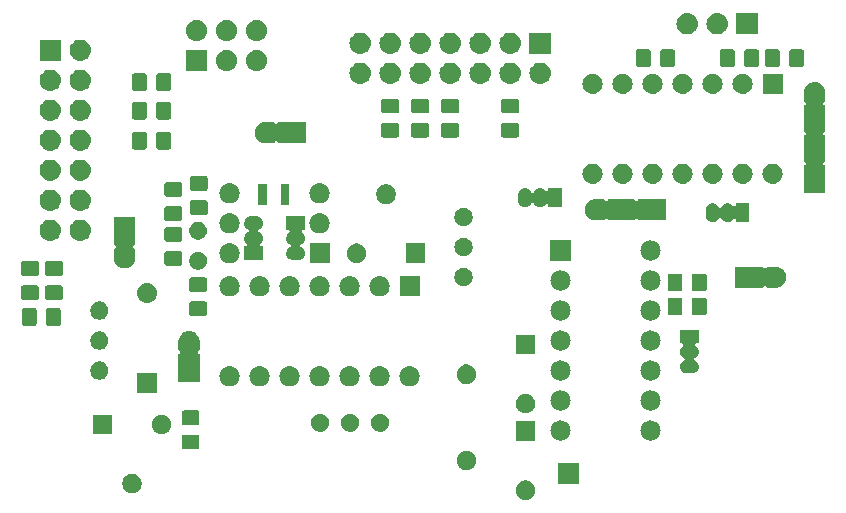
<source format=gbr>
G04 #@! TF.GenerationSoftware,KiCad,Pcbnew,5.1.2*
G04 #@! TF.CreationDate,2019-08-12T01:59:44+02:00*
G04 #@! TF.ProjectId,vco_mk1,76636f5f-6d6b-4312-9e6b-696361645f70,rev?*
G04 #@! TF.SameCoordinates,Original*
G04 #@! TF.FileFunction,Soldermask,Top*
G04 #@! TF.FilePolarity,Negative*
%FSLAX46Y46*%
G04 Gerber Fmt 4.6, Leading zero omitted, Abs format (unit mm)*
G04 Created by KiCad (PCBNEW 5.1.2) date 2019-08-12 01:59:44*
%MOMM*%
%LPD*%
G04 APERTURE LIST*
%ADD10C,0.150000*%
G04 APERTURE END LIST*
D10*
G36*
X182765335Y-162142942D02*
G01*
X182915658Y-162205208D01*
X183050945Y-162295604D01*
X183165996Y-162410655D01*
X183256392Y-162545942D01*
X183318658Y-162696265D01*
X183350400Y-162855846D01*
X183350400Y-163018554D01*
X183318658Y-163178135D01*
X183256392Y-163328458D01*
X183165996Y-163463745D01*
X183050945Y-163578796D01*
X182915658Y-163669192D01*
X182765335Y-163731458D01*
X182605754Y-163763200D01*
X182443046Y-163763200D01*
X182283465Y-163731458D01*
X182133142Y-163669192D01*
X181997855Y-163578796D01*
X181882804Y-163463745D01*
X181792408Y-163328458D01*
X181730142Y-163178135D01*
X181698400Y-163018554D01*
X181698400Y-162855846D01*
X181730142Y-162696265D01*
X181792408Y-162545942D01*
X181882804Y-162410655D01*
X181997855Y-162295604D01*
X182133142Y-162205208D01*
X182283465Y-162142942D01*
X182443046Y-162111200D01*
X182605754Y-162111200D01*
X182765335Y-162142942D01*
X182765335Y-162142942D01*
G37*
G36*
X149451335Y-161584142D02*
G01*
X149601658Y-161646408D01*
X149736945Y-161736804D01*
X149851996Y-161851855D01*
X149942392Y-161987142D01*
X150004658Y-162137465D01*
X150036400Y-162297046D01*
X150036400Y-162459754D01*
X150004658Y-162619335D01*
X149942392Y-162769658D01*
X149851996Y-162904945D01*
X149736945Y-163019996D01*
X149601658Y-163110392D01*
X149451335Y-163172658D01*
X149291754Y-163204400D01*
X149129046Y-163204400D01*
X148969465Y-163172658D01*
X148819142Y-163110392D01*
X148683855Y-163019996D01*
X148568804Y-162904945D01*
X148478408Y-162769658D01*
X148416142Y-162619335D01*
X148384400Y-162459754D01*
X148384400Y-162297046D01*
X148416142Y-162137465D01*
X148478408Y-161987142D01*
X148568804Y-161851855D01*
X148683855Y-161736804D01*
X148819142Y-161646408D01*
X148969465Y-161584142D01*
X149129046Y-161552400D01*
X149291754Y-161552400D01*
X149451335Y-161584142D01*
X149451335Y-161584142D01*
G37*
G36*
X187083000Y-162445000D02*
G01*
X185281000Y-162445000D01*
X185281000Y-160643000D01*
X187083000Y-160643000D01*
X187083000Y-162445000D01*
X187083000Y-162445000D01*
G37*
G36*
X177765335Y-159642942D02*
G01*
X177915658Y-159705208D01*
X178050945Y-159795604D01*
X178165996Y-159910655D01*
X178256392Y-160045942D01*
X178318658Y-160196265D01*
X178350400Y-160355846D01*
X178350400Y-160518554D01*
X178318658Y-160678135D01*
X178256392Y-160828458D01*
X178165996Y-160963745D01*
X178050945Y-161078796D01*
X177915658Y-161169192D01*
X177765335Y-161231458D01*
X177605754Y-161263200D01*
X177443046Y-161263200D01*
X177283465Y-161231458D01*
X177133142Y-161169192D01*
X176997855Y-161078796D01*
X176882804Y-160963745D01*
X176792408Y-160828458D01*
X176730142Y-160678135D01*
X176698400Y-160518554D01*
X176698400Y-160355846D01*
X176730142Y-160196265D01*
X176792408Y-160045942D01*
X176882804Y-159910655D01*
X176997855Y-159795604D01*
X177133142Y-159705208D01*
X177283465Y-159642942D01*
X177443046Y-159611200D01*
X177605754Y-159611200D01*
X177765335Y-159642942D01*
X177765335Y-159642942D01*
G37*
G36*
X154766674Y-158239065D02*
G01*
X154804367Y-158250499D01*
X154839103Y-158269066D01*
X154869548Y-158294052D01*
X154894534Y-158324497D01*
X154913101Y-158359233D01*
X154924535Y-158396926D01*
X154929000Y-158442261D01*
X154929000Y-159278939D01*
X154924535Y-159324274D01*
X154913101Y-159361967D01*
X154894534Y-159396703D01*
X154869548Y-159427148D01*
X154839103Y-159452134D01*
X154804367Y-159470701D01*
X154766674Y-159482135D01*
X154721339Y-159486600D01*
X153634661Y-159486600D01*
X153589326Y-159482135D01*
X153551633Y-159470701D01*
X153516897Y-159452134D01*
X153486452Y-159427148D01*
X153461466Y-159396703D01*
X153442899Y-159361967D01*
X153431465Y-159324274D01*
X153427000Y-159278939D01*
X153427000Y-158442261D01*
X153431465Y-158396926D01*
X153442899Y-158359233D01*
X153461466Y-158324497D01*
X153486452Y-158294052D01*
X153516897Y-158269066D01*
X153551633Y-158250499D01*
X153589326Y-158239065D01*
X153634661Y-158234600D01*
X154721339Y-158234600D01*
X154766674Y-158239065D01*
X154766674Y-158239065D01*
G37*
G36*
X183350400Y-158763200D02*
G01*
X181698400Y-158763200D01*
X181698400Y-157111200D01*
X183350400Y-157111200D01*
X183350400Y-158763200D01*
X183350400Y-158763200D01*
G37*
G36*
X185663023Y-157047713D02*
G01*
X185823442Y-157096376D01*
X185900314Y-157137465D01*
X185971278Y-157175396D01*
X186100859Y-157281741D01*
X186207204Y-157411322D01*
X186207205Y-157411324D01*
X186286224Y-157559158D01*
X186334887Y-157719577D01*
X186351317Y-157886400D01*
X186334887Y-158053223D01*
X186286224Y-158213642D01*
X186226971Y-158324497D01*
X186207204Y-158361478D01*
X186100859Y-158491059D01*
X185971278Y-158597404D01*
X185971276Y-158597405D01*
X185823442Y-158676424D01*
X185663023Y-158725087D01*
X185538004Y-158737400D01*
X185454396Y-158737400D01*
X185329377Y-158725087D01*
X185168958Y-158676424D01*
X185021124Y-158597405D01*
X185021122Y-158597404D01*
X184891541Y-158491059D01*
X184785196Y-158361478D01*
X184765429Y-158324497D01*
X184706176Y-158213642D01*
X184657513Y-158053223D01*
X184641083Y-157886400D01*
X184657513Y-157719577D01*
X184706176Y-157559158D01*
X184785195Y-157411324D01*
X184785196Y-157411322D01*
X184891541Y-157281741D01*
X185021122Y-157175396D01*
X185092086Y-157137465D01*
X185168958Y-157096376D01*
X185329377Y-157047713D01*
X185454396Y-157035400D01*
X185538004Y-157035400D01*
X185663023Y-157047713D01*
X185663023Y-157047713D01*
G37*
G36*
X193283023Y-157047713D02*
G01*
X193443442Y-157096376D01*
X193520314Y-157137465D01*
X193591278Y-157175396D01*
X193720859Y-157281741D01*
X193827204Y-157411322D01*
X193827205Y-157411324D01*
X193906224Y-157559158D01*
X193954887Y-157719577D01*
X193971317Y-157886400D01*
X193954887Y-158053223D01*
X193906224Y-158213642D01*
X193846971Y-158324497D01*
X193827204Y-158361478D01*
X193720859Y-158491059D01*
X193591278Y-158597404D01*
X193591276Y-158597405D01*
X193443442Y-158676424D01*
X193283023Y-158725087D01*
X193158004Y-158737400D01*
X193074396Y-158737400D01*
X192949377Y-158725087D01*
X192788958Y-158676424D01*
X192641124Y-158597405D01*
X192641122Y-158597404D01*
X192511541Y-158491059D01*
X192405196Y-158361478D01*
X192385429Y-158324497D01*
X192326176Y-158213642D01*
X192277513Y-158053223D01*
X192261083Y-157886400D01*
X192277513Y-157719577D01*
X192326176Y-157559158D01*
X192405195Y-157411324D01*
X192405196Y-157411322D01*
X192511541Y-157281741D01*
X192641122Y-157175396D01*
X192712086Y-157137465D01*
X192788958Y-157096376D01*
X192949377Y-157047713D01*
X193074396Y-157035400D01*
X193158004Y-157035400D01*
X193283023Y-157047713D01*
X193283023Y-157047713D01*
G37*
G36*
X147536400Y-158204400D02*
G01*
X145884400Y-158204400D01*
X145884400Y-156552400D01*
X147536400Y-156552400D01*
X147536400Y-158204400D01*
X147536400Y-158204400D01*
G37*
G36*
X151951335Y-156584142D02*
G01*
X152101658Y-156646408D01*
X152236945Y-156736804D01*
X152351996Y-156851855D01*
X152442392Y-156987142D01*
X152504658Y-157137465D01*
X152536400Y-157297046D01*
X152536400Y-157459754D01*
X152504658Y-157619335D01*
X152442392Y-157769658D01*
X152351996Y-157904945D01*
X152236945Y-158019996D01*
X152101658Y-158110392D01*
X151951335Y-158172658D01*
X151791754Y-158204400D01*
X151629046Y-158204400D01*
X151469465Y-158172658D01*
X151319142Y-158110392D01*
X151183855Y-158019996D01*
X151068804Y-157904945D01*
X150978408Y-157769658D01*
X150916142Y-157619335D01*
X150884400Y-157459754D01*
X150884400Y-157297046D01*
X150916142Y-157137465D01*
X150978408Y-156987142D01*
X151068804Y-156851855D01*
X151183855Y-156736804D01*
X151319142Y-156646408D01*
X151469465Y-156584142D01*
X151629046Y-156552400D01*
X151791754Y-156552400D01*
X151951335Y-156584142D01*
X151951335Y-156584142D01*
G37*
G36*
X170315651Y-156456773D02*
G01*
X170455693Y-156484629D01*
X170596006Y-156542748D01*
X170722284Y-156627125D01*
X170829675Y-156734516D01*
X170914052Y-156860794D01*
X170972171Y-157001107D01*
X171001800Y-157150063D01*
X171001800Y-157301937D01*
X170972171Y-157450893D01*
X170914052Y-157591206D01*
X170829675Y-157717484D01*
X170722284Y-157824875D01*
X170596006Y-157909252D01*
X170455693Y-157967371D01*
X170356389Y-157987124D01*
X170306738Y-157997000D01*
X170154862Y-157997000D01*
X170105211Y-157987124D01*
X170005907Y-157967371D01*
X169865594Y-157909252D01*
X169739316Y-157824875D01*
X169631925Y-157717484D01*
X169547548Y-157591206D01*
X169489429Y-157450893D01*
X169459800Y-157301937D01*
X169459800Y-157150063D01*
X169489429Y-157001107D01*
X169547548Y-156860794D01*
X169631925Y-156734516D01*
X169739316Y-156627125D01*
X169865594Y-156542748D01*
X170005907Y-156484629D01*
X170145949Y-156456773D01*
X170154862Y-156455000D01*
X170306738Y-156455000D01*
X170315651Y-156456773D01*
X170315651Y-156456773D01*
G37*
G36*
X165235651Y-156456773D02*
G01*
X165375693Y-156484629D01*
X165516006Y-156542748D01*
X165642284Y-156627125D01*
X165749675Y-156734516D01*
X165834052Y-156860794D01*
X165892171Y-157001107D01*
X165921800Y-157150063D01*
X165921800Y-157301937D01*
X165892171Y-157450893D01*
X165834052Y-157591206D01*
X165749675Y-157717484D01*
X165642284Y-157824875D01*
X165516006Y-157909252D01*
X165375693Y-157967371D01*
X165276389Y-157987124D01*
X165226738Y-157997000D01*
X165074862Y-157997000D01*
X165025211Y-157987124D01*
X164925907Y-157967371D01*
X164785594Y-157909252D01*
X164659316Y-157824875D01*
X164551925Y-157717484D01*
X164467548Y-157591206D01*
X164409429Y-157450893D01*
X164379800Y-157301937D01*
X164379800Y-157150063D01*
X164409429Y-157001107D01*
X164467548Y-156860794D01*
X164551925Y-156734516D01*
X164659316Y-156627125D01*
X164785594Y-156542748D01*
X164925907Y-156484629D01*
X165065949Y-156456773D01*
X165074862Y-156455000D01*
X165226738Y-156455000D01*
X165235651Y-156456773D01*
X165235651Y-156456773D01*
G37*
G36*
X167775651Y-156456773D02*
G01*
X167915693Y-156484629D01*
X168056006Y-156542748D01*
X168182284Y-156627125D01*
X168289675Y-156734516D01*
X168374052Y-156860794D01*
X168432171Y-157001107D01*
X168461800Y-157150063D01*
X168461800Y-157301937D01*
X168432171Y-157450893D01*
X168374052Y-157591206D01*
X168289675Y-157717484D01*
X168182284Y-157824875D01*
X168056006Y-157909252D01*
X167915693Y-157967371D01*
X167816389Y-157987124D01*
X167766738Y-157997000D01*
X167614862Y-157997000D01*
X167565211Y-157987124D01*
X167465907Y-157967371D01*
X167325594Y-157909252D01*
X167199316Y-157824875D01*
X167091925Y-157717484D01*
X167007548Y-157591206D01*
X166949429Y-157450893D01*
X166919800Y-157301937D01*
X166919800Y-157150063D01*
X166949429Y-157001107D01*
X167007548Y-156860794D01*
X167091925Y-156734516D01*
X167199316Y-156627125D01*
X167325594Y-156542748D01*
X167465907Y-156484629D01*
X167605949Y-156456773D01*
X167614862Y-156455000D01*
X167766738Y-156455000D01*
X167775651Y-156456773D01*
X167775651Y-156456773D01*
G37*
G36*
X154766674Y-156189065D02*
G01*
X154804367Y-156200499D01*
X154839103Y-156219066D01*
X154869548Y-156244052D01*
X154894534Y-156274497D01*
X154913101Y-156309233D01*
X154924535Y-156346926D01*
X154929000Y-156392261D01*
X154929000Y-157228939D01*
X154924535Y-157274274D01*
X154913101Y-157311967D01*
X154894534Y-157346703D01*
X154869548Y-157377148D01*
X154839103Y-157402134D01*
X154804367Y-157420701D01*
X154766674Y-157432135D01*
X154721339Y-157436600D01*
X153634661Y-157436600D01*
X153589326Y-157432135D01*
X153551633Y-157420701D01*
X153516897Y-157402134D01*
X153486452Y-157377148D01*
X153461466Y-157346703D01*
X153442899Y-157311967D01*
X153431465Y-157274274D01*
X153427000Y-157228939D01*
X153427000Y-156392261D01*
X153431465Y-156346926D01*
X153442899Y-156309233D01*
X153461466Y-156274497D01*
X153486452Y-156244052D01*
X153516897Y-156219066D01*
X153551633Y-156200499D01*
X153589326Y-156189065D01*
X153634661Y-156184600D01*
X154721339Y-156184600D01*
X154766674Y-156189065D01*
X154766674Y-156189065D01*
G37*
G36*
X182765335Y-154827742D02*
G01*
X182915658Y-154890008D01*
X183050945Y-154980404D01*
X183165996Y-155095455D01*
X183256392Y-155230742D01*
X183318658Y-155381065D01*
X183350400Y-155540646D01*
X183350400Y-155703354D01*
X183318658Y-155862935D01*
X183256392Y-156013258D01*
X183165996Y-156148545D01*
X183050945Y-156263596D01*
X182915658Y-156353992D01*
X182765335Y-156416258D01*
X182605754Y-156448000D01*
X182443046Y-156448000D01*
X182283465Y-156416258D01*
X182133142Y-156353992D01*
X181997855Y-156263596D01*
X181882804Y-156148545D01*
X181792408Y-156013258D01*
X181730142Y-155862935D01*
X181698400Y-155703354D01*
X181698400Y-155540646D01*
X181730142Y-155381065D01*
X181792408Y-155230742D01*
X181882804Y-155095455D01*
X181997855Y-154980404D01*
X182133142Y-154890008D01*
X182283465Y-154827742D01*
X182443046Y-154796000D01*
X182605754Y-154796000D01*
X182765335Y-154827742D01*
X182765335Y-154827742D01*
G37*
G36*
X185663023Y-154507713D02*
G01*
X185823442Y-154556376D01*
X185956106Y-154627286D01*
X185971278Y-154635396D01*
X186100859Y-154741741D01*
X186207204Y-154871322D01*
X186207205Y-154871324D01*
X186286224Y-155019158D01*
X186334887Y-155179577D01*
X186351317Y-155346400D01*
X186334887Y-155513223D01*
X186286224Y-155673642D01*
X186215314Y-155806306D01*
X186207204Y-155821478D01*
X186100859Y-155951059D01*
X185971278Y-156057404D01*
X185971276Y-156057405D01*
X185823442Y-156136424D01*
X185663023Y-156185087D01*
X185538004Y-156197400D01*
X185454396Y-156197400D01*
X185329377Y-156185087D01*
X185168958Y-156136424D01*
X185021124Y-156057405D01*
X185021122Y-156057404D01*
X184891541Y-155951059D01*
X184785196Y-155821478D01*
X184777086Y-155806306D01*
X184706176Y-155673642D01*
X184657513Y-155513223D01*
X184641083Y-155346400D01*
X184657513Y-155179577D01*
X184706176Y-155019158D01*
X184785195Y-154871324D01*
X184785196Y-154871322D01*
X184891541Y-154741741D01*
X185021122Y-154635396D01*
X185036294Y-154627286D01*
X185168958Y-154556376D01*
X185329377Y-154507713D01*
X185454396Y-154495400D01*
X185538004Y-154495400D01*
X185663023Y-154507713D01*
X185663023Y-154507713D01*
G37*
G36*
X193283023Y-154507713D02*
G01*
X193443442Y-154556376D01*
X193576106Y-154627286D01*
X193591278Y-154635396D01*
X193720859Y-154741741D01*
X193827204Y-154871322D01*
X193827205Y-154871324D01*
X193906224Y-155019158D01*
X193954887Y-155179577D01*
X193971317Y-155346400D01*
X193954887Y-155513223D01*
X193906224Y-155673642D01*
X193835314Y-155806306D01*
X193827204Y-155821478D01*
X193720859Y-155951059D01*
X193591278Y-156057404D01*
X193591276Y-156057405D01*
X193443442Y-156136424D01*
X193283023Y-156185087D01*
X193158004Y-156197400D01*
X193074396Y-156197400D01*
X192949377Y-156185087D01*
X192788958Y-156136424D01*
X192641124Y-156057405D01*
X192641122Y-156057404D01*
X192511541Y-155951059D01*
X192405196Y-155821478D01*
X192397086Y-155806306D01*
X192326176Y-155673642D01*
X192277513Y-155513223D01*
X192261083Y-155346400D01*
X192277513Y-155179577D01*
X192326176Y-155019158D01*
X192405195Y-154871324D01*
X192405196Y-154871322D01*
X192511541Y-154741741D01*
X192641122Y-154635396D01*
X192656294Y-154627286D01*
X192788958Y-154556376D01*
X192949377Y-154507713D01*
X193074396Y-154495400D01*
X193158004Y-154495400D01*
X193283023Y-154507713D01*
X193283023Y-154507713D01*
G37*
G36*
X151346000Y-154711500D02*
G01*
X149644000Y-154711500D01*
X149644000Y-153009500D01*
X151346000Y-153009500D01*
X151346000Y-154711500D01*
X151346000Y-154711500D01*
G37*
G36*
X172886823Y-152450313D02*
G01*
X173047242Y-152498976D01*
X173179906Y-152569886D01*
X173195078Y-152577996D01*
X173324659Y-152684341D01*
X173431004Y-152813922D01*
X173431005Y-152813924D01*
X173510024Y-152961758D01*
X173558687Y-153122177D01*
X173575117Y-153289000D01*
X173558687Y-153455823D01*
X173558686Y-153455825D01*
X173516036Y-153596425D01*
X173510024Y-153616242D01*
X173439114Y-153748906D01*
X173431004Y-153764078D01*
X173324659Y-153893659D01*
X173195078Y-154000004D01*
X173195076Y-154000005D01*
X173047242Y-154079024D01*
X172886823Y-154127687D01*
X172761804Y-154140000D01*
X172678196Y-154140000D01*
X172553177Y-154127687D01*
X172392758Y-154079024D01*
X172244924Y-154000005D01*
X172244922Y-154000004D01*
X172115341Y-153893659D01*
X172008996Y-153764078D01*
X172000886Y-153748906D01*
X171929976Y-153616242D01*
X171923965Y-153596425D01*
X171881314Y-153455825D01*
X171881313Y-153455823D01*
X171864883Y-153289000D01*
X171881313Y-153122177D01*
X171929976Y-152961758D01*
X172008995Y-152813924D01*
X172008996Y-152813922D01*
X172115341Y-152684341D01*
X172244922Y-152577996D01*
X172260094Y-152569886D01*
X172392758Y-152498976D01*
X172553177Y-152450313D01*
X172678196Y-152438000D01*
X172761804Y-152438000D01*
X172886823Y-152450313D01*
X172886823Y-152450313D01*
G37*
G36*
X170346823Y-152450313D02*
G01*
X170507242Y-152498976D01*
X170639906Y-152569886D01*
X170655078Y-152577996D01*
X170784659Y-152684341D01*
X170891004Y-152813922D01*
X170891005Y-152813924D01*
X170970024Y-152961758D01*
X171018687Y-153122177D01*
X171035117Y-153289000D01*
X171018687Y-153455823D01*
X171018686Y-153455825D01*
X170976036Y-153596425D01*
X170970024Y-153616242D01*
X170899114Y-153748906D01*
X170891004Y-153764078D01*
X170784659Y-153893659D01*
X170655078Y-154000004D01*
X170655076Y-154000005D01*
X170507242Y-154079024D01*
X170346823Y-154127687D01*
X170221804Y-154140000D01*
X170138196Y-154140000D01*
X170013177Y-154127687D01*
X169852758Y-154079024D01*
X169704924Y-154000005D01*
X169704922Y-154000004D01*
X169575341Y-153893659D01*
X169468996Y-153764078D01*
X169460886Y-153748906D01*
X169389976Y-153616242D01*
X169383965Y-153596425D01*
X169341314Y-153455825D01*
X169341313Y-153455823D01*
X169324883Y-153289000D01*
X169341313Y-153122177D01*
X169389976Y-152961758D01*
X169468995Y-152813924D01*
X169468996Y-152813922D01*
X169575341Y-152684341D01*
X169704922Y-152577996D01*
X169720094Y-152569886D01*
X169852758Y-152498976D01*
X170013177Y-152450313D01*
X170138196Y-152438000D01*
X170221804Y-152438000D01*
X170346823Y-152450313D01*
X170346823Y-152450313D01*
G37*
G36*
X167806823Y-152450313D02*
G01*
X167967242Y-152498976D01*
X168099906Y-152569886D01*
X168115078Y-152577996D01*
X168244659Y-152684341D01*
X168351004Y-152813922D01*
X168351005Y-152813924D01*
X168430024Y-152961758D01*
X168478687Y-153122177D01*
X168495117Y-153289000D01*
X168478687Y-153455823D01*
X168478686Y-153455825D01*
X168436036Y-153596425D01*
X168430024Y-153616242D01*
X168359114Y-153748906D01*
X168351004Y-153764078D01*
X168244659Y-153893659D01*
X168115078Y-154000004D01*
X168115076Y-154000005D01*
X167967242Y-154079024D01*
X167806823Y-154127687D01*
X167681804Y-154140000D01*
X167598196Y-154140000D01*
X167473177Y-154127687D01*
X167312758Y-154079024D01*
X167164924Y-154000005D01*
X167164922Y-154000004D01*
X167035341Y-153893659D01*
X166928996Y-153764078D01*
X166920886Y-153748906D01*
X166849976Y-153616242D01*
X166843965Y-153596425D01*
X166801314Y-153455825D01*
X166801313Y-153455823D01*
X166784883Y-153289000D01*
X166801313Y-153122177D01*
X166849976Y-152961758D01*
X166928995Y-152813924D01*
X166928996Y-152813922D01*
X167035341Y-152684341D01*
X167164922Y-152577996D01*
X167180094Y-152569886D01*
X167312758Y-152498976D01*
X167473177Y-152450313D01*
X167598196Y-152438000D01*
X167681804Y-152438000D01*
X167806823Y-152450313D01*
X167806823Y-152450313D01*
G37*
G36*
X162726823Y-152450313D02*
G01*
X162887242Y-152498976D01*
X163019906Y-152569886D01*
X163035078Y-152577996D01*
X163164659Y-152684341D01*
X163271004Y-152813922D01*
X163271005Y-152813924D01*
X163350024Y-152961758D01*
X163398687Y-153122177D01*
X163415117Y-153289000D01*
X163398687Y-153455823D01*
X163398686Y-153455825D01*
X163356036Y-153596425D01*
X163350024Y-153616242D01*
X163279114Y-153748906D01*
X163271004Y-153764078D01*
X163164659Y-153893659D01*
X163035078Y-154000004D01*
X163035076Y-154000005D01*
X162887242Y-154079024D01*
X162726823Y-154127687D01*
X162601804Y-154140000D01*
X162518196Y-154140000D01*
X162393177Y-154127687D01*
X162232758Y-154079024D01*
X162084924Y-154000005D01*
X162084922Y-154000004D01*
X161955341Y-153893659D01*
X161848996Y-153764078D01*
X161840886Y-153748906D01*
X161769976Y-153616242D01*
X161763965Y-153596425D01*
X161721314Y-153455825D01*
X161721313Y-153455823D01*
X161704883Y-153289000D01*
X161721313Y-153122177D01*
X161769976Y-152961758D01*
X161848995Y-152813924D01*
X161848996Y-152813922D01*
X161955341Y-152684341D01*
X162084922Y-152577996D01*
X162100094Y-152569886D01*
X162232758Y-152498976D01*
X162393177Y-152450313D01*
X162518196Y-152438000D01*
X162601804Y-152438000D01*
X162726823Y-152450313D01*
X162726823Y-152450313D01*
G37*
G36*
X160186823Y-152450313D02*
G01*
X160347242Y-152498976D01*
X160479906Y-152569886D01*
X160495078Y-152577996D01*
X160624659Y-152684341D01*
X160731004Y-152813922D01*
X160731005Y-152813924D01*
X160810024Y-152961758D01*
X160858687Y-153122177D01*
X160875117Y-153289000D01*
X160858687Y-153455823D01*
X160858686Y-153455825D01*
X160816036Y-153596425D01*
X160810024Y-153616242D01*
X160739114Y-153748906D01*
X160731004Y-153764078D01*
X160624659Y-153893659D01*
X160495078Y-154000004D01*
X160495076Y-154000005D01*
X160347242Y-154079024D01*
X160186823Y-154127687D01*
X160061804Y-154140000D01*
X159978196Y-154140000D01*
X159853177Y-154127687D01*
X159692758Y-154079024D01*
X159544924Y-154000005D01*
X159544922Y-154000004D01*
X159415341Y-153893659D01*
X159308996Y-153764078D01*
X159300886Y-153748906D01*
X159229976Y-153616242D01*
X159223965Y-153596425D01*
X159181314Y-153455825D01*
X159181313Y-153455823D01*
X159164883Y-153289000D01*
X159181313Y-153122177D01*
X159229976Y-152961758D01*
X159308995Y-152813924D01*
X159308996Y-152813922D01*
X159415341Y-152684341D01*
X159544922Y-152577996D01*
X159560094Y-152569886D01*
X159692758Y-152498976D01*
X159853177Y-152450313D01*
X159978196Y-152438000D01*
X160061804Y-152438000D01*
X160186823Y-152450313D01*
X160186823Y-152450313D01*
G37*
G36*
X157646823Y-152450313D02*
G01*
X157807242Y-152498976D01*
X157939906Y-152569886D01*
X157955078Y-152577996D01*
X158084659Y-152684341D01*
X158191004Y-152813922D01*
X158191005Y-152813924D01*
X158270024Y-152961758D01*
X158318687Y-153122177D01*
X158335117Y-153289000D01*
X158318687Y-153455823D01*
X158318686Y-153455825D01*
X158276036Y-153596425D01*
X158270024Y-153616242D01*
X158199114Y-153748906D01*
X158191004Y-153764078D01*
X158084659Y-153893659D01*
X157955078Y-154000004D01*
X157955076Y-154000005D01*
X157807242Y-154079024D01*
X157646823Y-154127687D01*
X157521804Y-154140000D01*
X157438196Y-154140000D01*
X157313177Y-154127687D01*
X157152758Y-154079024D01*
X157004924Y-154000005D01*
X157004922Y-154000004D01*
X156875341Y-153893659D01*
X156768996Y-153764078D01*
X156760886Y-153748906D01*
X156689976Y-153616242D01*
X156683965Y-153596425D01*
X156641314Y-153455825D01*
X156641313Y-153455823D01*
X156624883Y-153289000D01*
X156641313Y-153122177D01*
X156689976Y-152961758D01*
X156768995Y-152813924D01*
X156768996Y-152813922D01*
X156875341Y-152684341D01*
X157004922Y-152577996D01*
X157020094Y-152569886D01*
X157152758Y-152498976D01*
X157313177Y-152450313D01*
X157438196Y-152438000D01*
X157521804Y-152438000D01*
X157646823Y-152450313D01*
X157646823Y-152450313D01*
G37*
G36*
X165266823Y-152450313D02*
G01*
X165427242Y-152498976D01*
X165559906Y-152569886D01*
X165575078Y-152577996D01*
X165704659Y-152684341D01*
X165811004Y-152813922D01*
X165811005Y-152813924D01*
X165890024Y-152961758D01*
X165938687Y-153122177D01*
X165955117Y-153289000D01*
X165938687Y-153455823D01*
X165938686Y-153455825D01*
X165896036Y-153596425D01*
X165890024Y-153616242D01*
X165819114Y-153748906D01*
X165811004Y-153764078D01*
X165704659Y-153893659D01*
X165575078Y-154000004D01*
X165575076Y-154000005D01*
X165427242Y-154079024D01*
X165266823Y-154127687D01*
X165141804Y-154140000D01*
X165058196Y-154140000D01*
X164933177Y-154127687D01*
X164772758Y-154079024D01*
X164624924Y-154000005D01*
X164624922Y-154000004D01*
X164495341Y-153893659D01*
X164388996Y-153764078D01*
X164380886Y-153748906D01*
X164309976Y-153616242D01*
X164303965Y-153596425D01*
X164261314Y-153455825D01*
X164261313Y-153455823D01*
X164244883Y-153289000D01*
X164261313Y-153122177D01*
X164309976Y-152961758D01*
X164388995Y-152813924D01*
X164388996Y-152813922D01*
X164495341Y-152684341D01*
X164624922Y-152577996D01*
X164640094Y-152569886D01*
X164772758Y-152498976D01*
X164933177Y-152450313D01*
X165058196Y-152438000D01*
X165141804Y-152438000D01*
X165266823Y-152450313D01*
X165266823Y-152450313D01*
G37*
G36*
X177765335Y-152327742D02*
G01*
X177915658Y-152390008D01*
X178050945Y-152480404D01*
X178165996Y-152595455D01*
X178256392Y-152730742D01*
X178318658Y-152881065D01*
X178350400Y-153040646D01*
X178350400Y-153203354D01*
X178318658Y-153362935D01*
X178256392Y-153513258D01*
X178165996Y-153648545D01*
X178050945Y-153763596D01*
X177915658Y-153853992D01*
X177765335Y-153916258D01*
X177605754Y-153948000D01*
X177443046Y-153948000D01*
X177283465Y-153916258D01*
X177133142Y-153853992D01*
X176997855Y-153763596D01*
X176882804Y-153648545D01*
X176792408Y-153513258D01*
X176730142Y-153362935D01*
X176698400Y-153203354D01*
X176698400Y-153040646D01*
X176730142Y-152881065D01*
X176792408Y-152730742D01*
X176882804Y-152595455D01*
X176997855Y-152480404D01*
X177133142Y-152390008D01*
X177283465Y-152327742D01*
X177443046Y-152296000D01*
X177605754Y-152296000D01*
X177765335Y-152327742D01*
X177765335Y-152327742D01*
G37*
G36*
X154150455Y-149472435D02*
G01*
X154301836Y-149502547D01*
X154323255Y-149509045D01*
X154465854Y-149568111D01*
X154485599Y-149578665D01*
X154613936Y-149664417D01*
X154631241Y-149678618D01*
X154740382Y-149787759D01*
X154754583Y-149805064D01*
X154840335Y-149933401D01*
X154850889Y-149953146D01*
X154909955Y-150095745D01*
X154916453Y-150117164D01*
X154946565Y-150268545D01*
X154948759Y-150290825D01*
X154948759Y-150331207D01*
X154950190Y-150345737D01*
X154950056Y-150345750D01*
X154952852Y-150374140D01*
X154952852Y-151061860D01*
X154951263Y-151077999D01*
X154948348Y-151087608D01*
X154943610Y-151096472D01*
X154936722Y-151104865D01*
X154926543Y-151113439D01*
X154832687Y-151179690D01*
X154814150Y-151195715D01*
X154799095Y-151215049D01*
X154788101Y-151236948D01*
X154781591Y-151260572D01*
X154779814Y-151285011D01*
X154782840Y-151309328D01*
X154790551Y-151332587D01*
X154802652Y-151353895D01*
X154818677Y-151372432D01*
X154838011Y-151387487D01*
X154859910Y-151398481D01*
X154895710Y-151406480D01*
X154909704Y-151407497D01*
X154910578Y-151407738D01*
X154919392Y-151410167D01*
X154919393Y-151410167D01*
X154919395Y-151410168D01*
X154923900Y-151412430D01*
X154928371Y-151414674D01*
X154929290Y-151415390D01*
X154936298Y-151420847D01*
X154942867Y-151428446D01*
X154947828Y-151437181D01*
X154947828Y-151437182D01*
X154950990Y-151446718D01*
X154952247Y-151458000D01*
X154952247Y-151459517D01*
X154952852Y-151464945D01*
X154952852Y-153751860D01*
X154951263Y-153767999D01*
X154948348Y-153777608D01*
X154943610Y-153786472D01*
X154937237Y-153794237D01*
X154929472Y-153800610D01*
X154920608Y-153805348D01*
X154910999Y-153808263D01*
X154894860Y-153809852D01*
X153207140Y-153809852D01*
X153191001Y-153808263D01*
X153181392Y-153805348D01*
X153172528Y-153800610D01*
X153164763Y-153794237D01*
X153158390Y-153786472D01*
X153153652Y-153777608D01*
X153150737Y-153767999D01*
X153149148Y-153751860D01*
X153149148Y-151464140D01*
X153150738Y-151448000D01*
X153153652Y-151438392D01*
X153158390Y-151429528D01*
X153164763Y-151421763D01*
X153172528Y-151415390D01*
X153181392Y-151410652D01*
X153191001Y-151407737D01*
X153209119Y-151405953D01*
X153233153Y-151401173D01*
X153255791Y-151391796D01*
X153276166Y-151378182D01*
X153293493Y-151360855D01*
X153307107Y-151340481D01*
X153316484Y-151317842D01*
X153321265Y-151293809D01*
X153321265Y-151269305D01*
X153316485Y-151245271D01*
X153307108Y-151222633D01*
X153293494Y-151202258D01*
X153268953Y-151179436D01*
X153176114Y-151113903D01*
X153163847Y-151103298D01*
X153160760Y-151099334D01*
X153157674Y-151095371D01*
X153153777Y-151087608D01*
X153153168Y-151086395D01*
X153150283Y-151075927D01*
X153149148Y-151062662D01*
X153149148Y-150374140D01*
X153151709Y-150348136D01*
X153152639Y-150343461D01*
X153153241Y-150331207D01*
X153153241Y-150290825D01*
X153155435Y-150268545D01*
X153185547Y-150117164D01*
X153192045Y-150095745D01*
X153251111Y-149953146D01*
X153261665Y-149933401D01*
X153347417Y-149805064D01*
X153361618Y-149787759D01*
X153470759Y-149678618D01*
X153488064Y-149664417D01*
X153616401Y-149578665D01*
X153636146Y-149568111D01*
X153778745Y-149509045D01*
X153800164Y-149502547D01*
X153951545Y-149472435D01*
X153973825Y-149470241D01*
X154128175Y-149470241D01*
X154150455Y-149472435D01*
X154150455Y-149472435D01*
G37*
G36*
X193283023Y-151967713D02*
G01*
X193443442Y-152016376D01*
X193534465Y-152065029D01*
X193591278Y-152095396D01*
X193720859Y-152201741D01*
X193827204Y-152331322D01*
X193827205Y-152331324D01*
X193906224Y-152479158D01*
X193906225Y-152479161D01*
X193912236Y-152498976D01*
X193954887Y-152639577D01*
X193971317Y-152806400D01*
X193954887Y-152973223D01*
X193906224Y-153133642D01*
X193868962Y-153203354D01*
X193827204Y-153281478D01*
X193720859Y-153411059D01*
X193591278Y-153517404D01*
X193591276Y-153517405D01*
X193443442Y-153596424D01*
X193283023Y-153645087D01*
X193158004Y-153657400D01*
X193074396Y-153657400D01*
X192949377Y-153645087D01*
X192788958Y-153596424D01*
X192641124Y-153517405D01*
X192641122Y-153517404D01*
X192511541Y-153411059D01*
X192405196Y-153281478D01*
X192363438Y-153203354D01*
X192326176Y-153133642D01*
X192277513Y-152973223D01*
X192261083Y-152806400D01*
X192277513Y-152639577D01*
X192320164Y-152498976D01*
X192326175Y-152479161D01*
X192326176Y-152479158D01*
X192405195Y-152331324D01*
X192405196Y-152331322D01*
X192511541Y-152201741D01*
X192641122Y-152095396D01*
X192697935Y-152065029D01*
X192788958Y-152016376D01*
X192949377Y-151967713D01*
X193074396Y-151955400D01*
X193158004Y-151955400D01*
X193283023Y-151967713D01*
X193283023Y-151967713D01*
G37*
G36*
X185663023Y-151967713D02*
G01*
X185823442Y-152016376D01*
X185914465Y-152065029D01*
X185971278Y-152095396D01*
X186100859Y-152201741D01*
X186207204Y-152331322D01*
X186207205Y-152331324D01*
X186286224Y-152479158D01*
X186286225Y-152479161D01*
X186292236Y-152498976D01*
X186334887Y-152639577D01*
X186351317Y-152806400D01*
X186334887Y-152973223D01*
X186286224Y-153133642D01*
X186248962Y-153203354D01*
X186207204Y-153281478D01*
X186100859Y-153411059D01*
X185971278Y-153517404D01*
X185971276Y-153517405D01*
X185823442Y-153596424D01*
X185663023Y-153645087D01*
X185538004Y-153657400D01*
X185454396Y-153657400D01*
X185329377Y-153645087D01*
X185168958Y-153596424D01*
X185021124Y-153517405D01*
X185021122Y-153517404D01*
X184891541Y-153411059D01*
X184785196Y-153281478D01*
X184743438Y-153203354D01*
X184706176Y-153133642D01*
X184657513Y-152973223D01*
X184641083Y-152806400D01*
X184657513Y-152639577D01*
X184700164Y-152498976D01*
X184706175Y-152479161D01*
X184706176Y-152479158D01*
X184785195Y-152331324D01*
X184785196Y-152331322D01*
X184891541Y-152201741D01*
X185021122Y-152095396D01*
X185077935Y-152065029D01*
X185168958Y-152016376D01*
X185329377Y-151967713D01*
X185454396Y-151955400D01*
X185538004Y-151955400D01*
X185663023Y-151967713D01*
X185663023Y-151967713D01*
G37*
G36*
X146581989Y-152045276D02*
G01*
X146681293Y-152065029D01*
X146821606Y-152123148D01*
X146947884Y-152207525D01*
X147055275Y-152314916D01*
X147139652Y-152441194D01*
X147197771Y-152581507D01*
X147227400Y-152730463D01*
X147227400Y-152882337D01*
X147197771Y-153031293D01*
X147139652Y-153171606D01*
X147055275Y-153297884D01*
X146947884Y-153405275D01*
X146821606Y-153489652D01*
X146681293Y-153547771D01*
X146581989Y-153567524D01*
X146532338Y-153577400D01*
X146380462Y-153577400D01*
X146330811Y-153567524D01*
X146231507Y-153547771D01*
X146091194Y-153489652D01*
X145964916Y-153405275D01*
X145857525Y-153297884D01*
X145773148Y-153171606D01*
X145715029Y-153031293D01*
X145685400Y-152882337D01*
X145685400Y-152730463D01*
X145715029Y-152581507D01*
X145773148Y-152441194D01*
X145857525Y-152314916D01*
X145964916Y-152207525D01*
X146091194Y-152123148D01*
X146231507Y-152065029D01*
X146330811Y-152045276D01*
X146380462Y-152035400D01*
X146532338Y-152035400D01*
X146581989Y-152045276D01*
X146581989Y-152045276D01*
G37*
G36*
X197206500Y-150499500D02*
G01*
X197042160Y-150499500D01*
X197017774Y-150501902D01*
X196994325Y-150509015D01*
X196972714Y-150520566D01*
X196953772Y-150536111D01*
X196938227Y-150555053D01*
X196926676Y-150576664D01*
X196919563Y-150600113D01*
X196917161Y-150624499D01*
X196919563Y-150648885D01*
X196926676Y-150672334D01*
X196938227Y-150693945D01*
X196953772Y-150712887D01*
X196962845Y-150721109D01*
X197039764Y-150784236D01*
X197111744Y-150871943D01*
X197145929Y-150935899D01*
X197165228Y-150972005D01*
X197165229Y-150972008D01*
X197198166Y-151080584D01*
X197209287Y-151193500D01*
X197198166Y-151306416D01*
X197166545Y-151410654D01*
X197165228Y-151414995D01*
X197152723Y-151438389D01*
X197111744Y-151515057D01*
X197039764Y-151602764D01*
X196952057Y-151674744D01*
X196871148Y-151717990D01*
X196870641Y-151718261D01*
X196850266Y-151731875D01*
X196832939Y-151749202D01*
X196819326Y-151769576D01*
X196809948Y-151792215D01*
X196805168Y-151816248D01*
X196805168Y-151840752D01*
X196809948Y-151864785D01*
X196819326Y-151887424D01*
X196832940Y-151907799D01*
X196850267Y-151925126D01*
X196870641Y-151938739D01*
X196952057Y-151982256D01*
X197039764Y-152054236D01*
X197111744Y-152141943D01*
X197143706Y-152201741D01*
X197165228Y-152242005D01*
X197165229Y-152242008D01*
X197198166Y-152350584D01*
X197209287Y-152463500D01*
X197198166Y-152576416D01*
X197165426Y-152684341D01*
X197165228Y-152684995D01*
X197145929Y-152721101D01*
X197111744Y-152785057D01*
X197039764Y-152872764D01*
X196952057Y-152944744D01*
X196898772Y-152973225D01*
X196851995Y-152998228D01*
X196851992Y-152998229D01*
X196743416Y-153031166D01*
X196658798Y-153039500D01*
X196152202Y-153039500D01*
X196067584Y-153031166D01*
X195959008Y-152998229D01*
X195959005Y-152998228D01*
X195912228Y-152973225D01*
X195858943Y-152944744D01*
X195771236Y-152872764D01*
X195699256Y-152785057D01*
X195665071Y-152721101D01*
X195645772Y-152684995D01*
X195645574Y-152684341D01*
X195612834Y-152576416D01*
X195601713Y-152463500D01*
X195612834Y-152350584D01*
X195645771Y-152242008D01*
X195645772Y-152242005D01*
X195667294Y-152201741D01*
X195699256Y-152141943D01*
X195771236Y-152054236D01*
X195858943Y-151982256D01*
X195940359Y-151938739D01*
X195960734Y-151925125D01*
X195978061Y-151907798D01*
X195991674Y-151887424D01*
X196001052Y-151864785D01*
X196005832Y-151840752D01*
X196005832Y-151816248D01*
X196001052Y-151792215D01*
X195991674Y-151769576D01*
X195978060Y-151749201D01*
X195960733Y-151731874D01*
X195940359Y-151718261D01*
X195939852Y-151717990D01*
X195858943Y-151674744D01*
X195771236Y-151602764D01*
X195699256Y-151515057D01*
X195658277Y-151438389D01*
X195645772Y-151414995D01*
X195644455Y-151410654D01*
X195612834Y-151306416D01*
X195601713Y-151193500D01*
X195612834Y-151080584D01*
X195645771Y-150972008D01*
X195645772Y-150972005D01*
X195665071Y-150935899D01*
X195699256Y-150871943D01*
X195771236Y-150784236D01*
X195848146Y-150721117D01*
X195865465Y-150703798D01*
X195879079Y-150683423D01*
X195888457Y-150660784D01*
X195893237Y-150636751D01*
X195893237Y-150612247D01*
X195888457Y-150588214D01*
X195879079Y-150565575D01*
X195865466Y-150545201D01*
X195848139Y-150527874D01*
X195827764Y-150514260D01*
X195805125Y-150504882D01*
X195781092Y-150500102D01*
X195768840Y-150499500D01*
X195604500Y-150499500D01*
X195604500Y-149347500D01*
X197206500Y-149347500D01*
X197206500Y-150499500D01*
X197206500Y-150499500D01*
G37*
G36*
X183350400Y-151448000D02*
G01*
X181698400Y-151448000D01*
X181698400Y-149796000D01*
X183350400Y-149796000D01*
X183350400Y-151448000D01*
X183350400Y-151448000D01*
G37*
G36*
X193283023Y-149427713D02*
G01*
X193413580Y-149467317D01*
X193430451Y-149472435D01*
X193443442Y-149476376D01*
X193501212Y-149507255D01*
X193591278Y-149555396D01*
X193720859Y-149661741D01*
X193827204Y-149791322D01*
X193827205Y-149791324D01*
X193906224Y-149939158D01*
X193954887Y-150099577D01*
X193971317Y-150266400D01*
X193954887Y-150433223D01*
X193906224Y-150593642D01*
X193870336Y-150660784D01*
X193827204Y-150741478D01*
X193720859Y-150871059D01*
X193591278Y-150977404D01*
X193591276Y-150977405D01*
X193443442Y-151056424D01*
X193283023Y-151105087D01*
X193158004Y-151117400D01*
X193074396Y-151117400D01*
X192949377Y-151105087D01*
X192788958Y-151056424D01*
X192641124Y-150977405D01*
X192641122Y-150977404D01*
X192511541Y-150871059D01*
X192405196Y-150741478D01*
X192362064Y-150660784D01*
X192326176Y-150593642D01*
X192277513Y-150433223D01*
X192261083Y-150266400D01*
X192277513Y-150099577D01*
X192326176Y-149939158D01*
X192405195Y-149791324D01*
X192405196Y-149791322D01*
X192511541Y-149661741D01*
X192641122Y-149555396D01*
X192731188Y-149507255D01*
X192788958Y-149476376D01*
X192801950Y-149472435D01*
X192818820Y-149467317D01*
X192949377Y-149427713D01*
X193074396Y-149415400D01*
X193158004Y-149415400D01*
X193283023Y-149427713D01*
X193283023Y-149427713D01*
G37*
G36*
X185663023Y-149427713D02*
G01*
X185793580Y-149467317D01*
X185810451Y-149472435D01*
X185823442Y-149476376D01*
X185881212Y-149507255D01*
X185971278Y-149555396D01*
X186100859Y-149661741D01*
X186207204Y-149791322D01*
X186207205Y-149791324D01*
X186286224Y-149939158D01*
X186334887Y-150099577D01*
X186351317Y-150266400D01*
X186334887Y-150433223D01*
X186286224Y-150593642D01*
X186250336Y-150660784D01*
X186207204Y-150741478D01*
X186100859Y-150871059D01*
X185971278Y-150977404D01*
X185971276Y-150977405D01*
X185823442Y-151056424D01*
X185663023Y-151105087D01*
X185538004Y-151117400D01*
X185454396Y-151117400D01*
X185329377Y-151105087D01*
X185168958Y-151056424D01*
X185021124Y-150977405D01*
X185021122Y-150977404D01*
X184891541Y-150871059D01*
X184785196Y-150741478D01*
X184742064Y-150660784D01*
X184706176Y-150593642D01*
X184657513Y-150433223D01*
X184641083Y-150266400D01*
X184657513Y-150099577D01*
X184706176Y-149939158D01*
X184785195Y-149791324D01*
X184785196Y-149791322D01*
X184891541Y-149661741D01*
X185021122Y-149555396D01*
X185111188Y-149507255D01*
X185168958Y-149476376D01*
X185181950Y-149472435D01*
X185198820Y-149467317D01*
X185329377Y-149427713D01*
X185454396Y-149415400D01*
X185538004Y-149415400D01*
X185663023Y-149427713D01*
X185663023Y-149427713D01*
G37*
G36*
X146568268Y-149502547D02*
G01*
X146681293Y-149525029D01*
X146821606Y-149583148D01*
X146947884Y-149667525D01*
X147055275Y-149774916D01*
X147139652Y-149901194D01*
X147197771Y-150041507D01*
X147211646Y-150111260D01*
X147227400Y-150190462D01*
X147227400Y-150342338D01*
X147226724Y-150345737D01*
X147197771Y-150491293D01*
X147139652Y-150631606D01*
X147055275Y-150757884D01*
X146947884Y-150865275D01*
X146821606Y-150949652D01*
X146681293Y-151007771D01*
X146581989Y-151027524D01*
X146532338Y-151037400D01*
X146380462Y-151037400D01*
X146330811Y-151027524D01*
X146231507Y-151007771D01*
X146091194Y-150949652D01*
X145964916Y-150865275D01*
X145857525Y-150757884D01*
X145773148Y-150631606D01*
X145715029Y-150491293D01*
X145686076Y-150345737D01*
X145685400Y-150342338D01*
X145685400Y-150190462D01*
X145701154Y-150111260D01*
X145715029Y-150041507D01*
X145773148Y-149901194D01*
X145857525Y-149774916D01*
X145964916Y-149667525D01*
X146091194Y-149583148D01*
X146231507Y-149525029D01*
X146344532Y-149502547D01*
X146380462Y-149495400D01*
X146532338Y-149495400D01*
X146568268Y-149502547D01*
X146568268Y-149502547D01*
G37*
G36*
X143030174Y-147525965D02*
G01*
X143067867Y-147537399D01*
X143102603Y-147555966D01*
X143133048Y-147580952D01*
X143158034Y-147611397D01*
X143176601Y-147646133D01*
X143188035Y-147683826D01*
X143192500Y-147729161D01*
X143192500Y-148815839D01*
X143188035Y-148861174D01*
X143176601Y-148898867D01*
X143158034Y-148933603D01*
X143133048Y-148964048D01*
X143102603Y-148989034D01*
X143067867Y-149007601D01*
X143030174Y-149019035D01*
X142984839Y-149023500D01*
X142148161Y-149023500D01*
X142102826Y-149019035D01*
X142065133Y-149007601D01*
X142030397Y-148989034D01*
X141999952Y-148964048D01*
X141974966Y-148933603D01*
X141956399Y-148898867D01*
X141944965Y-148861174D01*
X141940500Y-148815839D01*
X141940500Y-147729161D01*
X141944965Y-147683826D01*
X141956399Y-147646133D01*
X141974966Y-147611397D01*
X141999952Y-147580952D01*
X142030397Y-147555966D01*
X142065133Y-147537399D01*
X142102826Y-147525965D01*
X142148161Y-147521500D01*
X142984839Y-147521500D01*
X143030174Y-147525965D01*
X143030174Y-147525965D01*
G37*
G36*
X140980174Y-147525965D02*
G01*
X141017867Y-147537399D01*
X141052603Y-147555966D01*
X141083048Y-147580952D01*
X141108034Y-147611397D01*
X141126601Y-147646133D01*
X141138035Y-147683826D01*
X141142500Y-147729161D01*
X141142500Y-148815839D01*
X141138035Y-148861174D01*
X141126601Y-148898867D01*
X141108034Y-148933603D01*
X141083048Y-148964048D01*
X141052603Y-148989034D01*
X141017867Y-149007601D01*
X140980174Y-149019035D01*
X140934839Y-149023500D01*
X140098161Y-149023500D01*
X140052826Y-149019035D01*
X140015133Y-149007601D01*
X139980397Y-148989034D01*
X139949952Y-148964048D01*
X139924966Y-148933603D01*
X139906399Y-148898867D01*
X139894965Y-148861174D01*
X139890500Y-148815839D01*
X139890500Y-147729161D01*
X139894965Y-147683826D01*
X139906399Y-147646133D01*
X139924966Y-147611397D01*
X139949952Y-147580952D01*
X139980397Y-147555966D01*
X140015133Y-147537399D01*
X140052826Y-147525965D01*
X140098161Y-147521500D01*
X140934839Y-147521500D01*
X140980174Y-147525965D01*
X140980174Y-147525965D01*
G37*
G36*
X185663023Y-146887713D02*
G01*
X185823442Y-146936376D01*
X185956106Y-147007286D01*
X185971278Y-147015396D01*
X186100859Y-147121741D01*
X186207204Y-147251322D01*
X186207205Y-147251324D01*
X186286224Y-147399158D01*
X186334887Y-147559577D01*
X186351317Y-147726400D01*
X186334887Y-147893223D01*
X186286224Y-148053642D01*
X186245391Y-148130035D01*
X186207204Y-148201478D01*
X186100859Y-148331059D01*
X185971278Y-148437404D01*
X185971276Y-148437405D01*
X185823442Y-148516424D01*
X185663023Y-148565087D01*
X185538004Y-148577400D01*
X185454396Y-148577400D01*
X185329377Y-148565087D01*
X185168958Y-148516424D01*
X185021124Y-148437405D01*
X185021122Y-148437404D01*
X184891541Y-148331059D01*
X184785196Y-148201478D01*
X184747009Y-148130035D01*
X184706176Y-148053642D01*
X184657513Y-147893223D01*
X184641083Y-147726400D01*
X184657513Y-147559577D01*
X184706176Y-147399158D01*
X184785195Y-147251324D01*
X184785196Y-147251322D01*
X184891541Y-147121741D01*
X185021122Y-147015396D01*
X185036294Y-147007286D01*
X185168958Y-146936376D01*
X185329377Y-146887713D01*
X185454396Y-146875400D01*
X185538004Y-146875400D01*
X185663023Y-146887713D01*
X185663023Y-146887713D01*
G37*
G36*
X193283023Y-146887713D02*
G01*
X193443442Y-146936376D01*
X193576106Y-147007286D01*
X193591278Y-147015396D01*
X193720859Y-147121741D01*
X193827204Y-147251322D01*
X193827205Y-147251324D01*
X193906224Y-147399158D01*
X193954887Y-147559577D01*
X193971317Y-147726400D01*
X193954887Y-147893223D01*
X193906224Y-148053642D01*
X193865391Y-148130035D01*
X193827204Y-148201478D01*
X193720859Y-148331059D01*
X193591278Y-148437404D01*
X193591276Y-148437405D01*
X193443442Y-148516424D01*
X193283023Y-148565087D01*
X193158004Y-148577400D01*
X193074396Y-148577400D01*
X192949377Y-148565087D01*
X192788958Y-148516424D01*
X192641124Y-148437405D01*
X192641122Y-148437404D01*
X192511541Y-148331059D01*
X192405196Y-148201478D01*
X192367009Y-148130035D01*
X192326176Y-148053642D01*
X192277513Y-147893223D01*
X192261083Y-147726400D01*
X192277513Y-147559577D01*
X192326176Y-147399158D01*
X192405195Y-147251324D01*
X192405196Y-147251322D01*
X192511541Y-147121741D01*
X192641122Y-147015396D01*
X192656294Y-147007286D01*
X192788958Y-146936376D01*
X192949377Y-146887713D01*
X193074396Y-146875400D01*
X193158004Y-146875400D01*
X193283023Y-146887713D01*
X193283023Y-146887713D01*
G37*
G36*
X146562828Y-146961465D02*
G01*
X146681293Y-146985029D01*
X146821606Y-147043148D01*
X146947884Y-147127525D01*
X147055275Y-147234916D01*
X147139652Y-147361194D01*
X147197771Y-147501507D01*
X147227400Y-147650463D01*
X147227400Y-147802337D01*
X147197771Y-147951293D01*
X147139652Y-148091606D01*
X147055275Y-148217884D01*
X146947884Y-148325275D01*
X146821606Y-148409652D01*
X146681293Y-148467771D01*
X146581989Y-148487524D01*
X146532338Y-148497400D01*
X146380462Y-148497400D01*
X146330811Y-148487524D01*
X146231507Y-148467771D01*
X146091194Y-148409652D01*
X145964916Y-148325275D01*
X145857525Y-148217884D01*
X145773148Y-148091606D01*
X145715029Y-147951293D01*
X145685400Y-147802337D01*
X145685400Y-147650463D01*
X145715029Y-147501507D01*
X145773148Y-147361194D01*
X145857525Y-147234916D01*
X145964916Y-147127525D01*
X146091194Y-147043148D01*
X146231507Y-146985029D01*
X146349972Y-146961465D01*
X146380462Y-146955400D01*
X146532338Y-146955400D01*
X146562828Y-146961465D01*
X146562828Y-146961465D01*
G37*
G36*
X155401674Y-146961465D02*
G01*
X155439367Y-146972899D01*
X155474103Y-146991466D01*
X155504548Y-147016452D01*
X155529534Y-147046897D01*
X155548101Y-147081633D01*
X155559535Y-147119326D01*
X155564000Y-147164661D01*
X155564000Y-148001339D01*
X155559535Y-148046674D01*
X155548101Y-148084367D01*
X155529534Y-148119103D01*
X155504548Y-148149548D01*
X155474103Y-148174534D01*
X155439367Y-148193101D01*
X155401674Y-148204535D01*
X155356339Y-148209000D01*
X154269661Y-148209000D01*
X154224326Y-148204535D01*
X154186633Y-148193101D01*
X154151897Y-148174534D01*
X154121452Y-148149548D01*
X154096466Y-148119103D01*
X154077899Y-148084367D01*
X154066465Y-148046674D01*
X154062000Y-148001339D01*
X154062000Y-147164661D01*
X154066465Y-147119326D01*
X154077899Y-147081633D01*
X154096466Y-147046897D01*
X154121452Y-147016452D01*
X154151897Y-146991466D01*
X154186633Y-146972899D01*
X154224326Y-146961465D01*
X154269661Y-146957000D01*
X155356339Y-146957000D01*
X155401674Y-146961465D01*
X155401674Y-146961465D01*
G37*
G36*
X197703674Y-146636965D02*
G01*
X197741367Y-146648399D01*
X197776103Y-146666966D01*
X197806548Y-146691952D01*
X197831534Y-146722397D01*
X197850101Y-146757133D01*
X197861535Y-146794826D01*
X197866000Y-146840161D01*
X197866000Y-147926839D01*
X197861535Y-147972174D01*
X197850101Y-148009867D01*
X197831534Y-148044603D01*
X197806548Y-148075048D01*
X197776103Y-148100034D01*
X197741367Y-148118601D01*
X197703674Y-148130035D01*
X197658339Y-148134500D01*
X196821661Y-148134500D01*
X196776326Y-148130035D01*
X196738633Y-148118601D01*
X196703897Y-148100034D01*
X196673452Y-148075048D01*
X196648466Y-148044603D01*
X196629899Y-148009867D01*
X196618465Y-147972174D01*
X196614000Y-147926839D01*
X196614000Y-146840161D01*
X196618465Y-146794826D01*
X196629899Y-146757133D01*
X196648466Y-146722397D01*
X196673452Y-146691952D01*
X196703897Y-146666966D01*
X196738633Y-146648399D01*
X196776326Y-146636965D01*
X196821661Y-146632500D01*
X197658339Y-146632500D01*
X197703674Y-146636965D01*
X197703674Y-146636965D01*
G37*
G36*
X195653674Y-146636965D02*
G01*
X195691367Y-146648399D01*
X195726103Y-146666966D01*
X195756548Y-146691952D01*
X195781534Y-146722397D01*
X195800101Y-146757133D01*
X195811535Y-146794826D01*
X195816000Y-146840161D01*
X195816000Y-147926839D01*
X195811535Y-147972174D01*
X195800101Y-148009867D01*
X195781534Y-148044603D01*
X195756548Y-148075048D01*
X195726103Y-148100034D01*
X195691367Y-148118601D01*
X195653674Y-148130035D01*
X195608339Y-148134500D01*
X194771661Y-148134500D01*
X194726326Y-148130035D01*
X194688633Y-148118601D01*
X194653897Y-148100034D01*
X194623452Y-148075048D01*
X194598466Y-148044603D01*
X194579899Y-148009867D01*
X194568465Y-147972174D01*
X194564000Y-147926839D01*
X194564000Y-146840161D01*
X194568465Y-146794826D01*
X194579899Y-146757133D01*
X194598466Y-146722397D01*
X194623452Y-146691952D01*
X194653897Y-146666966D01*
X194688633Y-146648399D01*
X194726326Y-146636965D01*
X194771661Y-146632500D01*
X195608339Y-146632500D01*
X195653674Y-146636965D01*
X195653674Y-146636965D01*
G37*
G36*
X150661823Y-145401813D02*
G01*
X150822242Y-145450476D01*
X150940417Y-145513642D01*
X150970078Y-145529496D01*
X151099659Y-145635841D01*
X151206004Y-145765422D01*
X151206005Y-145765424D01*
X151285024Y-145913258D01*
X151333687Y-146073677D01*
X151350117Y-146240500D01*
X151333687Y-146407323D01*
X151285024Y-146567742D01*
X151218632Y-146691952D01*
X151206004Y-146715578D01*
X151099659Y-146845159D01*
X150970078Y-146951504D01*
X150970076Y-146951505D01*
X150822242Y-147030524D01*
X150661823Y-147079187D01*
X150536804Y-147091500D01*
X150453196Y-147091500D01*
X150328177Y-147079187D01*
X150167758Y-147030524D01*
X150019924Y-146951505D01*
X150019922Y-146951504D01*
X149890341Y-146845159D01*
X149783996Y-146715578D01*
X149771368Y-146691952D01*
X149704976Y-146567742D01*
X149656313Y-146407323D01*
X149639883Y-146240500D01*
X149656313Y-146073677D01*
X149704976Y-145913258D01*
X149783995Y-145765424D01*
X149783996Y-145765422D01*
X149890341Y-145635841D01*
X150019922Y-145529496D01*
X150049583Y-145513642D01*
X150167758Y-145450476D01*
X150328177Y-145401813D01*
X150453196Y-145389500D01*
X150536804Y-145389500D01*
X150661823Y-145401813D01*
X150661823Y-145401813D01*
G37*
G36*
X143196974Y-145589865D02*
G01*
X143234667Y-145601299D01*
X143269403Y-145619866D01*
X143299848Y-145644852D01*
X143324834Y-145675297D01*
X143343401Y-145710033D01*
X143354835Y-145747726D01*
X143359300Y-145793061D01*
X143359300Y-146629739D01*
X143354835Y-146675074D01*
X143343401Y-146712767D01*
X143324834Y-146747503D01*
X143299848Y-146777948D01*
X143269403Y-146802934D01*
X143234667Y-146821501D01*
X143196974Y-146832935D01*
X143151639Y-146837400D01*
X142064961Y-146837400D01*
X142019626Y-146832935D01*
X141981933Y-146821501D01*
X141947197Y-146802934D01*
X141916752Y-146777948D01*
X141891766Y-146747503D01*
X141873199Y-146712767D01*
X141861765Y-146675074D01*
X141857300Y-146629739D01*
X141857300Y-145793061D01*
X141861765Y-145747726D01*
X141873199Y-145710033D01*
X141891766Y-145675297D01*
X141916752Y-145644852D01*
X141947197Y-145619866D01*
X141981933Y-145601299D01*
X142019626Y-145589865D01*
X142064961Y-145585400D01*
X143151639Y-145585400D01*
X143196974Y-145589865D01*
X143196974Y-145589865D01*
G37*
G36*
X141164974Y-145589865D02*
G01*
X141202667Y-145601299D01*
X141237403Y-145619866D01*
X141267848Y-145644852D01*
X141292834Y-145675297D01*
X141311401Y-145710033D01*
X141322835Y-145747726D01*
X141327300Y-145793061D01*
X141327300Y-146629739D01*
X141322835Y-146675074D01*
X141311401Y-146712767D01*
X141292834Y-146747503D01*
X141267848Y-146777948D01*
X141237403Y-146802934D01*
X141202667Y-146821501D01*
X141164974Y-146832935D01*
X141119639Y-146837400D01*
X140032961Y-146837400D01*
X139987626Y-146832935D01*
X139949933Y-146821501D01*
X139915197Y-146802934D01*
X139884752Y-146777948D01*
X139859766Y-146747503D01*
X139841199Y-146712767D01*
X139829765Y-146675074D01*
X139825300Y-146629739D01*
X139825300Y-145793061D01*
X139829765Y-145747726D01*
X139841199Y-145710033D01*
X139859766Y-145675297D01*
X139884752Y-145644852D01*
X139915197Y-145619866D01*
X139949933Y-145601299D01*
X139987626Y-145589865D01*
X140032961Y-145585400D01*
X141119639Y-145585400D01*
X141164974Y-145589865D01*
X141164974Y-145589865D01*
G37*
G36*
X173571000Y-146520000D02*
G01*
X171869000Y-146520000D01*
X171869000Y-144818000D01*
X173571000Y-144818000D01*
X173571000Y-146520000D01*
X173571000Y-146520000D01*
G37*
G36*
X170346823Y-144830313D02*
G01*
X170507242Y-144878976D01*
X170598619Y-144927818D01*
X170655078Y-144957996D01*
X170784659Y-145064341D01*
X170891004Y-145193922D01*
X170891005Y-145193924D01*
X170970024Y-145341758D01*
X171018687Y-145502177D01*
X171035117Y-145669000D01*
X171018687Y-145835823D01*
X170987108Y-145939925D01*
X170976036Y-145976425D01*
X170970024Y-145996242D01*
X170937745Y-146056631D01*
X170891004Y-146144078D01*
X170784659Y-146273659D01*
X170655078Y-146380004D01*
X170655076Y-146380005D01*
X170507242Y-146459024D01*
X170346823Y-146507687D01*
X170221804Y-146520000D01*
X170138196Y-146520000D01*
X170013177Y-146507687D01*
X169852758Y-146459024D01*
X169704924Y-146380005D01*
X169704922Y-146380004D01*
X169575341Y-146273659D01*
X169468996Y-146144078D01*
X169422255Y-146056631D01*
X169389976Y-145996242D01*
X169383965Y-145976425D01*
X169372892Y-145939925D01*
X169341313Y-145835823D01*
X169324883Y-145669000D01*
X169341313Y-145502177D01*
X169389976Y-145341758D01*
X169468995Y-145193924D01*
X169468996Y-145193922D01*
X169575341Y-145064341D01*
X169704922Y-144957996D01*
X169761381Y-144927818D01*
X169852758Y-144878976D01*
X170013177Y-144830313D01*
X170138196Y-144818000D01*
X170221804Y-144818000D01*
X170346823Y-144830313D01*
X170346823Y-144830313D01*
G37*
G36*
X160186823Y-144830313D02*
G01*
X160347242Y-144878976D01*
X160438619Y-144927818D01*
X160495078Y-144957996D01*
X160624659Y-145064341D01*
X160731004Y-145193922D01*
X160731005Y-145193924D01*
X160810024Y-145341758D01*
X160858687Y-145502177D01*
X160875117Y-145669000D01*
X160858687Y-145835823D01*
X160827108Y-145939925D01*
X160816036Y-145976425D01*
X160810024Y-145996242D01*
X160777745Y-146056631D01*
X160731004Y-146144078D01*
X160624659Y-146273659D01*
X160495078Y-146380004D01*
X160495076Y-146380005D01*
X160347242Y-146459024D01*
X160186823Y-146507687D01*
X160061804Y-146520000D01*
X159978196Y-146520000D01*
X159853177Y-146507687D01*
X159692758Y-146459024D01*
X159544924Y-146380005D01*
X159544922Y-146380004D01*
X159415341Y-146273659D01*
X159308996Y-146144078D01*
X159262255Y-146056631D01*
X159229976Y-145996242D01*
X159223965Y-145976425D01*
X159212892Y-145939925D01*
X159181313Y-145835823D01*
X159164883Y-145669000D01*
X159181313Y-145502177D01*
X159229976Y-145341758D01*
X159308995Y-145193924D01*
X159308996Y-145193922D01*
X159415341Y-145064341D01*
X159544922Y-144957996D01*
X159601381Y-144927818D01*
X159692758Y-144878976D01*
X159853177Y-144830313D01*
X159978196Y-144818000D01*
X160061804Y-144818000D01*
X160186823Y-144830313D01*
X160186823Y-144830313D01*
G37*
G36*
X162726823Y-144830313D02*
G01*
X162887242Y-144878976D01*
X162978619Y-144927818D01*
X163035078Y-144957996D01*
X163164659Y-145064341D01*
X163271004Y-145193922D01*
X163271005Y-145193924D01*
X163350024Y-145341758D01*
X163398687Y-145502177D01*
X163415117Y-145669000D01*
X163398687Y-145835823D01*
X163367108Y-145939925D01*
X163356036Y-145976425D01*
X163350024Y-145996242D01*
X163317745Y-146056631D01*
X163271004Y-146144078D01*
X163164659Y-146273659D01*
X163035078Y-146380004D01*
X163035076Y-146380005D01*
X162887242Y-146459024D01*
X162726823Y-146507687D01*
X162601804Y-146520000D01*
X162518196Y-146520000D01*
X162393177Y-146507687D01*
X162232758Y-146459024D01*
X162084924Y-146380005D01*
X162084922Y-146380004D01*
X161955341Y-146273659D01*
X161848996Y-146144078D01*
X161802255Y-146056631D01*
X161769976Y-145996242D01*
X161763965Y-145976425D01*
X161752892Y-145939925D01*
X161721313Y-145835823D01*
X161704883Y-145669000D01*
X161721313Y-145502177D01*
X161769976Y-145341758D01*
X161848995Y-145193924D01*
X161848996Y-145193922D01*
X161955341Y-145064341D01*
X162084922Y-144957996D01*
X162141381Y-144927818D01*
X162232758Y-144878976D01*
X162393177Y-144830313D01*
X162518196Y-144818000D01*
X162601804Y-144818000D01*
X162726823Y-144830313D01*
X162726823Y-144830313D01*
G37*
G36*
X167806823Y-144830313D02*
G01*
X167967242Y-144878976D01*
X168058619Y-144927818D01*
X168115078Y-144957996D01*
X168244659Y-145064341D01*
X168351004Y-145193922D01*
X168351005Y-145193924D01*
X168430024Y-145341758D01*
X168478687Y-145502177D01*
X168495117Y-145669000D01*
X168478687Y-145835823D01*
X168447108Y-145939925D01*
X168436036Y-145976425D01*
X168430024Y-145996242D01*
X168397745Y-146056631D01*
X168351004Y-146144078D01*
X168244659Y-146273659D01*
X168115078Y-146380004D01*
X168115076Y-146380005D01*
X167967242Y-146459024D01*
X167806823Y-146507687D01*
X167681804Y-146520000D01*
X167598196Y-146520000D01*
X167473177Y-146507687D01*
X167312758Y-146459024D01*
X167164924Y-146380005D01*
X167164922Y-146380004D01*
X167035341Y-146273659D01*
X166928996Y-146144078D01*
X166882255Y-146056631D01*
X166849976Y-145996242D01*
X166843965Y-145976425D01*
X166832892Y-145939925D01*
X166801313Y-145835823D01*
X166784883Y-145669000D01*
X166801313Y-145502177D01*
X166849976Y-145341758D01*
X166928995Y-145193924D01*
X166928996Y-145193922D01*
X167035341Y-145064341D01*
X167164922Y-144957996D01*
X167221381Y-144927818D01*
X167312758Y-144878976D01*
X167473177Y-144830313D01*
X167598196Y-144818000D01*
X167681804Y-144818000D01*
X167806823Y-144830313D01*
X167806823Y-144830313D01*
G37*
G36*
X157646823Y-144830313D02*
G01*
X157807242Y-144878976D01*
X157898619Y-144927818D01*
X157955078Y-144957996D01*
X158084659Y-145064341D01*
X158191004Y-145193922D01*
X158191005Y-145193924D01*
X158270024Y-145341758D01*
X158318687Y-145502177D01*
X158335117Y-145669000D01*
X158318687Y-145835823D01*
X158287108Y-145939925D01*
X158276036Y-145976425D01*
X158270024Y-145996242D01*
X158237745Y-146056631D01*
X158191004Y-146144078D01*
X158084659Y-146273659D01*
X157955078Y-146380004D01*
X157955076Y-146380005D01*
X157807242Y-146459024D01*
X157646823Y-146507687D01*
X157521804Y-146520000D01*
X157438196Y-146520000D01*
X157313177Y-146507687D01*
X157152758Y-146459024D01*
X157004924Y-146380005D01*
X157004922Y-146380004D01*
X156875341Y-146273659D01*
X156768996Y-146144078D01*
X156722255Y-146056631D01*
X156689976Y-145996242D01*
X156683965Y-145976425D01*
X156672892Y-145939925D01*
X156641313Y-145835823D01*
X156624883Y-145669000D01*
X156641313Y-145502177D01*
X156689976Y-145341758D01*
X156768995Y-145193924D01*
X156768996Y-145193922D01*
X156875341Y-145064341D01*
X157004922Y-144957996D01*
X157061381Y-144927818D01*
X157152758Y-144878976D01*
X157313177Y-144830313D01*
X157438196Y-144818000D01*
X157521804Y-144818000D01*
X157646823Y-144830313D01*
X157646823Y-144830313D01*
G37*
G36*
X165266823Y-144830313D02*
G01*
X165427242Y-144878976D01*
X165518619Y-144927818D01*
X165575078Y-144957996D01*
X165704659Y-145064341D01*
X165811004Y-145193922D01*
X165811005Y-145193924D01*
X165890024Y-145341758D01*
X165938687Y-145502177D01*
X165955117Y-145669000D01*
X165938687Y-145835823D01*
X165907108Y-145939925D01*
X165896036Y-145976425D01*
X165890024Y-145996242D01*
X165857745Y-146056631D01*
X165811004Y-146144078D01*
X165704659Y-146273659D01*
X165575078Y-146380004D01*
X165575076Y-146380005D01*
X165427242Y-146459024D01*
X165266823Y-146507687D01*
X165141804Y-146520000D01*
X165058196Y-146520000D01*
X164933177Y-146507687D01*
X164772758Y-146459024D01*
X164624924Y-146380005D01*
X164624922Y-146380004D01*
X164495341Y-146273659D01*
X164388996Y-146144078D01*
X164342255Y-146056631D01*
X164309976Y-145996242D01*
X164303965Y-145976425D01*
X164292892Y-145939925D01*
X164261313Y-145835823D01*
X164244883Y-145669000D01*
X164261313Y-145502177D01*
X164309976Y-145341758D01*
X164388995Y-145193924D01*
X164388996Y-145193922D01*
X164495341Y-145064341D01*
X164624922Y-144957996D01*
X164681381Y-144927818D01*
X164772758Y-144878976D01*
X164933177Y-144830313D01*
X165058196Y-144818000D01*
X165141804Y-144818000D01*
X165266823Y-144830313D01*
X165266823Y-144830313D01*
G37*
G36*
X155401674Y-144911465D02*
G01*
X155439367Y-144922899D01*
X155474103Y-144941466D01*
X155504548Y-144966452D01*
X155529534Y-144996897D01*
X155548101Y-145031633D01*
X155559535Y-145069326D01*
X155564000Y-145114661D01*
X155564000Y-145951339D01*
X155559535Y-145996674D01*
X155548101Y-146034367D01*
X155529534Y-146069103D01*
X155504548Y-146099548D01*
X155474103Y-146124534D01*
X155439367Y-146143101D01*
X155401674Y-146154535D01*
X155356339Y-146159000D01*
X154269661Y-146159000D01*
X154224326Y-146154535D01*
X154186633Y-146143101D01*
X154151897Y-146124534D01*
X154121452Y-146099548D01*
X154096466Y-146069103D01*
X154077899Y-146034367D01*
X154066465Y-145996674D01*
X154062000Y-145951339D01*
X154062000Y-145114661D01*
X154066465Y-145069326D01*
X154077899Y-145031633D01*
X154096466Y-144996897D01*
X154121452Y-144966452D01*
X154151897Y-144941466D01*
X154186633Y-144922899D01*
X154224326Y-144911465D01*
X154269661Y-144907000D01*
X155356339Y-144907000D01*
X155401674Y-144911465D01*
X155401674Y-144911465D01*
G37*
G36*
X197703674Y-144604965D02*
G01*
X197741367Y-144616399D01*
X197776103Y-144634966D01*
X197806548Y-144659952D01*
X197831534Y-144690397D01*
X197850101Y-144725133D01*
X197861535Y-144762826D01*
X197866000Y-144808161D01*
X197866000Y-145894839D01*
X197861535Y-145940174D01*
X197850101Y-145977867D01*
X197831534Y-146012603D01*
X197806548Y-146043048D01*
X197776103Y-146068034D01*
X197741367Y-146086601D01*
X197703674Y-146098035D01*
X197658339Y-146102500D01*
X196821661Y-146102500D01*
X196776326Y-146098035D01*
X196738633Y-146086601D01*
X196703897Y-146068034D01*
X196673452Y-146043048D01*
X196648466Y-146012603D01*
X196629899Y-145977867D01*
X196618465Y-145940174D01*
X196614000Y-145894839D01*
X196614000Y-144808161D01*
X196618465Y-144762826D01*
X196629899Y-144725133D01*
X196648466Y-144690397D01*
X196673452Y-144659952D01*
X196703897Y-144634966D01*
X196738633Y-144616399D01*
X196776326Y-144604965D01*
X196821661Y-144600500D01*
X197658339Y-144600500D01*
X197703674Y-144604965D01*
X197703674Y-144604965D01*
G37*
G36*
X195653674Y-144604965D02*
G01*
X195691367Y-144616399D01*
X195726103Y-144634966D01*
X195756548Y-144659952D01*
X195781534Y-144690397D01*
X195800101Y-144725133D01*
X195811535Y-144762826D01*
X195816000Y-144808161D01*
X195816000Y-145894839D01*
X195811535Y-145940174D01*
X195800101Y-145977867D01*
X195781534Y-146012603D01*
X195756548Y-146043048D01*
X195726103Y-146068034D01*
X195691367Y-146086601D01*
X195653674Y-146098035D01*
X195608339Y-146102500D01*
X194771661Y-146102500D01*
X194726326Y-146098035D01*
X194688633Y-146086601D01*
X194653897Y-146068034D01*
X194623452Y-146043048D01*
X194598466Y-146012603D01*
X194579899Y-145977867D01*
X194568465Y-145940174D01*
X194564000Y-145894839D01*
X194564000Y-144808161D01*
X194568465Y-144762826D01*
X194579899Y-144725133D01*
X194598466Y-144690397D01*
X194623452Y-144659952D01*
X194653897Y-144634966D01*
X194688633Y-144616399D01*
X194726326Y-144604965D01*
X194771661Y-144600500D01*
X195608339Y-144600500D01*
X195653674Y-144604965D01*
X195653674Y-144604965D01*
G37*
G36*
X193283023Y-144347713D02*
G01*
X193443442Y-144396376D01*
X193576106Y-144467286D01*
X193591278Y-144475396D01*
X193720859Y-144581741D01*
X193827204Y-144711322D01*
X193827205Y-144711324D01*
X193906224Y-144859158D01*
X193906225Y-144859161D01*
X193912236Y-144878976D01*
X193954887Y-145019577D01*
X193971317Y-145186400D01*
X193954887Y-145353223D01*
X193906224Y-145513642D01*
X193859906Y-145600296D01*
X193827204Y-145661478D01*
X193720859Y-145791059D01*
X193591278Y-145897404D01*
X193591276Y-145897405D01*
X193443442Y-145976424D01*
X193283023Y-146025087D01*
X193158004Y-146037400D01*
X193074396Y-146037400D01*
X192949377Y-146025087D01*
X192788958Y-145976424D01*
X192641124Y-145897405D01*
X192641122Y-145897404D01*
X192511541Y-145791059D01*
X192405196Y-145661478D01*
X192372494Y-145600296D01*
X192326176Y-145513642D01*
X192277513Y-145353223D01*
X192261083Y-145186400D01*
X192277513Y-145019577D01*
X192320164Y-144878976D01*
X192326175Y-144859161D01*
X192326176Y-144859158D01*
X192405195Y-144711324D01*
X192405196Y-144711322D01*
X192511541Y-144581741D01*
X192641122Y-144475396D01*
X192656294Y-144467286D01*
X192788958Y-144396376D01*
X192949377Y-144347713D01*
X193074396Y-144335400D01*
X193158004Y-144335400D01*
X193283023Y-144347713D01*
X193283023Y-144347713D01*
G37*
G36*
X185663023Y-144347713D02*
G01*
X185823442Y-144396376D01*
X185956106Y-144467286D01*
X185971278Y-144475396D01*
X186100859Y-144581741D01*
X186207204Y-144711322D01*
X186207205Y-144711324D01*
X186286224Y-144859158D01*
X186286225Y-144859161D01*
X186292236Y-144878976D01*
X186334887Y-145019577D01*
X186351317Y-145186400D01*
X186334887Y-145353223D01*
X186286224Y-145513642D01*
X186239906Y-145600296D01*
X186207204Y-145661478D01*
X186100859Y-145791059D01*
X185971278Y-145897404D01*
X185971276Y-145897405D01*
X185823442Y-145976424D01*
X185663023Y-146025087D01*
X185538004Y-146037400D01*
X185454396Y-146037400D01*
X185329377Y-146025087D01*
X185168958Y-145976424D01*
X185021124Y-145897405D01*
X185021122Y-145897404D01*
X184891541Y-145791059D01*
X184785196Y-145661478D01*
X184752494Y-145600296D01*
X184706176Y-145513642D01*
X184657513Y-145353223D01*
X184641083Y-145186400D01*
X184657513Y-145019577D01*
X184700164Y-144878976D01*
X184706175Y-144859161D01*
X184706176Y-144859158D01*
X184785195Y-144711324D01*
X184785196Y-144711322D01*
X184891541Y-144581741D01*
X185021122Y-144475396D01*
X185036294Y-144467286D01*
X185168958Y-144396376D01*
X185329377Y-144347713D01*
X185454396Y-144335400D01*
X185538004Y-144335400D01*
X185663023Y-144347713D01*
X185663023Y-144347713D01*
G37*
G36*
X202627999Y-144006737D02*
G01*
X202637608Y-144009652D01*
X202646472Y-144014390D01*
X202654237Y-144020763D01*
X202660610Y-144028528D01*
X202665348Y-144037392D01*
X202668263Y-144047001D01*
X202670047Y-144065119D01*
X202674827Y-144089153D01*
X202684204Y-144111791D01*
X202697818Y-144132166D01*
X202715145Y-144149493D01*
X202735519Y-144163107D01*
X202758158Y-144172484D01*
X202782191Y-144177265D01*
X202806695Y-144177265D01*
X202830729Y-144172485D01*
X202853367Y-144163108D01*
X202873742Y-144149494D01*
X202896564Y-144124953D01*
X202962097Y-144032114D01*
X202972702Y-144019847D01*
X202979710Y-144014390D01*
X202980629Y-144013674D01*
X202988255Y-144009846D01*
X202989605Y-144009168D01*
X202989607Y-144009167D01*
X202989608Y-144009167D01*
X202999293Y-144006498D01*
X203000073Y-144006283D01*
X203013338Y-144005148D01*
X203701860Y-144005148D01*
X203727864Y-144007709D01*
X203732539Y-144008639D01*
X203744793Y-144009241D01*
X203785175Y-144009241D01*
X203807455Y-144011435D01*
X203958836Y-144041547D01*
X203980255Y-144048045D01*
X204122854Y-144107111D01*
X204142599Y-144117665D01*
X204270936Y-144203417D01*
X204288241Y-144217618D01*
X204397382Y-144326759D01*
X204411583Y-144344064D01*
X204497335Y-144472401D01*
X204507889Y-144492146D01*
X204566955Y-144634745D01*
X204573453Y-144656164D01*
X204603565Y-144807545D01*
X204605759Y-144829825D01*
X204605759Y-144984175D01*
X204603565Y-145006455D01*
X204573453Y-145157836D01*
X204566955Y-145179255D01*
X204507889Y-145321854D01*
X204497335Y-145341599D01*
X204411583Y-145469936D01*
X204397382Y-145487241D01*
X204288241Y-145596382D01*
X204270936Y-145610583D01*
X204142599Y-145696335D01*
X204122854Y-145706889D01*
X203980255Y-145765955D01*
X203958836Y-145772453D01*
X203807455Y-145802565D01*
X203785175Y-145804759D01*
X203744793Y-145804759D01*
X203730263Y-145806190D01*
X203730250Y-145806056D01*
X203701860Y-145808852D01*
X203014140Y-145808852D01*
X202998001Y-145807263D01*
X202988392Y-145804348D01*
X202979528Y-145799610D01*
X202971135Y-145792722D01*
X202962561Y-145782543D01*
X202896310Y-145688687D01*
X202880285Y-145670150D01*
X202860951Y-145655095D01*
X202839052Y-145644101D01*
X202815428Y-145637591D01*
X202790989Y-145635814D01*
X202766672Y-145638840D01*
X202743413Y-145646551D01*
X202722105Y-145658652D01*
X202703568Y-145674677D01*
X202688513Y-145694011D01*
X202677519Y-145715910D01*
X202669520Y-145751710D01*
X202668503Y-145765704D01*
X202665832Y-145775395D01*
X202665223Y-145776608D01*
X202661326Y-145784371D01*
X202658239Y-145788334D01*
X202655153Y-145792298D01*
X202647554Y-145798867D01*
X202638819Y-145803828D01*
X202634504Y-145805258D01*
X202629282Y-145806990D01*
X202618000Y-145808247D01*
X202616483Y-145808247D01*
X202611055Y-145808852D01*
X200324140Y-145808852D01*
X200308001Y-145807263D01*
X200298392Y-145804348D01*
X200289528Y-145799610D01*
X200281763Y-145793237D01*
X200275390Y-145785472D01*
X200270652Y-145776608D01*
X200267737Y-145766999D01*
X200266148Y-145750860D01*
X200266148Y-144063140D01*
X200267737Y-144047001D01*
X200270652Y-144037392D01*
X200275390Y-144028528D01*
X200281763Y-144020763D01*
X200289528Y-144014390D01*
X200298392Y-144009652D01*
X200308001Y-144006737D01*
X200324140Y-144005148D01*
X202611860Y-144005148D01*
X202627999Y-144006737D01*
X202627999Y-144006737D01*
G37*
G36*
X177417589Y-144145876D02*
G01*
X177516893Y-144165629D01*
X177657206Y-144223748D01*
X177783484Y-144308125D01*
X177890875Y-144415516D01*
X177975252Y-144541794D01*
X178033371Y-144682107D01*
X178041199Y-144721462D01*
X178063000Y-144831062D01*
X178063000Y-144982938D01*
X178060223Y-144996897D01*
X178033371Y-145131893D01*
X177975252Y-145272206D01*
X177890875Y-145398484D01*
X177783484Y-145505875D01*
X177657206Y-145590252D01*
X177516893Y-145648371D01*
X177417589Y-145668124D01*
X177367938Y-145678000D01*
X177216062Y-145678000D01*
X177166411Y-145668124D01*
X177067107Y-145648371D01*
X176926794Y-145590252D01*
X176800516Y-145505875D01*
X176693125Y-145398484D01*
X176608748Y-145272206D01*
X176550629Y-145131893D01*
X176523777Y-144996897D01*
X176521000Y-144982938D01*
X176521000Y-144831062D01*
X176542801Y-144721462D01*
X176550629Y-144682107D01*
X176608748Y-144541794D01*
X176693125Y-144415516D01*
X176800516Y-144308125D01*
X176926794Y-144223748D01*
X177067107Y-144165629D01*
X177166411Y-144145876D01*
X177216062Y-144136000D01*
X177367938Y-144136000D01*
X177417589Y-144145876D01*
X177417589Y-144145876D01*
G37*
G36*
X141164974Y-143539865D02*
G01*
X141202667Y-143551299D01*
X141237403Y-143569866D01*
X141267848Y-143594852D01*
X141292834Y-143625297D01*
X141311401Y-143660033D01*
X141322835Y-143697726D01*
X141327300Y-143743061D01*
X141327300Y-144579739D01*
X141322835Y-144625074D01*
X141311401Y-144662767D01*
X141292834Y-144697503D01*
X141267848Y-144727948D01*
X141237403Y-144752934D01*
X141202667Y-144771501D01*
X141164974Y-144782935D01*
X141119639Y-144787400D01*
X140032961Y-144787400D01*
X139987626Y-144782935D01*
X139949933Y-144771501D01*
X139915197Y-144752934D01*
X139884752Y-144727948D01*
X139859766Y-144697503D01*
X139841199Y-144662767D01*
X139829765Y-144625074D01*
X139825300Y-144579739D01*
X139825300Y-143743061D01*
X139829765Y-143697726D01*
X139841199Y-143660033D01*
X139859766Y-143625297D01*
X139884752Y-143594852D01*
X139915197Y-143569866D01*
X139949933Y-143551299D01*
X139987626Y-143539865D01*
X140032961Y-143535400D01*
X141119639Y-143535400D01*
X141164974Y-143539865D01*
X141164974Y-143539865D01*
G37*
G36*
X143196974Y-143539865D02*
G01*
X143234667Y-143551299D01*
X143269403Y-143569866D01*
X143299848Y-143594852D01*
X143324834Y-143625297D01*
X143343401Y-143660033D01*
X143354835Y-143697726D01*
X143359300Y-143743061D01*
X143359300Y-144579739D01*
X143354835Y-144625074D01*
X143343401Y-144662767D01*
X143324834Y-144697503D01*
X143299848Y-144727948D01*
X143269403Y-144752934D01*
X143234667Y-144771501D01*
X143196974Y-144782935D01*
X143151639Y-144787400D01*
X142064961Y-144787400D01*
X142019626Y-144782935D01*
X141981933Y-144771501D01*
X141947197Y-144752934D01*
X141916752Y-144727948D01*
X141891766Y-144697503D01*
X141873199Y-144662767D01*
X141861765Y-144625074D01*
X141857300Y-144579739D01*
X141857300Y-143743061D01*
X141861765Y-143697726D01*
X141873199Y-143660033D01*
X141891766Y-143625297D01*
X141916752Y-143594852D01*
X141947197Y-143569866D01*
X141981933Y-143551299D01*
X142019626Y-143539865D01*
X142064961Y-143535400D01*
X143151639Y-143535400D01*
X143196974Y-143539865D01*
X143196974Y-143539865D01*
G37*
G36*
X155032059Y-142787860D02*
G01*
X155093296Y-142813225D01*
X155168732Y-142844472D01*
X155291735Y-142926660D01*
X155396340Y-143031265D01*
X155456617Y-143121476D01*
X155478529Y-143154270D01*
X155535140Y-143290941D01*
X155564000Y-143436032D01*
X155564000Y-143583968D01*
X155535140Y-143729059D01*
X155492720Y-143831471D01*
X155478528Y-143865732D01*
X155396340Y-143988735D01*
X155291735Y-144093340D01*
X155168732Y-144175528D01*
X155168731Y-144175529D01*
X155168730Y-144175529D01*
X155032059Y-144232140D01*
X154886968Y-144261000D01*
X154739032Y-144261000D01*
X154593941Y-144232140D01*
X154457270Y-144175529D01*
X154457269Y-144175529D01*
X154457268Y-144175528D01*
X154334265Y-144093340D01*
X154229660Y-143988735D01*
X154147472Y-143865732D01*
X154133281Y-143831471D01*
X154090860Y-143729059D01*
X154062000Y-143583968D01*
X154062000Y-143436032D01*
X154090860Y-143290941D01*
X154147471Y-143154270D01*
X154169383Y-143121476D01*
X154229660Y-143031265D01*
X154334265Y-142926660D01*
X154457268Y-142844472D01*
X154532705Y-142813225D01*
X154593941Y-142787860D01*
X154739032Y-142759000D01*
X154886968Y-142759000D01*
X155032059Y-142787860D01*
X155032059Y-142787860D01*
G37*
G36*
X149449999Y-139815737D02*
G01*
X149459608Y-139818652D01*
X149468472Y-139823390D01*
X149476237Y-139829763D01*
X149482610Y-139837528D01*
X149487348Y-139846392D01*
X149490263Y-139856001D01*
X149491852Y-139872140D01*
X149491852Y-142159860D01*
X149490263Y-142175999D01*
X149487348Y-142185608D01*
X149482610Y-142194472D01*
X149476237Y-142202237D01*
X149468472Y-142208610D01*
X149459608Y-142213348D01*
X149449999Y-142216263D01*
X149431881Y-142218047D01*
X149407847Y-142222827D01*
X149385209Y-142232204D01*
X149364834Y-142245818D01*
X149347507Y-142263145D01*
X149333893Y-142283519D01*
X149324516Y-142306158D01*
X149319735Y-142330191D01*
X149319735Y-142354695D01*
X149324515Y-142378729D01*
X149333892Y-142401367D01*
X149347506Y-142421742D01*
X149372047Y-142444564D01*
X149464886Y-142510097D01*
X149477153Y-142520702D01*
X149480239Y-142524666D01*
X149483326Y-142528629D01*
X149485570Y-142533100D01*
X149487832Y-142537605D01*
X149490717Y-142548073D01*
X149491852Y-142561338D01*
X149491852Y-143249860D01*
X149489291Y-143275864D01*
X149488361Y-143280539D01*
X149487759Y-143292793D01*
X149487759Y-143333175D01*
X149485565Y-143355455D01*
X149455453Y-143506836D01*
X149448955Y-143528255D01*
X149389889Y-143670854D01*
X149379335Y-143690599D01*
X149293583Y-143818936D01*
X149279382Y-143836241D01*
X149170241Y-143945382D01*
X149152936Y-143959583D01*
X149024599Y-144045335D01*
X149004854Y-144055889D01*
X148862255Y-144114955D01*
X148840836Y-144121453D01*
X148689455Y-144151565D01*
X148667175Y-144153759D01*
X148512825Y-144153759D01*
X148490545Y-144151565D01*
X148339164Y-144121453D01*
X148317745Y-144114955D01*
X148175146Y-144055889D01*
X148155401Y-144045335D01*
X148027064Y-143959583D01*
X148009759Y-143945382D01*
X147900618Y-143836241D01*
X147886417Y-143818936D01*
X147800665Y-143690599D01*
X147790111Y-143670854D01*
X147731045Y-143528255D01*
X147724547Y-143506836D01*
X147694435Y-143355455D01*
X147692241Y-143333175D01*
X147692241Y-143292793D01*
X147690810Y-143278263D01*
X147690944Y-143278250D01*
X147688148Y-143249860D01*
X147688148Y-142562140D01*
X147689737Y-142546001D01*
X147692652Y-142536392D01*
X147697390Y-142527528D01*
X147704278Y-142519135D01*
X147714457Y-142510561D01*
X147808313Y-142444310D01*
X147826850Y-142428285D01*
X147841905Y-142408951D01*
X147852899Y-142387052D01*
X147859409Y-142363428D01*
X147861186Y-142338989D01*
X147858160Y-142314672D01*
X147850449Y-142291413D01*
X147838348Y-142270105D01*
X147822323Y-142251568D01*
X147802989Y-142236513D01*
X147781090Y-142225519D01*
X147745290Y-142217520D01*
X147731296Y-142216503D01*
X147726451Y-142215168D01*
X147721608Y-142213833D01*
X147721607Y-142213833D01*
X147721605Y-142213832D01*
X147714542Y-142210286D01*
X147712629Y-142209326D01*
X147708666Y-142206239D01*
X147704702Y-142203153D01*
X147698133Y-142195554D01*
X147693172Y-142186819D01*
X147690265Y-142178050D01*
X147690010Y-142177282D01*
X147688753Y-142166000D01*
X147688753Y-142164483D01*
X147688148Y-142159055D01*
X147688148Y-139872140D01*
X147689737Y-139856001D01*
X147692652Y-139846392D01*
X147697390Y-139837528D01*
X147703763Y-139829763D01*
X147711528Y-139823390D01*
X147720392Y-139818652D01*
X147730001Y-139815737D01*
X147746140Y-139814148D01*
X149433860Y-139814148D01*
X149449999Y-139815737D01*
X149449999Y-139815737D01*
G37*
G36*
X153306174Y-142697965D02*
G01*
X153343867Y-142709399D01*
X153378603Y-142727966D01*
X153409048Y-142752952D01*
X153434034Y-142783397D01*
X153452601Y-142818133D01*
X153464035Y-142855826D01*
X153468500Y-142901161D01*
X153468500Y-143737839D01*
X153464035Y-143783174D01*
X153452601Y-143820867D01*
X153434034Y-143855603D01*
X153409048Y-143886048D01*
X153378603Y-143911034D01*
X153343867Y-143929601D01*
X153306174Y-143941035D01*
X153260839Y-143945500D01*
X152174161Y-143945500D01*
X152128826Y-143941035D01*
X152091133Y-143929601D01*
X152056397Y-143911034D01*
X152025952Y-143886048D01*
X152000966Y-143855603D01*
X151982399Y-143820867D01*
X151970965Y-143783174D01*
X151966500Y-143737839D01*
X151966500Y-142901161D01*
X151970965Y-142855826D01*
X151982399Y-142818133D01*
X152000966Y-142783397D01*
X152025952Y-142752952D01*
X152056397Y-142727966D01*
X152091133Y-142709399D01*
X152128826Y-142697965D01*
X152174161Y-142693500D01*
X153260839Y-142693500D01*
X153306174Y-142697965D01*
X153306174Y-142697965D01*
G37*
G36*
X165951000Y-143726000D02*
G01*
X164249000Y-143726000D01*
X164249000Y-142024000D01*
X165951000Y-142024000D01*
X165951000Y-143726000D01*
X165951000Y-143726000D01*
G37*
G36*
X157646823Y-142036313D02*
G01*
X157777380Y-142075917D01*
X157793285Y-142080742D01*
X157807242Y-142084976D01*
X157914126Y-142142107D01*
X157955078Y-142163996D01*
X158084659Y-142270341D01*
X158191004Y-142399922D01*
X158191005Y-142399924D01*
X158270024Y-142547758D01*
X158270025Y-142547761D01*
X158274387Y-142562140D01*
X158318687Y-142708177D01*
X158335117Y-142875000D01*
X158318687Y-143041823D01*
X158270024Y-143202242D01*
X158229397Y-143278250D01*
X158191004Y-143350078D01*
X158084659Y-143479659D01*
X157955078Y-143586004D01*
X157955076Y-143586005D01*
X157807242Y-143665024D01*
X157807239Y-143665025D01*
X157788023Y-143670854D01*
X157646823Y-143713687D01*
X157521804Y-143726000D01*
X157438196Y-143726000D01*
X157313177Y-143713687D01*
X157171977Y-143670854D01*
X157152761Y-143665025D01*
X157152758Y-143665024D01*
X157004924Y-143586005D01*
X157004922Y-143586004D01*
X156875341Y-143479659D01*
X156768996Y-143350078D01*
X156730603Y-143278250D01*
X156689976Y-143202242D01*
X156641313Y-143041823D01*
X156624883Y-142875000D01*
X156641313Y-142708177D01*
X156685613Y-142562140D01*
X156689975Y-142547761D01*
X156689976Y-142547758D01*
X156768995Y-142399924D01*
X156768996Y-142399922D01*
X156875341Y-142270341D01*
X157004922Y-142163996D01*
X157045874Y-142142107D01*
X157152758Y-142084976D01*
X157166716Y-142080742D01*
X157182620Y-142075917D01*
X157313177Y-142036313D01*
X157438196Y-142024000D01*
X157521804Y-142024000D01*
X157646823Y-142036313D01*
X157646823Y-142036313D01*
G37*
G36*
X168468935Y-142080742D02*
G01*
X168619258Y-142143008D01*
X168754545Y-142233404D01*
X168869596Y-142348455D01*
X168959992Y-142483742D01*
X169022258Y-142634065D01*
X169054000Y-142793646D01*
X169054000Y-142956354D01*
X169022258Y-143115935D01*
X168959992Y-143266258D01*
X168869596Y-143401545D01*
X168754545Y-143516596D01*
X168619258Y-143606992D01*
X168468935Y-143669258D01*
X168309354Y-143701000D01*
X168146646Y-143701000D01*
X167987065Y-143669258D01*
X167836742Y-143606992D01*
X167701455Y-143516596D01*
X167586404Y-143401545D01*
X167496008Y-143266258D01*
X167433742Y-143115935D01*
X167402000Y-142956354D01*
X167402000Y-142793646D01*
X167433742Y-142634065D01*
X167496008Y-142483742D01*
X167586404Y-142348455D01*
X167701455Y-142233404D01*
X167836742Y-142143008D01*
X167987065Y-142080742D01*
X168146646Y-142049000D01*
X168309354Y-142049000D01*
X168468935Y-142080742D01*
X168468935Y-142080742D01*
G37*
G36*
X174054000Y-143701000D02*
G01*
X172402000Y-143701000D01*
X172402000Y-142049000D01*
X174054000Y-142049000D01*
X174054000Y-143701000D01*
X174054000Y-143701000D01*
G37*
G36*
X186347200Y-143497400D02*
G01*
X184645200Y-143497400D01*
X184645200Y-141795400D01*
X186347200Y-141795400D01*
X186347200Y-143497400D01*
X186347200Y-143497400D01*
G37*
G36*
X193283023Y-141807713D02*
G01*
X193443442Y-141856376D01*
X193574738Y-141926555D01*
X193591278Y-141935396D01*
X193720859Y-142041741D01*
X193827204Y-142171322D01*
X193827205Y-142171324D01*
X193906224Y-142319158D01*
X193906225Y-142319161D01*
X193906267Y-142319299D01*
X193954887Y-142479577D01*
X193971317Y-142646400D01*
X193954887Y-142813223D01*
X193906224Y-142973642D01*
X193869780Y-143041823D01*
X193827204Y-143121478D01*
X193720859Y-143251059D01*
X193591278Y-143357404D01*
X193591276Y-143357405D01*
X193443442Y-143436424D01*
X193283023Y-143485087D01*
X193158004Y-143497400D01*
X193074396Y-143497400D01*
X192949377Y-143485087D01*
X192788958Y-143436424D01*
X192641124Y-143357405D01*
X192641122Y-143357404D01*
X192511541Y-143251059D01*
X192405196Y-143121478D01*
X192362620Y-143041823D01*
X192326176Y-142973642D01*
X192277513Y-142813223D01*
X192261083Y-142646400D01*
X192277513Y-142479577D01*
X192326133Y-142319299D01*
X192326175Y-142319161D01*
X192326176Y-142319158D01*
X192405195Y-142171324D01*
X192405196Y-142171322D01*
X192511541Y-142041741D01*
X192641122Y-141935396D01*
X192657662Y-141926555D01*
X192788958Y-141856376D01*
X192949377Y-141807713D01*
X193074396Y-141795400D01*
X193158004Y-141795400D01*
X193283023Y-141807713D01*
X193283023Y-141807713D01*
G37*
G36*
X163869000Y-140911000D02*
G01*
X163704660Y-140911000D01*
X163680274Y-140913402D01*
X163656825Y-140920515D01*
X163635214Y-140932066D01*
X163616272Y-140947611D01*
X163600727Y-140966553D01*
X163589176Y-140988164D01*
X163582063Y-141011613D01*
X163579661Y-141035999D01*
X163582063Y-141060385D01*
X163589176Y-141083834D01*
X163600727Y-141105445D01*
X163616272Y-141124387D01*
X163625345Y-141132609D01*
X163702264Y-141195736D01*
X163774244Y-141283443D01*
X163808429Y-141347399D01*
X163827728Y-141383505D01*
X163827729Y-141383508D01*
X163860666Y-141492084D01*
X163871787Y-141605000D01*
X163860666Y-141717916D01*
X163833425Y-141807714D01*
X163827728Y-141826495D01*
X163811756Y-141856376D01*
X163774244Y-141926557D01*
X163702264Y-142014264D01*
X163614557Y-142086244D01*
X163560613Y-142115077D01*
X163533141Y-142129761D01*
X163512766Y-142143375D01*
X163495439Y-142160702D01*
X163481826Y-142181076D01*
X163472448Y-142203715D01*
X163467668Y-142227748D01*
X163467668Y-142252252D01*
X163472448Y-142276285D01*
X163481826Y-142298924D01*
X163495440Y-142319299D01*
X163512767Y-142336626D01*
X163533141Y-142350239D01*
X163614557Y-142393756D01*
X163702264Y-142465736D01*
X163774244Y-142553443D01*
X163808429Y-142617399D01*
X163827728Y-142653505D01*
X163827729Y-142653508D01*
X163860666Y-142762084D01*
X163871787Y-142875000D01*
X163860666Y-142987916D01*
X163827729Y-143096492D01*
X163827728Y-143096495D01*
X163821380Y-143108371D01*
X163774244Y-143196557D01*
X163702264Y-143284264D01*
X163614557Y-143356244D01*
X163550601Y-143390429D01*
X163514495Y-143409728D01*
X163514492Y-143409729D01*
X163405916Y-143442666D01*
X163321298Y-143451000D01*
X162814702Y-143451000D01*
X162730084Y-143442666D01*
X162621508Y-143409729D01*
X162621505Y-143409728D01*
X162585399Y-143390429D01*
X162521443Y-143356244D01*
X162433736Y-143284264D01*
X162361756Y-143196557D01*
X162314620Y-143108371D01*
X162308272Y-143096495D01*
X162308271Y-143096492D01*
X162275334Y-142987916D01*
X162264213Y-142875000D01*
X162275334Y-142762084D01*
X162308271Y-142653508D01*
X162308272Y-142653505D01*
X162327571Y-142617399D01*
X162361756Y-142553443D01*
X162433736Y-142465736D01*
X162521443Y-142393756D01*
X162602859Y-142350239D01*
X162623234Y-142336625D01*
X162640561Y-142319298D01*
X162654174Y-142298924D01*
X162663552Y-142276285D01*
X162668332Y-142252252D01*
X162668332Y-142227748D01*
X162663552Y-142203715D01*
X162654174Y-142181076D01*
X162640560Y-142160701D01*
X162623233Y-142143374D01*
X162602859Y-142129761D01*
X162575387Y-142115077D01*
X162521443Y-142086244D01*
X162433736Y-142014264D01*
X162361756Y-141926557D01*
X162324244Y-141856376D01*
X162308272Y-141826495D01*
X162302575Y-141807714D01*
X162275334Y-141717916D01*
X162264213Y-141605000D01*
X162275334Y-141492084D01*
X162308271Y-141383508D01*
X162308272Y-141383505D01*
X162327571Y-141347399D01*
X162361756Y-141283443D01*
X162433736Y-141195736D01*
X162510646Y-141132617D01*
X162527965Y-141115298D01*
X162541579Y-141094923D01*
X162550957Y-141072284D01*
X162555737Y-141048251D01*
X162555737Y-141023747D01*
X162550957Y-140999714D01*
X162541579Y-140977075D01*
X162527966Y-140956701D01*
X162510639Y-140939374D01*
X162490264Y-140925760D01*
X162467625Y-140916382D01*
X162443592Y-140911602D01*
X162431340Y-140911000D01*
X162267000Y-140911000D01*
X162267000Y-139759000D01*
X163869000Y-139759000D01*
X163869000Y-140911000D01*
X163869000Y-140911000D01*
G37*
G36*
X159849916Y-139767334D02*
G01*
X159958492Y-139800271D01*
X159958495Y-139800272D01*
X159987429Y-139815738D01*
X160058557Y-139853756D01*
X160146264Y-139925736D01*
X160218244Y-140013443D01*
X160248726Y-140070472D01*
X160271728Y-140113505D01*
X160271729Y-140113508D01*
X160304666Y-140222084D01*
X160315787Y-140335000D01*
X160304666Y-140447916D01*
X160273471Y-140550748D01*
X160271728Y-140556495D01*
X160252429Y-140592601D01*
X160218244Y-140656557D01*
X160146264Y-140744264D01*
X160058557Y-140816244D01*
X159977141Y-140859761D01*
X159956766Y-140873375D01*
X159939439Y-140890702D01*
X159925826Y-140911076D01*
X159916448Y-140933715D01*
X159911668Y-140957748D01*
X159911668Y-140982252D01*
X159916448Y-141006285D01*
X159925826Y-141028924D01*
X159939440Y-141049299D01*
X159956767Y-141066626D01*
X159977141Y-141080239D01*
X160058557Y-141123756D01*
X160146264Y-141195736D01*
X160218244Y-141283443D01*
X160252429Y-141347399D01*
X160271728Y-141383505D01*
X160271729Y-141383508D01*
X160304666Y-141492084D01*
X160315787Y-141605000D01*
X160304666Y-141717916D01*
X160277425Y-141807714D01*
X160271728Y-141826495D01*
X160255756Y-141856376D01*
X160218244Y-141926557D01*
X160146264Y-142014264D01*
X160069354Y-142077383D01*
X160052035Y-142094702D01*
X160038421Y-142115077D01*
X160029043Y-142137716D01*
X160024263Y-142161749D01*
X160024263Y-142186253D01*
X160029043Y-142210286D01*
X160038421Y-142232925D01*
X160052034Y-142253299D01*
X160069361Y-142270626D01*
X160089736Y-142284240D01*
X160112375Y-142293618D01*
X160136408Y-142298398D01*
X160148660Y-142299000D01*
X160313000Y-142299000D01*
X160313000Y-143451000D01*
X158711000Y-143451000D01*
X158711000Y-142299000D01*
X158875340Y-142299000D01*
X158899726Y-142296598D01*
X158923175Y-142289485D01*
X158944786Y-142277934D01*
X158963728Y-142262389D01*
X158979273Y-142243447D01*
X158990824Y-142221836D01*
X158997937Y-142198387D01*
X159000339Y-142174001D01*
X158997937Y-142149615D01*
X158990824Y-142126166D01*
X158979273Y-142104555D01*
X158963728Y-142085613D01*
X158954655Y-142077391D01*
X158877736Y-142014264D01*
X158805756Y-141926557D01*
X158768244Y-141856376D01*
X158752272Y-141826495D01*
X158746575Y-141807714D01*
X158719334Y-141717916D01*
X158708213Y-141605000D01*
X158719334Y-141492084D01*
X158752271Y-141383508D01*
X158752272Y-141383505D01*
X158771571Y-141347399D01*
X158805756Y-141283443D01*
X158877736Y-141195736D01*
X158965443Y-141123756D01*
X159046859Y-141080239D01*
X159067234Y-141066625D01*
X159084561Y-141049298D01*
X159098174Y-141028924D01*
X159107552Y-141006285D01*
X159112332Y-140982252D01*
X159112332Y-140957748D01*
X159107552Y-140933715D01*
X159098174Y-140911076D01*
X159084560Y-140890701D01*
X159067233Y-140873374D01*
X159046859Y-140859761D01*
X158965443Y-140816244D01*
X158877736Y-140744264D01*
X158805756Y-140656557D01*
X158771571Y-140592601D01*
X158752272Y-140556495D01*
X158750529Y-140550748D01*
X158719334Y-140447916D01*
X158708213Y-140335000D01*
X158719334Y-140222084D01*
X158752271Y-140113508D01*
X158752272Y-140113505D01*
X158775274Y-140070472D01*
X158805756Y-140013443D01*
X158877736Y-139925736D01*
X158965443Y-139853756D01*
X159036571Y-139815738D01*
X159065505Y-139800272D01*
X159065508Y-139800271D01*
X159174084Y-139767334D01*
X159258702Y-139759000D01*
X159765298Y-139759000D01*
X159849916Y-139767334D01*
X159849916Y-139767334D01*
G37*
G36*
X177413183Y-141605000D02*
G01*
X177516893Y-141625629D01*
X177657206Y-141683748D01*
X177783484Y-141768125D01*
X177890875Y-141875516D01*
X177975252Y-142001794D01*
X178033371Y-142142107D01*
X178047438Y-142212828D01*
X178063000Y-142291062D01*
X178063000Y-142442938D01*
X178058465Y-142465736D01*
X178033371Y-142591893D01*
X177975252Y-142732206D01*
X177890875Y-142858484D01*
X177783484Y-142965875D01*
X177657206Y-143050252D01*
X177516893Y-143108371D01*
X177451009Y-143121476D01*
X177367938Y-143138000D01*
X177216062Y-143138000D01*
X177132991Y-143121476D01*
X177067107Y-143108371D01*
X176926794Y-143050252D01*
X176800516Y-142965875D01*
X176693125Y-142858484D01*
X176608748Y-142732206D01*
X176550629Y-142591893D01*
X176525535Y-142465736D01*
X176521000Y-142442938D01*
X176521000Y-142291062D01*
X176536562Y-142212828D01*
X176550629Y-142142107D01*
X176608748Y-142001794D01*
X176693125Y-141875516D01*
X176800516Y-141768125D01*
X176926794Y-141683748D01*
X177067107Y-141625629D01*
X177170817Y-141605000D01*
X177216062Y-141596000D01*
X177367938Y-141596000D01*
X177413183Y-141605000D01*
X177413183Y-141605000D01*
G37*
G36*
X153306174Y-140647965D02*
G01*
X153343867Y-140659399D01*
X153378603Y-140677966D01*
X153409048Y-140702952D01*
X153434034Y-140733397D01*
X153452601Y-140768133D01*
X153464035Y-140805826D01*
X153468500Y-140851161D01*
X153468500Y-141687839D01*
X153464035Y-141733174D01*
X153452601Y-141770867D01*
X153434034Y-141805603D01*
X153409048Y-141836048D01*
X153378603Y-141861034D01*
X153343867Y-141879601D01*
X153306174Y-141891035D01*
X153260839Y-141895500D01*
X152174161Y-141895500D01*
X152128826Y-141891035D01*
X152091133Y-141879601D01*
X152056397Y-141861034D01*
X152025952Y-141836048D01*
X152000966Y-141805603D01*
X151982399Y-141770867D01*
X151970965Y-141733174D01*
X151966500Y-141687839D01*
X151966500Y-140851161D01*
X151970965Y-140805826D01*
X151982399Y-140768133D01*
X152000966Y-140733397D01*
X152025952Y-140702952D01*
X152056397Y-140677966D01*
X152091133Y-140659399D01*
X152128826Y-140647965D01*
X152174161Y-140643500D01*
X153260839Y-140643500D01*
X153306174Y-140647965D01*
X153306174Y-140647965D01*
G37*
G36*
X142400248Y-140034825D02*
G01*
X142483627Y-140043037D01*
X142653466Y-140094557D01*
X142809991Y-140178222D01*
X142827028Y-140192204D01*
X142947186Y-140290814D01*
X143030448Y-140392271D01*
X143059778Y-140428009D01*
X143143443Y-140584534D01*
X143194963Y-140754373D01*
X143212359Y-140931000D01*
X143194963Y-141107627D01*
X143143443Y-141277466D01*
X143059778Y-141433991D01*
X143030448Y-141469729D01*
X142947186Y-141571186D01*
X142845729Y-141654448D01*
X142809991Y-141683778D01*
X142653466Y-141767443D01*
X142483627Y-141818963D01*
X142417443Y-141825481D01*
X142351260Y-141832000D01*
X142262740Y-141832000D01*
X142196557Y-141825481D01*
X142130373Y-141818963D01*
X141960534Y-141767443D01*
X141804009Y-141683778D01*
X141768271Y-141654448D01*
X141666814Y-141571186D01*
X141583552Y-141469729D01*
X141554222Y-141433991D01*
X141470557Y-141277466D01*
X141419037Y-141107627D01*
X141401641Y-140931000D01*
X141419037Y-140754373D01*
X141470557Y-140584534D01*
X141554222Y-140428009D01*
X141583552Y-140392271D01*
X141666814Y-140290814D01*
X141786972Y-140192204D01*
X141804009Y-140178222D01*
X141960534Y-140094557D01*
X142130373Y-140043037D01*
X142213752Y-140034825D01*
X142262740Y-140030000D01*
X142351260Y-140030000D01*
X142400248Y-140034825D01*
X142400248Y-140034825D01*
G37*
G36*
X144940248Y-140034825D02*
G01*
X145023627Y-140043037D01*
X145193466Y-140094557D01*
X145349991Y-140178222D01*
X145367028Y-140192204D01*
X145487186Y-140290814D01*
X145570448Y-140392271D01*
X145599778Y-140428009D01*
X145683443Y-140584534D01*
X145734963Y-140754373D01*
X145752359Y-140931000D01*
X145734963Y-141107627D01*
X145683443Y-141277466D01*
X145599778Y-141433991D01*
X145570448Y-141469729D01*
X145487186Y-141571186D01*
X145385729Y-141654448D01*
X145349991Y-141683778D01*
X145193466Y-141767443D01*
X145023627Y-141818963D01*
X144957443Y-141825481D01*
X144891260Y-141832000D01*
X144802740Y-141832000D01*
X144736557Y-141825481D01*
X144670373Y-141818963D01*
X144500534Y-141767443D01*
X144344009Y-141683778D01*
X144308271Y-141654448D01*
X144206814Y-141571186D01*
X144123552Y-141469729D01*
X144094222Y-141433991D01*
X144010557Y-141277466D01*
X143959037Y-141107627D01*
X143941641Y-140931000D01*
X143959037Y-140754373D01*
X144010557Y-140584534D01*
X144094222Y-140428009D01*
X144123552Y-140392271D01*
X144206814Y-140290814D01*
X144326972Y-140192204D01*
X144344009Y-140178222D01*
X144500534Y-140094557D01*
X144670373Y-140043037D01*
X144753752Y-140034825D01*
X144802740Y-140030000D01*
X144891260Y-140030000D01*
X144940248Y-140034825D01*
X144940248Y-140034825D01*
G37*
G36*
X154881200Y-140222084D02*
G01*
X154960222Y-140229867D01*
X155101786Y-140272810D01*
X155232252Y-140342546D01*
X155262040Y-140366992D01*
X155346607Y-140436393D01*
X155400304Y-140501825D01*
X155440454Y-140550748D01*
X155440455Y-140550750D01*
X155497011Y-140656557D01*
X155510190Y-140681214D01*
X155553133Y-140822778D01*
X155567633Y-140970000D01*
X155553133Y-141117222D01*
X155532269Y-141186000D01*
X155510189Y-141258788D01*
X155497009Y-141283445D01*
X155440454Y-141389252D01*
X155416008Y-141419040D01*
X155346607Y-141503607D01*
X155264261Y-141571185D01*
X155232252Y-141597454D01*
X155101786Y-141667190D01*
X154960222Y-141710133D01*
X154886665Y-141717378D01*
X154849888Y-141721000D01*
X154776112Y-141721000D01*
X154739335Y-141717378D01*
X154665778Y-141710133D01*
X154524214Y-141667190D01*
X154393748Y-141597454D01*
X154361739Y-141571185D01*
X154279393Y-141503607D01*
X154209992Y-141419040D01*
X154185546Y-141389252D01*
X154128991Y-141283445D01*
X154115811Y-141258788D01*
X154093731Y-141186000D01*
X154072867Y-141117222D01*
X154058367Y-140970000D01*
X154072867Y-140822778D01*
X154115810Y-140681214D01*
X154128990Y-140656557D01*
X154185545Y-140550750D01*
X154185546Y-140550748D01*
X154225696Y-140501825D01*
X154279393Y-140436393D01*
X154363960Y-140366992D01*
X154393748Y-140342546D01*
X154524214Y-140272810D01*
X154665778Y-140229867D01*
X154744800Y-140222084D01*
X154776112Y-140219000D01*
X154849888Y-140219000D01*
X154881200Y-140222084D01*
X154881200Y-140222084D01*
G37*
G36*
X165266823Y-139496313D02*
G01*
X165427242Y-139544976D01*
X165504082Y-139586048D01*
X165575078Y-139623996D01*
X165704659Y-139730341D01*
X165811004Y-139859922D01*
X165811005Y-139859924D01*
X165890024Y-140007758D01*
X165938687Y-140168177D01*
X165955117Y-140335000D01*
X165938687Y-140501823D01*
X165923845Y-140550750D01*
X165890887Y-140659399D01*
X165890024Y-140662242D01*
X165851991Y-140733397D01*
X165811004Y-140810078D01*
X165704659Y-140939659D01*
X165575078Y-141046004D01*
X165575076Y-141046005D01*
X165427242Y-141125024D01*
X165266823Y-141173687D01*
X165141804Y-141186000D01*
X165058196Y-141186000D01*
X164933177Y-141173687D01*
X164772758Y-141125024D01*
X164624924Y-141046005D01*
X164624922Y-141046004D01*
X164495341Y-140939659D01*
X164388996Y-140810078D01*
X164348009Y-140733397D01*
X164309976Y-140662242D01*
X164309114Y-140659399D01*
X164276155Y-140550750D01*
X164261313Y-140501823D01*
X164244883Y-140335000D01*
X164261313Y-140168177D01*
X164309976Y-140007758D01*
X164388995Y-139859924D01*
X164388996Y-139859922D01*
X164495341Y-139730341D01*
X164624922Y-139623996D01*
X164695918Y-139586048D01*
X164772758Y-139544976D01*
X164933177Y-139496313D01*
X165058196Y-139484000D01*
X165141804Y-139484000D01*
X165266823Y-139496313D01*
X165266823Y-139496313D01*
G37*
G36*
X157646823Y-139496313D02*
G01*
X157807242Y-139544976D01*
X157884082Y-139586048D01*
X157955078Y-139623996D01*
X158084659Y-139730341D01*
X158191004Y-139859922D01*
X158191005Y-139859924D01*
X158270024Y-140007758D01*
X158318687Y-140168177D01*
X158335117Y-140335000D01*
X158318687Y-140501823D01*
X158303845Y-140550750D01*
X158270887Y-140659399D01*
X158270024Y-140662242D01*
X158231991Y-140733397D01*
X158191004Y-140810078D01*
X158084659Y-140939659D01*
X157955078Y-141046004D01*
X157955076Y-141046005D01*
X157807242Y-141125024D01*
X157646823Y-141173687D01*
X157521804Y-141186000D01*
X157438196Y-141186000D01*
X157313177Y-141173687D01*
X157152758Y-141125024D01*
X157004924Y-141046005D01*
X157004922Y-141046004D01*
X156875341Y-140939659D01*
X156768996Y-140810078D01*
X156728009Y-140733397D01*
X156689976Y-140662242D01*
X156689114Y-140659399D01*
X156656155Y-140550750D01*
X156641313Y-140501823D01*
X156624883Y-140335000D01*
X156641313Y-140168177D01*
X156689976Y-140007758D01*
X156768995Y-139859924D01*
X156768996Y-139859922D01*
X156875341Y-139730341D01*
X157004922Y-139623996D01*
X157075918Y-139586048D01*
X157152758Y-139544976D01*
X157313177Y-139496313D01*
X157438196Y-139484000D01*
X157521804Y-139484000D01*
X157646823Y-139496313D01*
X157646823Y-139496313D01*
G37*
G36*
X177407281Y-139063826D02*
G01*
X177516893Y-139085629D01*
X177657206Y-139143748D01*
X177783484Y-139228125D01*
X177890875Y-139335516D01*
X177975252Y-139461794D01*
X178033371Y-139602107D01*
X178063000Y-139751063D01*
X178063000Y-139902937D01*
X178033371Y-140051893D01*
X177975252Y-140192206D01*
X177890875Y-140318484D01*
X177783484Y-140425875D01*
X177657206Y-140510252D01*
X177516893Y-140568371D01*
X177417589Y-140588124D01*
X177367938Y-140598000D01*
X177216062Y-140598000D01*
X177166411Y-140588124D01*
X177067107Y-140568371D01*
X176926794Y-140510252D01*
X176800516Y-140425875D01*
X176693125Y-140318484D01*
X176608748Y-140192206D01*
X176550629Y-140051893D01*
X176521000Y-139902937D01*
X176521000Y-139751063D01*
X176550629Y-139602107D01*
X176608748Y-139461794D01*
X176693125Y-139335516D01*
X176800516Y-139228125D01*
X176926794Y-139143748D01*
X177067107Y-139085629D01*
X177176719Y-139063826D01*
X177216062Y-139056000D01*
X177367938Y-139056000D01*
X177407281Y-139063826D01*
X177407281Y-139063826D01*
G37*
G36*
X199756916Y-138653334D02*
G01*
X199865492Y-138686271D01*
X199865495Y-138686272D01*
X199901601Y-138705571D01*
X199965557Y-138739756D01*
X200053264Y-138811736D01*
X200116383Y-138888646D01*
X200133702Y-138905965D01*
X200154077Y-138919579D01*
X200176716Y-138928957D01*
X200200749Y-138933737D01*
X200225253Y-138933737D01*
X200249286Y-138928957D01*
X200271925Y-138919579D01*
X200292299Y-138905966D01*
X200309626Y-138888639D01*
X200323240Y-138868264D01*
X200332618Y-138845625D01*
X200337398Y-138821592D01*
X200338000Y-138809340D01*
X200338000Y-138645000D01*
X201490000Y-138645000D01*
X201490000Y-140247000D01*
X200338000Y-140247000D01*
X200338000Y-140082660D01*
X200335598Y-140058274D01*
X200328485Y-140034825D01*
X200316934Y-140013214D01*
X200301389Y-139994272D01*
X200282447Y-139978727D01*
X200260836Y-139967176D01*
X200237387Y-139960063D01*
X200213001Y-139957661D01*
X200188615Y-139960063D01*
X200165166Y-139967176D01*
X200143555Y-139978727D01*
X200116381Y-140003356D01*
X200053264Y-140080264D01*
X199965556Y-140152244D01*
X199901600Y-140186429D01*
X199865494Y-140205728D01*
X199865491Y-140205729D01*
X199756915Y-140238666D01*
X199644000Y-140249787D01*
X199531084Y-140238666D01*
X199422508Y-140205729D01*
X199422505Y-140205728D01*
X199386399Y-140186429D01*
X199322443Y-140152244D01*
X199234736Y-140080264D01*
X199162756Y-139992556D01*
X199119239Y-139911140D01*
X199105625Y-139890766D01*
X199088298Y-139873439D01*
X199067924Y-139859825D01*
X199045285Y-139850448D01*
X199021251Y-139845668D01*
X198996747Y-139845668D01*
X198972714Y-139850449D01*
X198950075Y-139859826D01*
X198929701Y-139873440D01*
X198912374Y-139890767D01*
X198898762Y-139911140D01*
X198855244Y-139992557D01*
X198783264Y-140080264D01*
X198695556Y-140152244D01*
X198631600Y-140186429D01*
X198595494Y-140205728D01*
X198595491Y-140205729D01*
X198486915Y-140238666D01*
X198374000Y-140249787D01*
X198261084Y-140238666D01*
X198152508Y-140205729D01*
X198152505Y-140205728D01*
X198116399Y-140186429D01*
X198052443Y-140152244D01*
X197964736Y-140080264D01*
X197892756Y-139992556D01*
X197857457Y-139926515D01*
X197839272Y-139892494D01*
X197838748Y-139890766D01*
X197806334Y-139783915D01*
X197798000Y-139699297D01*
X197798000Y-139192702D01*
X197806334Y-139108084D01*
X197839271Y-138999508D01*
X197839272Y-138999505D01*
X197892756Y-138899445D01*
X197892757Y-138899443D01*
X197964737Y-138811736D01*
X198052444Y-138739756D01*
X198116400Y-138705571D01*
X198152506Y-138686272D01*
X198152509Y-138686271D01*
X198261085Y-138653334D01*
X198374000Y-138642213D01*
X198486916Y-138653334D01*
X198595492Y-138686271D01*
X198595495Y-138686272D01*
X198631601Y-138705571D01*
X198695557Y-138739756D01*
X198783264Y-138811736D01*
X198855244Y-138899443D01*
X198898188Y-138979787D01*
X198898761Y-138980859D01*
X198912375Y-139001234D01*
X198929702Y-139018561D01*
X198950076Y-139032174D01*
X198972715Y-139041552D01*
X198996748Y-139046332D01*
X199021252Y-139046332D01*
X199045285Y-139041552D01*
X199067924Y-139032174D01*
X199088299Y-139018560D01*
X199105626Y-139001233D01*
X199119239Y-138980859D01*
X199162756Y-138899445D01*
X199162757Y-138899443D01*
X199234737Y-138811736D01*
X199322444Y-138739756D01*
X199386400Y-138705571D01*
X199422506Y-138686272D01*
X199422509Y-138686271D01*
X199531085Y-138653334D01*
X199644000Y-138642213D01*
X199756916Y-138653334D01*
X199756916Y-138653334D01*
G37*
G36*
X153306174Y-138905965D02*
G01*
X153343867Y-138917399D01*
X153378603Y-138935966D01*
X153409048Y-138960952D01*
X153434034Y-138991397D01*
X153452601Y-139026133D01*
X153464035Y-139063826D01*
X153468500Y-139109161D01*
X153468500Y-139945839D01*
X153464035Y-139991174D01*
X153452601Y-140028867D01*
X153434034Y-140063603D01*
X153409048Y-140094048D01*
X153378603Y-140119034D01*
X153343867Y-140137601D01*
X153306174Y-140149035D01*
X153260839Y-140153500D01*
X152174161Y-140153500D01*
X152128826Y-140149035D01*
X152091133Y-140137601D01*
X152056397Y-140119034D01*
X152025952Y-140094048D01*
X152000966Y-140063603D01*
X151982399Y-140028867D01*
X151970965Y-139991174D01*
X151966500Y-139945839D01*
X151966500Y-139109161D01*
X151970965Y-139063826D01*
X151982399Y-139026133D01*
X152000966Y-138991397D01*
X152025952Y-138960952D01*
X152056397Y-138935966D01*
X152091133Y-138917399D01*
X152128826Y-138905965D01*
X152174161Y-138901500D01*
X153260839Y-138901500D01*
X153306174Y-138905965D01*
X153306174Y-138905965D01*
G37*
G36*
X189177999Y-138291737D02*
G01*
X189187608Y-138294652D01*
X189196472Y-138299390D01*
X189204865Y-138306278D01*
X189213439Y-138316457D01*
X189279690Y-138410313D01*
X189295715Y-138428850D01*
X189315049Y-138443905D01*
X189336948Y-138454899D01*
X189360572Y-138461409D01*
X189385011Y-138463186D01*
X189409328Y-138460160D01*
X189432587Y-138452449D01*
X189453895Y-138440348D01*
X189472432Y-138424323D01*
X189487487Y-138404989D01*
X189498481Y-138383090D01*
X189506480Y-138347290D01*
X189507497Y-138333296D01*
X189510168Y-138323605D01*
X189512430Y-138319100D01*
X189514674Y-138314629D01*
X189517761Y-138310666D01*
X189520847Y-138306702D01*
X189528446Y-138300133D01*
X189537181Y-138295172D01*
X189541496Y-138293742D01*
X189546718Y-138292010D01*
X189558000Y-138290753D01*
X189559517Y-138290753D01*
X189564945Y-138290148D01*
X191701860Y-138290148D01*
X191717999Y-138291737D01*
X191727608Y-138294652D01*
X191736472Y-138299390D01*
X191744865Y-138306278D01*
X191753439Y-138316457D01*
X191819690Y-138410313D01*
X191835715Y-138428850D01*
X191855049Y-138443905D01*
X191876948Y-138454899D01*
X191900572Y-138461409D01*
X191925011Y-138463186D01*
X191949328Y-138460160D01*
X191972587Y-138452449D01*
X191993895Y-138440348D01*
X192012432Y-138424323D01*
X192027487Y-138404989D01*
X192038481Y-138383090D01*
X192046480Y-138347290D01*
X192047497Y-138333296D01*
X192050168Y-138323605D01*
X192052430Y-138319100D01*
X192054674Y-138314629D01*
X192057761Y-138310666D01*
X192060847Y-138306702D01*
X192068446Y-138300133D01*
X192077181Y-138295172D01*
X192081496Y-138293742D01*
X192086718Y-138292010D01*
X192098000Y-138290753D01*
X192099517Y-138290753D01*
X192104945Y-138290148D01*
X194391860Y-138290148D01*
X194407999Y-138291737D01*
X194417608Y-138294652D01*
X194426472Y-138299390D01*
X194434237Y-138305763D01*
X194440610Y-138313528D01*
X194445348Y-138322392D01*
X194448263Y-138332001D01*
X194449852Y-138348140D01*
X194449852Y-140035860D01*
X194448263Y-140051999D01*
X194445348Y-140061608D01*
X194440610Y-140070472D01*
X194434237Y-140078237D01*
X194426472Y-140084610D01*
X194417608Y-140089348D01*
X194407999Y-140092263D01*
X194391860Y-140093852D01*
X192104140Y-140093852D01*
X192088001Y-140092263D01*
X192078392Y-140089348D01*
X192069528Y-140084610D01*
X192061763Y-140078237D01*
X192055390Y-140070472D01*
X192050652Y-140061608D01*
X192047737Y-140051999D01*
X192045953Y-140033881D01*
X192041173Y-140009847D01*
X192031796Y-139987209D01*
X192018182Y-139966834D01*
X192000855Y-139949507D01*
X191980481Y-139935893D01*
X191957842Y-139926516D01*
X191933809Y-139921735D01*
X191909305Y-139921735D01*
X191885271Y-139926515D01*
X191862633Y-139935892D01*
X191842258Y-139949506D01*
X191819436Y-139974047D01*
X191753903Y-140066886D01*
X191743298Y-140079153D01*
X191739334Y-140082240D01*
X191735371Y-140085326D01*
X191730910Y-140087565D01*
X191726395Y-140089832D01*
X191726393Y-140089833D01*
X191726392Y-140089833D01*
X191724476Y-140090361D01*
X191715927Y-140092717D01*
X191702662Y-140093852D01*
X189564140Y-140093852D01*
X189548001Y-140092263D01*
X189538392Y-140089348D01*
X189529528Y-140084610D01*
X189521763Y-140078237D01*
X189515390Y-140070472D01*
X189510652Y-140061608D01*
X189507737Y-140051999D01*
X189505953Y-140033881D01*
X189501173Y-140009847D01*
X189491796Y-139987209D01*
X189478182Y-139966834D01*
X189460855Y-139949507D01*
X189440481Y-139935893D01*
X189417842Y-139926516D01*
X189393809Y-139921735D01*
X189369305Y-139921735D01*
X189345271Y-139926515D01*
X189322633Y-139935892D01*
X189302258Y-139949506D01*
X189279436Y-139974047D01*
X189213903Y-140066886D01*
X189203298Y-140079153D01*
X189199334Y-140082240D01*
X189195371Y-140085326D01*
X189190910Y-140087565D01*
X189186395Y-140089832D01*
X189186393Y-140089833D01*
X189186392Y-140089833D01*
X189184476Y-140090361D01*
X189175927Y-140092717D01*
X189162662Y-140093852D01*
X188474140Y-140093852D01*
X188448136Y-140091291D01*
X188443461Y-140090361D01*
X188431207Y-140089759D01*
X188390825Y-140089759D01*
X188368545Y-140087565D01*
X188217164Y-140057453D01*
X188195745Y-140050955D01*
X188053146Y-139991889D01*
X188033401Y-139981335D01*
X187905064Y-139895583D01*
X187887759Y-139881382D01*
X187778618Y-139772241D01*
X187764417Y-139754936D01*
X187678665Y-139626599D01*
X187668111Y-139606854D01*
X187609045Y-139464255D01*
X187602547Y-139442836D01*
X187572435Y-139291455D01*
X187570241Y-139269175D01*
X187570241Y-139114825D01*
X187572435Y-139092545D01*
X187602547Y-138941164D01*
X187609045Y-138919745D01*
X187668111Y-138777146D01*
X187678665Y-138757401D01*
X187764417Y-138629064D01*
X187778618Y-138611759D01*
X187887759Y-138502618D01*
X187905064Y-138488417D01*
X188033401Y-138402665D01*
X188053146Y-138392111D01*
X188195745Y-138333045D01*
X188217164Y-138326547D01*
X188368545Y-138296435D01*
X188390825Y-138294241D01*
X188431207Y-138294241D01*
X188445737Y-138292810D01*
X188445750Y-138292944D01*
X188474140Y-138290148D01*
X189161860Y-138290148D01*
X189177999Y-138291737D01*
X189177999Y-138291737D01*
G37*
G36*
X155465174Y-138397965D02*
G01*
X155502867Y-138409399D01*
X155537603Y-138427966D01*
X155568048Y-138452952D01*
X155593034Y-138483397D01*
X155611601Y-138518133D01*
X155623035Y-138555826D01*
X155627500Y-138601161D01*
X155627500Y-139437839D01*
X155623035Y-139483174D01*
X155611601Y-139520867D01*
X155593034Y-139555603D01*
X155568048Y-139586048D01*
X155537603Y-139611034D01*
X155502867Y-139629601D01*
X155465174Y-139641035D01*
X155419839Y-139645500D01*
X154333161Y-139645500D01*
X154287826Y-139641035D01*
X154250133Y-139629601D01*
X154215397Y-139611034D01*
X154184952Y-139586048D01*
X154159966Y-139555603D01*
X154141399Y-139520867D01*
X154129965Y-139483174D01*
X154125500Y-139437839D01*
X154125500Y-138601161D01*
X154129965Y-138555826D01*
X154141399Y-138518133D01*
X154159966Y-138483397D01*
X154184952Y-138452952D01*
X154215397Y-138427966D01*
X154250133Y-138409399D01*
X154287826Y-138397965D01*
X154333161Y-138393500D01*
X155419839Y-138393500D01*
X155465174Y-138397965D01*
X155465174Y-138397965D01*
G37*
G36*
X144957443Y-137496519D02*
G01*
X145023627Y-137503037D01*
X145193466Y-137554557D01*
X145349991Y-137638222D01*
X145363829Y-137649579D01*
X145487186Y-137750814D01*
X145558807Y-137838086D01*
X145599778Y-137888009D01*
X145683443Y-138044534D01*
X145734963Y-138214373D01*
X145752359Y-138391000D01*
X145734963Y-138567627D01*
X145683443Y-138737466D01*
X145599778Y-138893991D01*
X145573798Y-138925647D01*
X145487186Y-139031186D01*
X145393484Y-139108084D01*
X145349991Y-139143778D01*
X145193466Y-139227443D01*
X145023627Y-139278963D01*
X144959153Y-139285313D01*
X144891260Y-139292000D01*
X144802740Y-139292000D01*
X144734847Y-139285313D01*
X144670373Y-139278963D01*
X144500534Y-139227443D01*
X144344009Y-139143778D01*
X144300516Y-139108084D01*
X144206814Y-139031186D01*
X144120202Y-138925647D01*
X144094222Y-138893991D01*
X144010557Y-138737466D01*
X143959037Y-138567627D01*
X143941641Y-138391000D01*
X143959037Y-138214373D01*
X144010557Y-138044534D01*
X144094222Y-137888009D01*
X144135193Y-137838086D01*
X144206814Y-137750814D01*
X144330171Y-137649579D01*
X144344009Y-137638222D01*
X144500534Y-137554557D01*
X144670373Y-137503037D01*
X144736557Y-137496519D01*
X144802740Y-137490000D01*
X144891260Y-137490000D01*
X144957443Y-137496519D01*
X144957443Y-137496519D01*
G37*
G36*
X142417443Y-137496519D02*
G01*
X142483627Y-137503037D01*
X142653466Y-137554557D01*
X142809991Y-137638222D01*
X142823829Y-137649579D01*
X142947186Y-137750814D01*
X143018807Y-137838086D01*
X143059778Y-137888009D01*
X143143443Y-138044534D01*
X143194963Y-138214373D01*
X143212359Y-138391000D01*
X143194963Y-138567627D01*
X143143443Y-138737466D01*
X143059778Y-138893991D01*
X143033798Y-138925647D01*
X142947186Y-139031186D01*
X142853484Y-139108084D01*
X142809991Y-139143778D01*
X142653466Y-139227443D01*
X142483627Y-139278963D01*
X142419153Y-139285313D01*
X142351260Y-139292000D01*
X142262740Y-139292000D01*
X142194847Y-139285313D01*
X142130373Y-139278963D01*
X141960534Y-139227443D01*
X141804009Y-139143778D01*
X141760516Y-139108084D01*
X141666814Y-139031186D01*
X141580202Y-138925647D01*
X141554222Y-138893991D01*
X141470557Y-138737466D01*
X141419037Y-138567627D01*
X141401641Y-138391000D01*
X141419037Y-138214373D01*
X141470557Y-138044534D01*
X141554222Y-137888009D01*
X141595193Y-137838086D01*
X141666814Y-137750814D01*
X141790171Y-137649579D01*
X141804009Y-137638222D01*
X141960534Y-137554557D01*
X142130373Y-137503037D01*
X142196557Y-137496519D01*
X142262740Y-137490000D01*
X142351260Y-137490000D01*
X142417443Y-137496519D01*
X142417443Y-137496519D01*
G37*
G36*
X183881916Y-137383334D02*
G01*
X183990492Y-137416271D01*
X183990495Y-137416272D01*
X184011469Y-137427483D01*
X184090557Y-137469756D01*
X184178264Y-137541736D01*
X184241383Y-137618646D01*
X184258702Y-137635965D01*
X184279077Y-137649579D01*
X184301716Y-137658957D01*
X184325749Y-137663737D01*
X184350253Y-137663737D01*
X184374286Y-137658957D01*
X184396925Y-137649579D01*
X184417299Y-137635966D01*
X184434626Y-137618639D01*
X184448240Y-137598264D01*
X184457618Y-137575625D01*
X184462398Y-137551592D01*
X184463000Y-137539340D01*
X184463000Y-137375000D01*
X185615000Y-137375000D01*
X185615000Y-138977000D01*
X184463000Y-138977000D01*
X184463000Y-138812660D01*
X184460598Y-138788274D01*
X184453485Y-138764825D01*
X184441934Y-138743214D01*
X184426389Y-138724272D01*
X184407447Y-138708727D01*
X184385836Y-138697176D01*
X184362387Y-138690063D01*
X184338001Y-138687661D01*
X184313615Y-138690063D01*
X184290166Y-138697176D01*
X184268555Y-138708727D01*
X184241381Y-138733356D01*
X184178264Y-138810264D01*
X184090556Y-138882244D01*
X184044745Y-138906730D01*
X183990494Y-138935728D01*
X183990491Y-138935729D01*
X183881915Y-138968666D01*
X183769000Y-138979787D01*
X183656084Y-138968666D01*
X183547508Y-138935729D01*
X183547505Y-138935728D01*
X183493254Y-138906730D01*
X183447443Y-138882244D01*
X183359736Y-138810264D01*
X183287756Y-138722556D01*
X183244239Y-138641140D01*
X183230625Y-138620766D01*
X183213298Y-138603439D01*
X183192924Y-138589825D01*
X183170285Y-138580448D01*
X183146251Y-138575668D01*
X183121747Y-138575668D01*
X183097714Y-138580449D01*
X183075075Y-138589826D01*
X183054701Y-138603440D01*
X183037374Y-138620767D01*
X183023762Y-138641140D01*
X182980244Y-138722557D01*
X182908264Y-138810264D01*
X182820556Y-138882244D01*
X182774745Y-138906730D01*
X182720494Y-138935728D01*
X182720491Y-138935729D01*
X182611915Y-138968666D01*
X182499000Y-138979787D01*
X182386084Y-138968666D01*
X182277508Y-138935729D01*
X182277505Y-138935728D01*
X182223254Y-138906730D01*
X182177443Y-138882244D01*
X182089736Y-138810264D01*
X182017756Y-138722556D01*
X181980757Y-138653334D01*
X181964272Y-138622494D01*
X181963748Y-138620766D01*
X181931334Y-138513915D01*
X181923000Y-138429297D01*
X181923000Y-137922702D01*
X181931334Y-137838084D01*
X181964271Y-137729508D01*
X181964272Y-137729505D01*
X182014271Y-137635965D01*
X182017757Y-137629443D01*
X182089737Y-137541736D01*
X182177444Y-137469756D01*
X182256532Y-137427483D01*
X182277506Y-137416272D01*
X182277509Y-137416271D01*
X182386085Y-137383334D01*
X182499000Y-137372213D01*
X182611916Y-137383334D01*
X182720492Y-137416271D01*
X182720495Y-137416272D01*
X182741469Y-137427483D01*
X182820557Y-137469756D01*
X182908264Y-137541736D01*
X182980244Y-137629443D01*
X182996019Y-137658957D01*
X183023761Y-137710859D01*
X183037375Y-137731234D01*
X183054702Y-137748561D01*
X183075076Y-137762174D01*
X183097715Y-137771552D01*
X183121748Y-137776332D01*
X183146252Y-137776332D01*
X183170285Y-137771552D01*
X183192924Y-137762174D01*
X183213299Y-137748560D01*
X183230626Y-137731233D01*
X183244239Y-137710859D01*
X183284271Y-137635965D01*
X183287757Y-137629443D01*
X183359737Y-137541736D01*
X183447444Y-137469756D01*
X183526532Y-137427483D01*
X183547506Y-137416272D01*
X183547509Y-137416271D01*
X183656085Y-137383334D01*
X183769000Y-137372213D01*
X183881916Y-137383334D01*
X183881916Y-137383334D01*
G37*
G36*
X162550000Y-138808000D02*
G01*
X161798000Y-138808000D01*
X161798000Y-137006000D01*
X162550000Y-137006000D01*
X162550000Y-138808000D01*
X162550000Y-138808000D01*
G37*
G36*
X160650000Y-138808000D02*
G01*
X159898000Y-138808000D01*
X159898000Y-137006000D01*
X160650000Y-137006000D01*
X160650000Y-138808000D01*
X160650000Y-138808000D01*
G37*
G36*
X170968935Y-137080742D02*
G01*
X171119258Y-137143008D01*
X171254545Y-137233404D01*
X171369596Y-137348455D01*
X171459992Y-137483742D01*
X171522258Y-137634065D01*
X171554000Y-137793646D01*
X171554000Y-137956354D01*
X171522258Y-138115935D01*
X171459992Y-138266258D01*
X171369596Y-138401545D01*
X171254545Y-138516596D01*
X171119258Y-138606992D01*
X170968935Y-138669258D01*
X170809354Y-138701000D01*
X170646646Y-138701000D01*
X170487065Y-138669258D01*
X170336742Y-138606992D01*
X170201455Y-138516596D01*
X170086404Y-138401545D01*
X169996008Y-138266258D01*
X169933742Y-138115935D01*
X169902000Y-137956354D01*
X169902000Y-137793646D01*
X169933742Y-137634065D01*
X169996008Y-137483742D01*
X170086404Y-137348455D01*
X170201455Y-137233404D01*
X170336742Y-137143008D01*
X170487065Y-137080742D01*
X170646646Y-137049000D01*
X170809354Y-137049000D01*
X170968935Y-137080742D01*
X170968935Y-137080742D01*
G37*
G36*
X157646823Y-136956313D02*
G01*
X157807242Y-137004976D01*
X157889605Y-137049000D01*
X157955078Y-137083996D01*
X158084659Y-137190341D01*
X158191004Y-137319922D01*
X158191005Y-137319924D01*
X158270024Y-137467758D01*
X158318687Y-137628177D01*
X158335117Y-137795000D01*
X158318687Y-137961823D01*
X158270024Y-138122242D01*
X158220779Y-138214373D01*
X158191004Y-138270078D01*
X158084659Y-138399659D01*
X157955078Y-138506004D01*
X157955076Y-138506005D01*
X157807242Y-138585024D01*
X157807239Y-138585025D01*
X157791412Y-138589826D01*
X157646823Y-138633687D01*
X157521804Y-138646000D01*
X157438196Y-138646000D01*
X157313177Y-138633687D01*
X157168588Y-138589826D01*
X157152761Y-138585025D01*
X157152758Y-138585024D01*
X157004924Y-138506005D01*
X157004922Y-138506004D01*
X156875341Y-138399659D01*
X156768996Y-138270078D01*
X156739221Y-138214373D01*
X156689976Y-138122242D01*
X156641313Y-137961823D01*
X156624883Y-137795000D01*
X156641313Y-137628177D01*
X156689976Y-137467758D01*
X156768995Y-137319924D01*
X156768996Y-137319922D01*
X156875341Y-137190341D01*
X157004922Y-137083996D01*
X157070395Y-137049000D01*
X157152758Y-137004976D01*
X157313177Y-136956313D01*
X157438196Y-136944000D01*
X157521804Y-136944000D01*
X157646823Y-136956313D01*
X157646823Y-136956313D01*
G37*
G36*
X165266823Y-136956313D02*
G01*
X165427242Y-137004976D01*
X165509605Y-137049000D01*
X165575078Y-137083996D01*
X165704659Y-137190341D01*
X165811004Y-137319922D01*
X165811005Y-137319924D01*
X165890024Y-137467758D01*
X165938687Y-137628177D01*
X165955117Y-137795000D01*
X165938687Y-137961823D01*
X165890024Y-138122242D01*
X165840779Y-138214373D01*
X165811004Y-138270078D01*
X165704659Y-138399659D01*
X165575078Y-138506004D01*
X165575076Y-138506005D01*
X165427242Y-138585024D01*
X165427239Y-138585025D01*
X165411412Y-138589826D01*
X165266823Y-138633687D01*
X165141804Y-138646000D01*
X165058196Y-138646000D01*
X164933177Y-138633687D01*
X164788588Y-138589826D01*
X164772761Y-138585025D01*
X164772758Y-138585024D01*
X164624924Y-138506005D01*
X164624922Y-138506004D01*
X164495341Y-138399659D01*
X164388996Y-138270078D01*
X164359221Y-138214373D01*
X164309976Y-138122242D01*
X164261313Y-137961823D01*
X164244883Y-137795000D01*
X164261313Y-137628177D01*
X164309976Y-137467758D01*
X164388995Y-137319924D01*
X164388996Y-137319922D01*
X164495341Y-137190341D01*
X164624922Y-137083996D01*
X164690395Y-137049000D01*
X164772758Y-137004976D01*
X164933177Y-136956313D01*
X165058196Y-136944000D01*
X165141804Y-136944000D01*
X165266823Y-136956313D01*
X165266823Y-136956313D01*
G37*
G36*
X153306174Y-136855965D02*
G01*
X153343867Y-136867399D01*
X153378603Y-136885966D01*
X153409048Y-136910952D01*
X153434034Y-136941397D01*
X153452601Y-136976133D01*
X153464035Y-137013826D01*
X153468500Y-137059161D01*
X153468500Y-137895839D01*
X153464035Y-137941174D01*
X153452601Y-137978867D01*
X153434034Y-138013603D01*
X153409048Y-138044048D01*
X153378603Y-138069034D01*
X153343867Y-138087601D01*
X153306174Y-138099035D01*
X153260839Y-138103500D01*
X152174161Y-138103500D01*
X152128826Y-138099035D01*
X152091133Y-138087601D01*
X152056397Y-138069034D01*
X152025952Y-138044048D01*
X152000966Y-138013603D01*
X151982399Y-137978867D01*
X151970965Y-137941174D01*
X151966500Y-137895839D01*
X151966500Y-137059161D01*
X151970965Y-137013826D01*
X151982399Y-136976133D01*
X152000966Y-136941397D01*
X152025952Y-136910952D01*
X152056397Y-136885966D01*
X152091133Y-136867399D01*
X152128826Y-136855965D01*
X152174161Y-136851500D01*
X153260839Y-136851500D01*
X153306174Y-136855965D01*
X153306174Y-136855965D01*
G37*
G36*
X207109455Y-128390435D02*
G01*
X207260836Y-128420547D01*
X207282255Y-128427045D01*
X207424854Y-128486111D01*
X207444599Y-128496665D01*
X207572936Y-128582417D01*
X207590241Y-128596618D01*
X207699382Y-128705759D01*
X207713583Y-128723064D01*
X207799335Y-128851401D01*
X207809889Y-128871146D01*
X207868955Y-129013745D01*
X207875453Y-129035164D01*
X207905565Y-129186545D01*
X207907759Y-129208825D01*
X207907759Y-129249207D01*
X207909190Y-129263737D01*
X207909056Y-129263750D01*
X207911852Y-129292140D01*
X207911852Y-129979860D01*
X207910263Y-129995999D01*
X207907348Y-130005608D01*
X207902610Y-130014472D01*
X207895722Y-130022865D01*
X207885543Y-130031439D01*
X207791687Y-130097690D01*
X207773150Y-130113715D01*
X207758095Y-130133049D01*
X207747101Y-130154948D01*
X207740591Y-130178572D01*
X207738814Y-130203011D01*
X207741840Y-130227328D01*
X207749551Y-130250587D01*
X207761652Y-130271895D01*
X207777677Y-130290432D01*
X207797011Y-130305487D01*
X207818910Y-130316481D01*
X207854710Y-130324480D01*
X207868704Y-130325497D01*
X207869578Y-130325738D01*
X207878392Y-130328167D01*
X207878393Y-130328167D01*
X207878395Y-130328168D01*
X207882900Y-130330430D01*
X207887371Y-130332674D01*
X207888290Y-130333390D01*
X207895298Y-130338847D01*
X207901867Y-130346446D01*
X207906828Y-130355181D01*
X207906828Y-130355182D01*
X207909990Y-130364718D01*
X207911247Y-130376000D01*
X207911247Y-130377517D01*
X207911852Y-130382945D01*
X207911852Y-132519860D01*
X207910263Y-132535999D01*
X207907348Y-132545608D01*
X207902610Y-132554472D01*
X207895722Y-132562865D01*
X207885543Y-132571439D01*
X207791687Y-132637690D01*
X207773150Y-132653715D01*
X207758095Y-132673049D01*
X207747101Y-132694948D01*
X207740591Y-132718572D01*
X207738814Y-132743011D01*
X207741840Y-132767328D01*
X207749551Y-132790587D01*
X207761652Y-132811895D01*
X207777677Y-132830432D01*
X207797011Y-132845487D01*
X207818910Y-132856481D01*
X207854710Y-132864480D01*
X207868704Y-132865497D01*
X207869578Y-132865738D01*
X207878392Y-132868167D01*
X207878393Y-132868167D01*
X207878395Y-132868168D01*
X207882900Y-132870430D01*
X207887371Y-132872674D01*
X207888290Y-132873390D01*
X207895298Y-132878847D01*
X207901867Y-132886446D01*
X207906828Y-132895181D01*
X207906828Y-132895182D01*
X207909990Y-132904718D01*
X207911247Y-132916000D01*
X207911247Y-132917517D01*
X207911852Y-132922945D01*
X207911852Y-135059860D01*
X207910263Y-135075999D01*
X207907348Y-135085608D01*
X207902610Y-135094472D01*
X207895722Y-135102865D01*
X207885543Y-135111439D01*
X207791687Y-135177690D01*
X207773150Y-135193715D01*
X207758095Y-135213049D01*
X207747101Y-135234948D01*
X207740591Y-135258572D01*
X207738814Y-135283011D01*
X207741840Y-135307328D01*
X207749551Y-135330587D01*
X207761652Y-135351895D01*
X207777677Y-135370432D01*
X207797011Y-135385487D01*
X207818910Y-135396481D01*
X207854710Y-135404480D01*
X207868704Y-135405497D01*
X207869578Y-135405738D01*
X207878392Y-135408167D01*
X207878393Y-135408167D01*
X207878395Y-135408168D01*
X207882900Y-135410430D01*
X207887371Y-135412674D01*
X207888290Y-135413390D01*
X207895298Y-135418847D01*
X207901867Y-135426446D01*
X207906828Y-135435181D01*
X207906828Y-135435182D01*
X207909990Y-135444718D01*
X207911247Y-135456000D01*
X207911247Y-135457517D01*
X207911852Y-135462945D01*
X207911852Y-137749860D01*
X207910263Y-137765999D01*
X207907348Y-137775608D01*
X207902610Y-137784472D01*
X207896237Y-137792237D01*
X207888472Y-137798610D01*
X207879608Y-137803348D01*
X207869999Y-137806263D01*
X207853860Y-137807852D01*
X206166140Y-137807852D01*
X206150001Y-137806263D01*
X206140392Y-137803348D01*
X206131528Y-137798610D01*
X206123763Y-137792237D01*
X206117390Y-137784472D01*
X206112652Y-137775608D01*
X206109737Y-137765999D01*
X206108148Y-137749860D01*
X206108148Y-135462140D01*
X206109737Y-135446001D01*
X206112652Y-135436392D01*
X206117390Y-135427528D01*
X206123763Y-135419763D01*
X206131528Y-135413390D01*
X206140392Y-135408652D01*
X206150001Y-135405737D01*
X206168119Y-135403953D01*
X206192153Y-135399173D01*
X206214791Y-135389796D01*
X206235166Y-135376182D01*
X206252493Y-135358855D01*
X206266107Y-135338481D01*
X206275484Y-135315842D01*
X206280265Y-135291809D01*
X206280265Y-135267305D01*
X206275485Y-135243271D01*
X206266108Y-135220633D01*
X206252494Y-135200258D01*
X206227953Y-135177436D01*
X206135114Y-135111903D01*
X206122847Y-135101298D01*
X206119760Y-135097334D01*
X206116674Y-135093371D01*
X206112777Y-135085608D01*
X206112168Y-135084395D01*
X206109283Y-135073927D01*
X206108148Y-135060662D01*
X206108148Y-132922140D01*
X206109737Y-132906001D01*
X206112652Y-132896392D01*
X206117390Y-132887528D01*
X206123763Y-132879763D01*
X206131528Y-132873390D01*
X206140392Y-132868652D01*
X206150001Y-132865737D01*
X206168119Y-132863953D01*
X206192153Y-132859173D01*
X206214791Y-132849796D01*
X206235166Y-132836182D01*
X206252493Y-132818855D01*
X206266107Y-132798481D01*
X206275484Y-132775842D01*
X206280265Y-132751809D01*
X206280265Y-132727305D01*
X206275485Y-132703271D01*
X206266108Y-132680633D01*
X206252494Y-132660258D01*
X206227953Y-132637436D01*
X206135114Y-132571903D01*
X206122847Y-132561298D01*
X206119760Y-132557334D01*
X206116674Y-132553371D01*
X206112777Y-132545608D01*
X206112168Y-132544395D01*
X206109283Y-132533927D01*
X206108148Y-132520662D01*
X206108148Y-130382140D01*
X206109737Y-130366001D01*
X206112652Y-130356392D01*
X206117390Y-130347528D01*
X206123763Y-130339763D01*
X206131528Y-130333390D01*
X206140392Y-130328652D01*
X206150001Y-130325737D01*
X206168119Y-130323953D01*
X206192153Y-130319173D01*
X206214791Y-130309796D01*
X206235166Y-130296182D01*
X206252493Y-130278855D01*
X206266107Y-130258481D01*
X206275484Y-130235842D01*
X206280265Y-130211809D01*
X206280265Y-130187305D01*
X206275485Y-130163271D01*
X206266108Y-130140633D01*
X206252494Y-130120258D01*
X206227953Y-130097436D01*
X206135114Y-130031903D01*
X206122847Y-130021298D01*
X206119760Y-130017334D01*
X206116674Y-130013371D01*
X206112777Y-130005608D01*
X206112168Y-130004395D01*
X206111415Y-130001661D01*
X206109498Y-129994707D01*
X206109283Y-129993927D01*
X206108148Y-129980662D01*
X206108148Y-129292140D01*
X206110709Y-129266136D01*
X206111639Y-129261461D01*
X206112241Y-129249207D01*
X206112241Y-129208825D01*
X206114435Y-129186545D01*
X206144547Y-129035164D01*
X206151045Y-129013745D01*
X206210111Y-128871146D01*
X206220665Y-128851401D01*
X206306417Y-128723064D01*
X206320618Y-128705759D01*
X206429759Y-128596618D01*
X206447064Y-128582417D01*
X206575401Y-128496665D01*
X206595146Y-128486111D01*
X206737745Y-128427045D01*
X206759164Y-128420547D01*
X206910545Y-128390435D01*
X206932825Y-128388241D01*
X207087175Y-128388241D01*
X207109455Y-128390435D01*
X207109455Y-128390435D01*
G37*
G36*
X155465174Y-136347965D02*
G01*
X155502867Y-136359399D01*
X155537603Y-136377966D01*
X155568048Y-136402952D01*
X155593034Y-136433397D01*
X155611601Y-136468133D01*
X155623035Y-136505826D01*
X155627500Y-136551161D01*
X155627500Y-137387839D01*
X155623035Y-137433174D01*
X155611601Y-137470867D01*
X155593034Y-137505603D01*
X155568048Y-137536048D01*
X155537603Y-137561034D01*
X155502867Y-137579601D01*
X155465174Y-137591035D01*
X155419839Y-137595500D01*
X154333161Y-137595500D01*
X154287826Y-137591035D01*
X154250133Y-137579601D01*
X154215397Y-137561034D01*
X154184952Y-137536048D01*
X154159966Y-137505603D01*
X154141399Y-137470867D01*
X154129965Y-137433174D01*
X154125500Y-137387839D01*
X154125500Y-136551161D01*
X154129965Y-136505826D01*
X154141399Y-136468133D01*
X154159966Y-136433397D01*
X154184952Y-136402952D01*
X154215397Y-136377966D01*
X154250133Y-136359399D01*
X154287826Y-136347965D01*
X154333161Y-136343500D01*
X155419839Y-136343500D01*
X155465174Y-136347965D01*
X155465174Y-136347965D01*
G37*
G36*
X188380823Y-135305313D02*
G01*
X188541242Y-135353976D01*
X188653788Y-135414133D01*
X188689078Y-135432996D01*
X188818659Y-135539341D01*
X188925004Y-135668922D01*
X188925005Y-135668924D01*
X189004024Y-135816758D01*
X189052687Y-135977177D01*
X189069117Y-136144000D01*
X189052687Y-136310823D01*
X189004024Y-136471242D01*
X188961306Y-136551161D01*
X188925004Y-136619078D01*
X188818659Y-136748659D01*
X188689078Y-136855004D01*
X188689076Y-136855005D01*
X188541242Y-136934024D01*
X188380823Y-136982687D01*
X188255804Y-136995000D01*
X188172196Y-136995000D01*
X188047177Y-136982687D01*
X187886758Y-136934024D01*
X187738924Y-136855005D01*
X187738922Y-136855004D01*
X187609341Y-136748659D01*
X187502996Y-136619078D01*
X187466694Y-136551161D01*
X187423976Y-136471242D01*
X187375313Y-136310823D01*
X187358883Y-136144000D01*
X187375313Y-135977177D01*
X187423976Y-135816758D01*
X187502995Y-135668924D01*
X187502996Y-135668922D01*
X187609341Y-135539341D01*
X187738922Y-135432996D01*
X187774212Y-135414133D01*
X187886758Y-135353976D01*
X188047177Y-135305313D01*
X188172196Y-135293000D01*
X188255804Y-135293000D01*
X188380823Y-135305313D01*
X188380823Y-135305313D01*
G37*
G36*
X190920823Y-135305313D02*
G01*
X191081242Y-135353976D01*
X191193788Y-135414133D01*
X191229078Y-135432996D01*
X191358659Y-135539341D01*
X191465004Y-135668922D01*
X191465005Y-135668924D01*
X191544024Y-135816758D01*
X191592687Y-135977177D01*
X191609117Y-136144000D01*
X191592687Y-136310823D01*
X191544024Y-136471242D01*
X191501306Y-136551161D01*
X191465004Y-136619078D01*
X191358659Y-136748659D01*
X191229078Y-136855004D01*
X191229076Y-136855005D01*
X191081242Y-136934024D01*
X190920823Y-136982687D01*
X190795804Y-136995000D01*
X190712196Y-136995000D01*
X190587177Y-136982687D01*
X190426758Y-136934024D01*
X190278924Y-136855005D01*
X190278922Y-136855004D01*
X190149341Y-136748659D01*
X190042996Y-136619078D01*
X190006694Y-136551161D01*
X189963976Y-136471242D01*
X189915313Y-136310823D01*
X189898883Y-136144000D01*
X189915313Y-135977177D01*
X189963976Y-135816758D01*
X190042995Y-135668924D01*
X190042996Y-135668922D01*
X190149341Y-135539341D01*
X190278922Y-135432996D01*
X190314212Y-135414133D01*
X190426758Y-135353976D01*
X190587177Y-135305313D01*
X190712196Y-135293000D01*
X190795804Y-135293000D01*
X190920823Y-135305313D01*
X190920823Y-135305313D01*
G37*
G36*
X193460823Y-135305313D02*
G01*
X193621242Y-135353976D01*
X193733788Y-135414133D01*
X193769078Y-135432996D01*
X193898659Y-135539341D01*
X194005004Y-135668922D01*
X194005005Y-135668924D01*
X194084024Y-135816758D01*
X194132687Y-135977177D01*
X194149117Y-136144000D01*
X194132687Y-136310823D01*
X194084024Y-136471242D01*
X194041306Y-136551161D01*
X194005004Y-136619078D01*
X193898659Y-136748659D01*
X193769078Y-136855004D01*
X193769076Y-136855005D01*
X193621242Y-136934024D01*
X193460823Y-136982687D01*
X193335804Y-136995000D01*
X193252196Y-136995000D01*
X193127177Y-136982687D01*
X192966758Y-136934024D01*
X192818924Y-136855005D01*
X192818922Y-136855004D01*
X192689341Y-136748659D01*
X192582996Y-136619078D01*
X192546694Y-136551161D01*
X192503976Y-136471242D01*
X192455313Y-136310823D01*
X192438883Y-136144000D01*
X192455313Y-135977177D01*
X192503976Y-135816758D01*
X192582995Y-135668924D01*
X192582996Y-135668922D01*
X192689341Y-135539341D01*
X192818922Y-135432996D01*
X192854212Y-135414133D01*
X192966758Y-135353976D01*
X193127177Y-135305313D01*
X193252196Y-135293000D01*
X193335804Y-135293000D01*
X193460823Y-135305313D01*
X193460823Y-135305313D01*
G37*
G36*
X196000823Y-135305313D02*
G01*
X196161242Y-135353976D01*
X196273788Y-135414133D01*
X196309078Y-135432996D01*
X196438659Y-135539341D01*
X196545004Y-135668922D01*
X196545005Y-135668924D01*
X196624024Y-135816758D01*
X196672687Y-135977177D01*
X196689117Y-136144000D01*
X196672687Y-136310823D01*
X196624024Y-136471242D01*
X196581306Y-136551161D01*
X196545004Y-136619078D01*
X196438659Y-136748659D01*
X196309078Y-136855004D01*
X196309076Y-136855005D01*
X196161242Y-136934024D01*
X196000823Y-136982687D01*
X195875804Y-136995000D01*
X195792196Y-136995000D01*
X195667177Y-136982687D01*
X195506758Y-136934024D01*
X195358924Y-136855005D01*
X195358922Y-136855004D01*
X195229341Y-136748659D01*
X195122996Y-136619078D01*
X195086694Y-136551161D01*
X195043976Y-136471242D01*
X194995313Y-136310823D01*
X194978883Y-136144000D01*
X194995313Y-135977177D01*
X195043976Y-135816758D01*
X195122995Y-135668924D01*
X195122996Y-135668922D01*
X195229341Y-135539341D01*
X195358922Y-135432996D01*
X195394212Y-135414133D01*
X195506758Y-135353976D01*
X195667177Y-135305313D01*
X195792196Y-135293000D01*
X195875804Y-135293000D01*
X196000823Y-135305313D01*
X196000823Y-135305313D01*
G37*
G36*
X198540823Y-135305313D02*
G01*
X198701242Y-135353976D01*
X198813788Y-135414133D01*
X198849078Y-135432996D01*
X198978659Y-135539341D01*
X199085004Y-135668922D01*
X199085005Y-135668924D01*
X199164024Y-135816758D01*
X199212687Y-135977177D01*
X199229117Y-136144000D01*
X199212687Y-136310823D01*
X199164024Y-136471242D01*
X199121306Y-136551161D01*
X199085004Y-136619078D01*
X198978659Y-136748659D01*
X198849078Y-136855004D01*
X198849076Y-136855005D01*
X198701242Y-136934024D01*
X198540823Y-136982687D01*
X198415804Y-136995000D01*
X198332196Y-136995000D01*
X198207177Y-136982687D01*
X198046758Y-136934024D01*
X197898924Y-136855005D01*
X197898922Y-136855004D01*
X197769341Y-136748659D01*
X197662996Y-136619078D01*
X197626694Y-136551161D01*
X197583976Y-136471242D01*
X197535313Y-136310823D01*
X197518883Y-136144000D01*
X197535313Y-135977177D01*
X197583976Y-135816758D01*
X197662995Y-135668924D01*
X197662996Y-135668922D01*
X197769341Y-135539341D01*
X197898922Y-135432996D01*
X197934212Y-135414133D01*
X198046758Y-135353976D01*
X198207177Y-135305313D01*
X198332196Y-135293000D01*
X198415804Y-135293000D01*
X198540823Y-135305313D01*
X198540823Y-135305313D01*
G37*
G36*
X201080823Y-135305313D02*
G01*
X201241242Y-135353976D01*
X201353788Y-135414133D01*
X201389078Y-135432996D01*
X201518659Y-135539341D01*
X201625004Y-135668922D01*
X201625005Y-135668924D01*
X201704024Y-135816758D01*
X201752687Y-135977177D01*
X201769117Y-136144000D01*
X201752687Y-136310823D01*
X201704024Y-136471242D01*
X201661306Y-136551161D01*
X201625004Y-136619078D01*
X201518659Y-136748659D01*
X201389078Y-136855004D01*
X201389076Y-136855005D01*
X201241242Y-136934024D01*
X201080823Y-136982687D01*
X200955804Y-136995000D01*
X200872196Y-136995000D01*
X200747177Y-136982687D01*
X200586758Y-136934024D01*
X200438924Y-136855005D01*
X200438922Y-136855004D01*
X200309341Y-136748659D01*
X200202996Y-136619078D01*
X200166694Y-136551161D01*
X200123976Y-136471242D01*
X200075313Y-136310823D01*
X200058883Y-136144000D01*
X200075313Y-135977177D01*
X200123976Y-135816758D01*
X200202995Y-135668924D01*
X200202996Y-135668922D01*
X200309341Y-135539341D01*
X200438922Y-135432996D01*
X200474212Y-135414133D01*
X200586758Y-135353976D01*
X200747177Y-135305313D01*
X200872196Y-135293000D01*
X200955804Y-135293000D01*
X201080823Y-135305313D01*
X201080823Y-135305313D01*
G37*
G36*
X203620823Y-135305313D02*
G01*
X203781242Y-135353976D01*
X203893788Y-135414133D01*
X203929078Y-135432996D01*
X204058659Y-135539341D01*
X204165004Y-135668922D01*
X204165005Y-135668924D01*
X204244024Y-135816758D01*
X204292687Y-135977177D01*
X204309117Y-136144000D01*
X204292687Y-136310823D01*
X204244024Y-136471242D01*
X204201306Y-136551161D01*
X204165004Y-136619078D01*
X204058659Y-136748659D01*
X203929078Y-136855004D01*
X203929076Y-136855005D01*
X203781242Y-136934024D01*
X203620823Y-136982687D01*
X203495804Y-136995000D01*
X203412196Y-136995000D01*
X203287177Y-136982687D01*
X203126758Y-136934024D01*
X202978924Y-136855005D01*
X202978922Y-136855004D01*
X202849341Y-136748659D01*
X202742996Y-136619078D01*
X202706694Y-136551161D01*
X202663976Y-136471242D01*
X202615313Y-136310823D01*
X202598883Y-136144000D01*
X202615313Y-135977177D01*
X202663976Y-135816758D01*
X202742995Y-135668924D01*
X202742996Y-135668922D01*
X202849341Y-135539341D01*
X202978922Y-135432996D01*
X203014212Y-135414133D01*
X203126758Y-135353976D01*
X203287177Y-135305313D01*
X203412196Y-135293000D01*
X203495804Y-135293000D01*
X203620823Y-135305313D01*
X203620823Y-135305313D01*
G37*
G36*
X144957443Y-134956519D02*
G01*
X145023627Y-134963037D01*
X145193466Y-135014557D01*
X145349991Y-135098222D01*
X145366661Y-135111903D01*
X145487186Y-135210814D01*
X145553656Y-135291809D01*
X145599778Y-135348009D01*
X145683443Y-135504534D01*
X145734963Y-135674373D01*
X145752359Y-135851000D01*
X145734963Y-136027627D01*
X145683443Y-136197466D01*
X145599778Y-136353991D01*
X145580102Y-136377966D01*
X145487186Y-136491186D01*
X145414105Y-136551161D01*
X145349991Y-136603778D01*
X145193466Y-136687443D01*
X145023627Y-136738963D01*
X144957442Y-136745482D01*
X144891260Y-136752000D01*
X144802740Y-136752000D01*
X144736558Y-136745482D01*
X144670373Y-136738963D01*
X144500534Y-136687443D01*
X144344009Y-136603778D01*
X144279895Y-136551161D01*
X144206814Y-136491186D01*
X144113898Y-136377966D01*
X144094222Y-136353991D01*
X144010557Y-136197466D01*
X143959037Y-136027627D01*
X143941641Y-135851000D01*
X143959037Y-135674373D01*
X144010557Y-135504534D01*
X144094222Y-135348009D01*
X144140344Y-135291809D01*
X144206814Y-135210814D01*
X144327339Y-135111903D01*
X144344009Y-135098222D01*
X144500534Y-135014557D01*
X144670373Y-134963037D01*
X144736557Y-134956519D01*
X144802740Y-134950000D01*
X144891260Y-134950000D01*
X144957443Y-134956519D01*
X144957443Y-134956519D01*
G37*
G36*
X142417443Y-134956519D02*
G01*
X142483627Y-134963037D01*
X142653466Y-135014557D01*
X142809991Y-135098222D01*
X142826661Y-135111903D01*
X142947186Y-135210814D01*
X143013656Y-135291809D01*
X143059778Y-135348009D01*
X143143443Y-135504534D01*
X143194963Y-135674373D01*
X143212359Y-135851000D01*
X143194963Y-136027627D01*
X143143443Y-136197466D01*
X143059778Y-136353991D01*
X143040102Y-136377966D01*
X142947186Y-136491186D01*
X142874105Y-136551161D01*
X142809991Y-136603778D01*
X142653466Y-136687443D01*
X142483627Y-136738963D01*
X142417442Y-136745482D01*
X142351260Y-136752000D01*
X142262740Y-136752000D01*
X142196558Y-136745482D01*
X142130373Y-136738963D01*
X141960534Y-136687443D01*
X141804009Y-136603778D01*
X141739895Y-136551161D01*
X141666814Y-136491186D01*
X141573898Y-136377966D01*
X141554222Y-136353991D01*
X141470557Y-136197466D01*
X141419037Y-136027627D01*
X141401641Y-135851000D01*
X141419037Y-135674373D01*
X141470557Y-135504534D01*
X141554222Y-135348009D01*
X141600344Y-135291809D01*
X141666814Y-135210814D01*
X141787339Y-135111903D01*
X141804009Y-135098222D01*
X141960534Y-135014557D01*
X142130373Y-134963037D01*
X142196557Y-134956519D01*
X142262740Y-134950000D01*
X142351260Y-134950000D01*
X142417443Y-134956519D01*
X142417443Y-134956519D01*
G37*
G36*
X142417442Y-132416518D02*
G01*
X142483627Y-132423037D01*
X142653466Y-132474557D01*
X142809991Y-132558222D01*
X142826661Y-132571903D01*
X142947186Y-132670814D01*
X143026392Y-132767328D01*
X143059778Y-132808009D01*
X143143443Y-132964534D01*
X143194963Y-133134373D01*
X143212359Y-133311000D01*
X143194963Y-133487627D01*
X143143443Y-133657466D01*
X143059778Y-133813991D01*
X143047602Y-133828827D01*
X142947186Y-133951186D01*
X142845729Y-134034448D01*
X142809991Y-134063778D01*
X142653466Y-134147443D01*
X142483627Y-134198963D01*
X142417443Y-134205481D01*
X142351260Y-134212000D01*
X142262740Y-134212000D01*
X142196557Y-134205481D01*
X142130373Y-134198963D01*
X141960534Y-134147443D01*
X141804009Y-134063778D01*
X141768271Y-134034448D01*
X141666814Y-133951186D01*
X141566398Y-133828827D01*
X141554222Y-133813991D01*
X141470557Y-133657466D01*
X141419037Y-133487627D01*
X141401641Y-133311000D01*
X141419037Y-133134373D01*
X141470557Y-132964534D01*
X141554222Y-132808009D01*
X141587608Y-132767328D01*
X141666814Y-132670814D01*
X141787339Y-132571903D01*
X141804009Y-132558222D01*
X141960534Y-132474557D01*
X142130373Y-132423037D01*
X142196558Y-132416518D01*
X142262740Y-132410000D01*
X142351260Y-132410000D01*
X142417442Y-132416518D01*
X142417442Y-132416518D01*
G37*
G36*
X144957442Y-132416518D02*
G01*
X145023627Y-132423037D01*
X145193466Y-132474557D01*
X145349991Y-132558222D01*
X145366661Y-132571903D01*
X145487186Y-132670814D01*
X145566392Y-132767328D01*
X145599778Y-132808009D01*
X145683443Y-132964534D01*
X145734963Y-133134373D01*
X145752359Y-133311000D01*
X145734963Y-133487627D01*
X145683443Y-133657466D01*
X145599778Y-133813991D01*
X145587602Y-133828827D01*
X145487186Y-133951186D01*
X145385729Y-134034448D01*
X145349991Y-134063778D01*
X145193466Y-134147443D01*
X145023627Y-134198963D01*
X144957443Y-134205481D01*
X144891260Y-134212000D01*
X144802740Y-134212000D01*
X144736557Y-134205481D01*
X144670373Y-134198963D01*
X144500534Y-134147443D01*
X144344009Y-134063778D01*
X144308271Y-134034448D01*
X144206814Y-133951186D01*
X144106398Y-133828827D01*
X144094222Y-133813991D01*
X144010557Y-133657466D01*
X143959037Y-133487627D01*
X143941641Y-133311000D01*
X143959037Y-133134373D01*
X144010557Y-132964534D01*
X144094222Y-132808009D01*
X144127608Y-132767328D01*
X144206814Y-132670814D01*
X144327339Y-132571903D01*
X144344009Y-132558222D01*
X144500534Y-132474557D01*
X144670373Y-132423037D01*
X144736558Y-132416518D01*
X144802740Y-132410000D01*
X144891260Y-132410000D01*
X144957442Y-132416518D01*
X144957442Y-132416518D01*
G37*
G36*
X150314674Y-132603465D02*
G01*
X150352367Y-132614899D01*
X150387103Y-132633466D01*
X150417548Y-132658452D01*
X150442534Y-132688897D01*
X150461101Y-132723633D01*
X150472535Y-132761326D01*
X150477000Y-132806661D01*
X150477000Y-133893339D01*
X150472535Y-133938674D01*
X150461101Y-133976367D01*
X150442534Y-134011103D01*
X150417548Y-134041548D01*
X150387103Y-134066534D01*
X150352367Y-134085101D01*
X150314674Y-134096535D01*
X150269339Y-134101000D01*
X149432661Y-134101000D01*
X149387326Y-134096535D01*
X149349633Y-134085101D01*
X149314897Y-134066534D01*
X149284452Y-134041548D01*
X149259466Y-134011103D01*
X149240899Y-133976367D01*
X149229465Y-133938674D01*
X149225000Y-133893339D01*
X149225000Y-132806661D01*
X149229465Y-132761326D01*
X149240899Y-132723633D01*
X149259466Y-132688897D01*
X149284452Y-132658452D01*
X149314897Y-132633466D01*
X149349633Y-132614899D01*
X149387326Y-132603465D01*
X149432661Y-132599000D01*
X150269339Y-132599000D01*
X150314674Y-132603465D01*
X150314674Y-132603465D01*
G37*
G36*
X152364674Y-132603465D02*
G01*
X152402367Y-132614899D01*
X152437103Y-132633466D01*
X152467548Y-132658452D01*
X152492534Y-132688897D01*
X152511101Y-132723633D01*
X152522535Y-132761326D01*
X152527000Y-132806661D01*
X152527000Y-133893339D01*
X152522535Y-133938674D01*
X152511101Y-133976367D01*
X152492534Y-134011103D01*
X152467548Y-134041548D01*
X152437103Y-134066534D01*
X152402367Y-134085101D01*
X152364674Y-134096535D01*
X152319339Y-134101000D01*
X151482661Y-134101000D01*
X151437326Y-134096535D01*
X151399633Y-134085101D01*
X151364897Y-134066534D01*
X151334452Y-134041548D01*
X151309466Y-134011103D01*
X151290899Y-133976367D01*
X151279465Y-133938674D01*
X151275000Y-133893339D01*
X151275000Y-132806661D01*
X151279465Y-132761326D01*
X151290899Y-132723633D01*
X151309466Y-132688897D01*
X151334452Y-132658452D01*
X151364897Y-132633466D01*
X151399633Y-132614899D01*
X151437326Y-132603465D01*
X151482661Y-132599000D01*
X152319339Y-132599000D01*
X152364674Y-132603465D01*
X152364674Y-132603465D01*
G37*
G36*
X161237999Y-131751237D02*
G01*
X161247608Y-131754152D01*
X161256472Y-131758890D01*
X161264865Y-131765778D01*
X161273439Y-131775957D01*
X161339690Y-131869813D01*
X161355715Y-131888350D01*
X161375049Y-131903405D01*
X161396948Y-131914399D01*
X161420572Y-131920909D01*
X161445011Y-131922686D01*
X161469328Y-131919660D01*
X161492587Y-131911949D01*
X161513895Y-131899848D01*
X161532432Y-131883823D01*
X161547487Y-131864489D01*
X161558481Y-131842590D01*
X161566480Y-131806790D01*
X161567497Y-131792796D01*
X161570168Y-131783105D01*
X161572430Y-131778600D01*
X161574674Y-131774129D01*
X161577761Y-131770166D01*
X161580847Y-131766202D01*
X161588446Y-131759633D01*
X161597181Y-131754672D01*
X161601496Y-131753242D01*
X161606718Y-131751510D01*
X161618000Y-131750253D01*
X161619517Y-131750253D01*
X161624945Y-131749648D01*
X163911860Y-131749648D01*
X163927999Y-131751237D01*
X163937608Y-131754152D01*
X163946472Y-131758890D01*
X163954237Y-131765263D01*
X163960610Y-131773028D01*
X163965348Y-131781892D01*
X163968263Y-131791501D01*
X163969852Y-131807640D01*
X163969852Y-133495360D01*
X163968263Y-133511499D01*
X163965348Y-133521108D01*
X163960610Y-133529972D01*
X163954237Y-133537737D01*
X163946472Y-133544110D01*
X163937608Y-133548848D01*
X163927999Y-133551763D01*
X163911860Y-133553352D01*
X161624140Y-133553352D01*
X161608001Y-133551763D01*
X161598392Y-133548848D01*
X161589528Y-133544110D01*
X161581763Y-133537737D01*
X161575390Y-133529972D01*
X161570652Y-133521108D01*
X161567737Y-133511499D01*
X161565953Y-133493381D01*
X161561173Y-133469347D01*
X161551796Y-133446709D01*
X161538182Y-133426334D01*
X161520855Y-133409007D01*
X161500481Y-133395393D01*
X161477842Y-133386016D01*
X161453809Y-133381235D01*
X161429305Y-133381235D01*
X161405271Y-133386015D01*
X161382633Y-133395392D01*
X161362258Y-133409006D01*
X161339436Y-133433547D01*
X161273903Y-133526386D01*
X161263298Y-133538653D01*
X161259334Y-133541739D01*
X161255371Y-133544826D01*
X161250910Y-133547065D01*
X161246395Y-133549332D01*
X161246393Y-133549333D01*
X161246392Y-133549333D01*
X161244476Y-133549861D01*
X161235927Y-133552217D01*
X161222662Y-133553352D01*
X160534140Y-133553352D01*
X160508136Y-133550791D01*
X160503461Y-133549861D01*
X160491207Y-133549259D01*
X160450825Y-133549259D01*
X160428545Y-133547065D01*
X160277164Y-133516953D01*
X160255745Y-133510455D01*
X160113146Y-133451389D01*
X160093401Y-133440835D01*
X159965064Y-133355083D01*
X159947759Y-133340882D01*
X159838618Y-133231741D01*
X159824417Y-133214436D01*
X159738665Y-133086099D01*
X159728111Y-133066354D01*
X159669045Y-132923755D01*
X159662547Y-132902336D01*
X159632435Y-132750955D01*
X159630241Y-132728675D01*
X159630241Y-132574325D01*
X159632435Y-132552045D01*
X159662547Y-132400664D01*
X159669045Y-132379245D01*
X159728111Y-132236646D01*
X159738665Y-132216901D01*
X159824417Y-132088564D01*
X159838618Y-132071259D01*
X159947759Y-131962118D01*
X159965064Y-131947917D01*
X160093401Y-131862165D01*
X160113146Y-131851611D01*
X160255745Y-131792545D01*
X160277164Y-131786047D01*
X160428545Y-131755935D01*
X160450825Y-131753741D01*
X160491207Y-131753741D01*
X160505737Y-131752310D01*
X160505750Y-131752444D01*
X160534140Y-131749648D01*
X161221860Y-131749648D01*
X161237999Y-131751237D01*
X161237999Y-131751237D01*
G37*
G36*
X176737674Y-131848465D02*
G01*
X176775367Y-131859899D01*
X176810103Y-131878466D01*
X176840548Y-131903452D01*
X176865534Y-131933897D01*
X176884101Y-131968633D01*
X176895535Y-132006326D01*
X176900000Y-132051661D01*
X176900000Y-132888339D01*
X176895535Y-132933674D01*
X176884101Y-132971367D01*
X176865534Y-133006103D01*
X176840548Y-133036548D01*
X176810103Y-133061534D01*
X176775367Y-133080101D01*
X176737674Y-133091535D01*
X176692339Y-133096000D01*
X175605661Y-133096000D01*
X175560326Y-133091535D01*
X175522633Y-133080101D01*
X175487897Y-133061534D01*
X175457452Y-133036548D01*
X175432466Y-133006103D01*
X175413899Y-132971367D01*
X175402465Y-132933674D01*
X175398000Y-132888339D01*
X175398000Y-132051661D01*
X175402465Y-132006326D01*
X175413899Y-131968633D01*
X175432466Y-131933897D01*
X175457452Y-131903452D01*
X175487897Y-131878466D01*
X175522633Y-131859899D01*
X175560326Y-131848465D01*
X175605661Y-131844000D01*
X176692339Y-131844000D01*
X176737674Y-131848465D01*
X176737674Y-131848465D01*
G37*
G36*
X181817674Y-131839465D02*
G01*
X181855367Y-131850899D01*
X181890103Y-131869466D01*
X181920548Y-131894452D01*
X181945534Y-131924897D01*
X181964101Y-131959633D01*
X181975535Y-131997326D01*
X181980000Y-132042661D01*
X181980000Y-132879339D01*
X181975535Y-132924674D01*
X181964101Y-132962367D01*
X181945534Y-132997103D01*
X181920548Y-133027548D01*
X181890103Y-133052534D01*
X181855367Y-133071101D01*
X181817674Y-133082535D01*
X181772339Y-133087000D01*
X180685661Y-133087000D01*
X180640326Y-133082535D01*
X180602633Y-133071101D01*
X180567897Y-133052534D01*
X180537452Y-133027548D01*
X180512466Y-132997103D01*
X180493899Y-132962367D01*
X180482465Y-132924674D01*
X180478000Y-132879339D01*
X180478000Y-132042661D01*
X180482465Y-131997326D01*
X180493899Y-131959633D01*
X180512466Y-131924897D01*
X180537452Y-131894452D01*
X180567897Y-131869466D01*
X180602633Y-131850899D01*
X180640326Y-131839465D01*
X180685661Y-131835000D01*
X181772339Y-131835000D01*
X181817674Y-131839465D01*
X181817674Y-131839465D01*
G37*
G36*
X171657674Y-131839465D02*
G01*
X171695367Y-131850899D01*
X171730103Y-131869466D01*
X171760548Y-131894452D01*
X171785534Y-131924897D01*
X171804101Y-131959633D01*
X171815535Y-131997326D01*
X171820000Y-132042661D01*
X171820000Y-132879339D01*
X171815535Y-132924674D01*
X171804101Y-132962367D01*
X171785534Y-132997103D01*
X171760548Y-133027548D01*
X171730103Y-133052534D01*
X171695367Y-133071101D01*
X171657674Y-133082535D01*
X171612339Y-133087000D01*
X170525661Y-133087000D01*
X170480326Y-133082535D01*
X170442633Y-133071101D01*
X170407897Y-133052534D01*
X170377452Y-133027548D01*
X170352466Y-132997103D01*
X170333899Y-132962367D01*
X170322465Y-132924674D01*
X170318000Y-132879339D01*
X170318000Y-132042661D01*
X170322465Y-131997326D01*
X170333899Y-131959633D01*
X170352466Y-131924897D01*
X170377452Y-131894452D01*
X170407897Y-131869466D01*
X170442633Y-131850899D01*
X170480326Y-131839465D01*
X170525661Y-131835000D01*
X171612339Y-131835000D01*
X171657674Y-131839465D01*
X171657674Y-131839465D01*
G37*
G36*
X174197674Y-131839465D02*
G01*
X174235367Y-131850899D01*
X174270103Y-131869466D01*
X174300548Y-131894452D01*
X174325534Y-131924897D01*
X174344101Y-131959633D01*
X174355535Y-131997326D01*
X174360000Y-132042661D01*
X174360000Y-132879339D01*
X174355535Y-132924674D01*
X174344101Y-132962367D01*
X174325534Y-132997103D01*
X174300548Y-133027548D01*
X174270103Y-133052534D01*
X174235367Y-133071101D01*
X174197674Y-133082535D01*
X174152339Y-133087000D01*
X173065661Y-133087000D01*
X173020326Y-133082535D01*
X172982633Y-133071101D01*
X172947897Y-133052534D01*
X172917452Y-133027548D01*
X172892466Y-132997103D01*
X172873899Y-132962367D01*
X172862465Y-132924674D01*
X172858000Y-132879339D01*
X172858000Y-132042661D01*
X172862465Y-131997326D01*
X172873899Y-131959633D01*
X172892466Y-131924897D01*
X172917452Y-131894452D01*
X172947897Y-131869466D01*
X172982633Y-131850899D01*
X173020326Y-131839465D01*
X173065661Y-131835000D01*
X174152339Y-131835000D01*
X174197674Y-131839465D01*
X174197674Y-131839465D01*
G37*
G36*
X142400979Y-129874897D02*
G01*
X142483627Y-129883037D01*
X142653466Y-129934557D01*
X142809991Y-130018222D01*
X142826661Y-130031903D01*
X142947186Y-130130814D01*
X143026392Y-130227328D01*
X143059778Y-130268009D01*
X143143443Y-130424534D01*
X143194963Y-130594373D01*
X143212359Y-130771000D01*
X143194963Y-130947627D01*
X143143443Y-131117466D01*
X143059778Y-131273991D01*
X143047602Y-131288827D01*
X142947186Y-131411186D01*
X142845729Y-131494448D01*
X142809991Y-131523778D01*
X142653466Y-131607443D01*
X142483627Y-131658963D01*
X142417443Y-131665481D01*
X142351260Y-131672000D01*
X142262740Y-131672000D01*
X142196557Y-131665481D01*
X142130373Y-131658963D01*
X141960534Y-131607443D01*
X141804009Y-131523778D01*
X141768271Y-131494448D01*
X141666814Y-131411186D01*
X141566398Y-131288827D01*
X141554222Y-131273991D01*
X141470557Y-131117466D01*
X141419037Y-130947627D01*
X141401641Y-130771000D01*
X141419037Y-130594373D01*
X141470557Y-130424534D01*
X141554222Y-130268009D01*
X141587608Y-130227328D01*
X141666814Y-130130814D01*
X141787339Y-130031903D01*
X141804009Y-130018222D01*
X141960534Y-129934557D01*
X142130373Y-129883037D01*
X142213021Y-129874897D01*
X142262740Y-129870000D01*
X142351260Y-129870000D01*
X142400979Y-129874897D01*
X142400979Y-129874897D01*
G37*
G36*
X144940979Y-129874897D02*
G01*
X145023627Y-129883037D01*
X145193466Y-129934557D01*
X145349991Y-130018222D01*
X145366661Y-130031903D01*
X145487186Y-130130814D01*
X145566392Y-130227328D01*
X145599778Y-130268009D01*
X145683443Y-130424534D01*
X145734963Y-130594373D01*
X145752359Y-130771000D01*
X145734963Y-130947627D01*
X145683443Y-131117466D01*
X145599778Y-131273991D01*
X145587602Y-131288827D01*
X145487186Y-131411186D01*
X145385729Y-131494448D01*
X145349991Y-131523778D01*
X145193466Y-131607443D01*
X145023627Y-131658963D01*
X144957443Y-131665481D01*
X144891260Y-131672000D01*
X144802740Y-131672000D01*
X144736557Y-131665481D01*
X144670373Y-131658963D01*
X144500534Y-131607443D01*
X144344009Y-131523778D01*
X144308271Y-131494448D01*
X144206814Y-131411186D01*
X144106398Y-131288827D01*
X144094222Y-131273991D01*
X144010557Y-131117466D01*
X143959037Y-130947627D01*
X143941641Y-130771000D01*
X143959037Y-130594373D01*
X144010557Y-130424534D01*
X144094222Y-130268009D01*
X144127608Y-130227328D01*
X144206814Y-130130814D01*
X144327339Y-130031903D01*
X144344009Y-130018222D01*
X144500534Y-129934557D01*
X144670373Y-129883037D01*
X144753021Y-129874897D01*
X144802740Y-129870000D01*
X144891260Y-129870000D01*
X144940979Y-129874897D01*
X144940979Y-129874897D01*
G37*
G36*
X150314674Y-130063465D02*
G01*
X150352367Y-130074899D01*
X150387103Y-130093466D01*
X150417548Y-130118452D01*
X150442534Y-130148897D01*
X150461101Y-130183633D01*
X150472535Y-130221326D01*
X150477000Y-130266661D01*
X150477000Y-131353339D01*
X150472535Y-131398674D01*
X150461101Y-131436367D01*
X150442534Y-131471103D01*
X150417548Y-131501548D01*
X150387103Y-131526534D01*
X150352367Y-131545101D01*
X150314674Y-131556535D01*
X150269339Y-131561000D01*
X149432661Y-131561000D01*
X149387326Y-131556535D01*
X149349633Y-131545101D01*
X149314897Y-131526534D01*
X149284452Y-131501548D01*
X149259466Y-131471103D01*
X149240899Y-131436367D01*
X149229465Y-131398674D01*
X149225000Y-131353339D01*
X149225000Y-130266661D01*
X149229465Y-130221326D01*
X149240899Y-130183633D01*
X149259466Y-130148897D01*
X149284452Y-130118452D01*
X149314897Y-130093466D01*
X149349633Y-130074899D01*
X149387326Y-130063465D01*
X149432661Y-130059000D01*
X150269339Y-130059000D01*
X150314674Y-130063465D01*
X150314674Y-130063465D01*
G37*
G36*
X152364674Y-130063465D02*
G01*
X152402367Y-130074899D01*
X152437103Y-130093466D01*
X152467548Y-130118452D01*
X152492534Y-130148897D01*
X152511101Y-130183633D01*
X152522535Y-130221326D01*
X152527000Y-130266661D01*
X152527000Y-131353339D01*
X152522535Y-131398674D01*
X152511101Y-131436367D01*
X152492534Y-131471103D01*
X152467548Y-131501548D01*
X152437103Y-131526534D01*
X152402367Y-131545101D01*
X152364674Y-131556535D01*
X152319339Y-131561000D01*
X151482661Y-131561000D01*
X151437326Y-131556535D01*
X151399633Y-131545101D01*
X151364897Y-131526534D01*
X151334452Y-131501548D01*
X151309466Y-131471103D01*
X151290899Y-131436367D01*
X151279465Y-131398674D01*
X151275000Y-131353339D01*
X151275000Y-130266661D01*
X151279465Y-130221326D01*
X151290899Y-130183633D01*
X151309466Y-130148897D01*
X151334452Y-130118452D01*
X151364897Y-130093466D01*
X151399633Y-130074899D01*
X151437326Y-130063465D01*
X151482661Y-130059000D01*
X152319339Y-130059000D01*
X152364674Y-130063465D01*
X152364674Y-130063465D01*
G37*
G36*
X176737674Y-129798465D02*
G01*
X176775367Y-129809899D01*
X176810103Y-129828466D01*
X176840548Y-129853452D01*
X176865534Y-129883897D01*
X176884101Y-129918633D01*
X176895535Y-129956326D01*
X176900000Y-130001661D01*
X176900000Y-130838339D01*
X176895535Y-130883674D01*
X176884101Y-130921367D01*
X176865534Y-130956103D01*
X176840548Y-130986548D01*
X176810103Y-131011534D01*
X176775367Y-131030101D01*
X176737674Y-131041535D01*
X176692339Y-131046000D01*
X175605661Y-131046000D01*
X175560326Y-131041535D01*
X175522633Y-131030101D01*
X175487897Y-131011534D01*
X175457452Y-130986548D01*
X175432466Y-130956103D01*
X175413899Y-130921367D01*
X175402465Y-130883674D01*
X175398000Y-130838339D01*
X175398000Y-130001661D01*
X175402465Y-129956326D01*
X175413899Y-129918633D01*
X175432466Y-129883897D01*
X175457452Y-129853452D01*
X175487897Y-129828466D01*
X175522633Y-129809899D01*
X175560326Y-129798465D01*
X175605661Y-129794000D01*
X176692339Y-129794000D01*
X176737674Y-129798465D01*
X176737674Y-129798465D01*
G37*
G36*
X174197674Y-129789465D02*
G01*
X174235367Y-129800899D01*
X174270103Y-129819466D01*
X174300548Y-129844452D01*
X174325534Y-129874897D01*
X174344101Y-129909633D01*
X174355535Y-129947326D01*
X174360000Y-129992661D01*
X174360000Y-130829339D01*
X174355535Y-130874674D01*
X174344101Y-130912367D01*
X174325534Y-130947103D01*
X174300548Y-130977548D01*
X174270103Y-131002534D01*
X174235367Y-131021101D01*
X174197674Y-131032535D01*
X174152339Y-131037000D01*
X173065661Y-131037000D01*
X173020326Y-131032535D01*
X172982633Y-131021101D01*
X172947897Y-131002534D01*
X172917452Y-130977548D01*
X172892466Y-130947103D01*
X172873899Y-130912367D01*
X172862465Y-130874674D01*
X172858000Y-130829339D01*
X172858000Y-129992661D01*
X172862465Y-129947326D01*
X172873899Y-129909633D01*
X172892466Y-129874897D01*
X172917452Y-129844452D01*
X172947897Y-129819466D01*
X172982633Y-129800899D01*
X173020326Y-129789465D01*
X173065661Y-129785000D01*
X174152339Y-129785000D01*
X174197674Y-129789465D01*
X174197674Y-129789465D01*
G37*
G36*
X171657674Y-129789465D02*
G01*
X171695367Y-129800899D01*
X171730103Y-129819466D01*
X171760548Y-129844452D01*
X171785534Y-129874897D01*
X171804101Y-129909633D01*
X171815535Y-129947326D01*
X171820000Y-129992661D01*
X171820000Y-130829339D01*
X171815535Y-130874674D01*
X171804101Y-130912367D01*
X171785534Y-130947103D01*
X171760548Y-130977548D01*
X171730103Y-131002534D01*
X171695367Y-131021101D01*
X171657674Y-131032535D01*
X171612339Y-131037000D01*
X170525661Y-131037000D01*
X170480326Y-131032535D01*
X170442633Y-131021101D01*
X170407897Y-131002534D01*
X170377452Y-130977548D01*
X170352466Y-130947103D01*
X170333899Y-130912367D01*
X170322465Y-130874674D01*
X170318000Y-130829339D01*
X170318000Y-129992661D01*
X170322465Y-129947326D01*
X170333899Y-129909633D01*
X170352466Y-129874897D01*
X170377452Y-129844452D01*
X170407897Y-129819466D01*
X170442633Y-129800899D01*
X170480326Y-129789465D01*
X170525661Y-129785000D01*
X171612339Y-129785000D01*
X171657674Y-129789465D01*
X171657674Y-129789465D01*
G37*
G36*
X181817674Y-129789465D02*
G01*
X181855367Y-129800899D01*
X181890103Y-129819466D01*
X181920548Y-129844452D01*
X181945534Y-129874897D01*
X181964101Y-129909633D01*
X181975535Y-129947326D01*
X181980000Y-129992661D01*
X181980000Y-130829339D01*
X181975535Y-130874674D01*
X181964101Y-130912367D01*
X181945534Y-130947103D01*
X181920548Y-130977548D01*
X181890103Y-131002534D01*
X181855367Y-131021101D01*
X181817674Y-131032535D01*
X181772339Y-131037000D01*
X180685661Y-131037000D01*
X180640326Y-131032535D01*
X180602633Y-131021101D01*
X180567897Y-131002534D01*
X180537452Y-130977548D01*
X180512466Y-130947103D01*
X180493899Y-130912367D01*
X180482465Y-130874674D01*
X180478000Y-130829339D01*
X180478000Y-129992661D01*
X180482465Y-129947326D01*
X180493899Y-129909633D01*
X180512466Y-129874897D01*
X180537452Y-129844452D01*
X180567897Y-129819466D01*
X180602633Y-129800899D01*
X180640326Y-129789465D01*
X180685661Y-129785000D01*
X181772339Y-129785000D01*
X181817674Y-129789465D01*
X181817674Y-129789465D01*
G37*
G36*
X188380823Y-127685313D02*
G01*
X188541242Y-127733976D01*
X188602954Y-127766962D01*
X188689078Y-127812996D01*
X188818659Y-127919341D01*
X188925004Y-128048922D01*
X188925005Y-128048924D01*
X189004024Y-128196758D01*
X189052687Y-128357177D01*
X189069117Y-128524000D01*
X189052687Y-128690823D01*
X189004024Y-128851242D01*
X188935210Y-128979983D01*
X188925004Y-128999078D01*
X188818659Y-129128659D01*
X188689078Y-129235004D01*
X188689076Y-129235005D01*
X188541242Y-129314024D01*
X188380823Y-129362687D01*
X188255804Y-129375000D01*
X188172196Y-129375000D01*
X188047177Y-129362687D01*
X187886758Y-129314024D01*
X187738924Y-129235005D01*
X187738922Y-129235004D01*
X187609341Y-129128659D01*
X187502996Y-128999078D01*
X187492790Y-128979983D01*
X187423976Y-128851242D01*
X187375313Y-128690823D01*
X187358883Y-128524000D01*
X187375313Y-128357177D01*
X187423976Y-128196758D01*
X187502995Y-128048924D01*
X187502996Y-128048922D01*
X187609341Y-127919341D01*
X187738922Y-127812996D01*
X187825046Y-127766962D01*
X187886758Y-127733976D01*
X188047177Y-127685313D01*
X188172196Y-127673000D01*
X188255804Y-127673000D01*
X188380823Y-127685313D01*
X188380823Y-127685313D01*
G37*
G36*
X201080823Y-127685313D02*
G01*
X201241242Y-127733976D01*
X201302954Y-127766962D01*
X201389078Y-127812996D01*
X201518659Y-127919341D01*
X201625004Y-128048922D01*
X201625005Y-128048924D01*
X201704024Y-128196758D01*
X201752687Y-128357177D01*
X201769117Y-128524000D01*
X201752687Y-128690823D01*
X201704024Y-128851242D01*
X201635210Y-128979983D01*
X201625004Y-128999078D01*
X201518659Y-129128659D01*
X201389078Y-129235004D01*
X201389076Y-129235005D01*
X201241242Y-129314024D01*
X201080823Y-129362687D01*
X200955804Y-129375000D01*
X200872196Y-129375000D01*
X200747177Y-129362687D01*
X200586758Y-129314024D01*
X200438924Y-129235005D01*
X200438922Y-129235004D01*
X200309341Y-129128659D01*
X200202996Y-128999078D01*
X200192790Y-128979983D01*
X200123976Y-128851242D01*
X200075313Y-128690823D01*
X200058883Y-128524000D01*
X200075313Y-128357177D01*
X200123976Y-128196758D01*
X200202995Y-128048924D01*
X200202996Y-128048922D01*
X200309341Y-127919341D01*
X200438922Y-127812996D01*
X200525046Y-127766962D01*
X200586758Y-127733976D01*
X200747177Y-127685313D01*
X200872196Y-127673000D01*
X200955804Y-127673000D01*
X201080823Y-127685313D01*
X201080823Y-127685313D01*
G37*
G36*
X198540823Y-127685313D02*
G01*
X198701242Y-127733976D01*
X198762954Y-127766962D01*
X198849078Y-127812996D01*
X198978659Y-127919341D01*
X199085004Y-128048922D01*
X199085005Y-128048924D01*
X199164024Y-128196758D01*
X199212687Y-128357177D01*
X199229117Y-128524000D01*
X199212687Y-128690823D01*
X199164024Y-128851242D01*
X199095210Y-128979983D01*
X199085004Y-128999078D01*
X198978659Y-129128659D01*
X198849078Y-129235004D01*
X198849076Y-129235005D01*
X198701242Y-129314024D01*
X198540823Y-129362687D01*
X198415804Y-129375000D01*
X198332196Y-129375000D01*
X198207177Y-129362687D01*
X198046758Y-129314024D01*
X197898924Y-129235005D01*
X197898922Y-129235004D01*
X197769341Y-129128659D01*
X197662996Y-128999078D01*
X197652790Y-128979983D01*
X197583976Y-128851242D01*
X197535313Y-128690823D01*
X197518883Y-128524000D01*
X197535313Y-128357177D01*
X197583976Y-128196758D01*
X197662995Y-128048924D01*
X197662996Y-128048922D01*
X197769341Y-127919341D01*
X197898922Y-127812996D01*
X197985046Y-127766962D01*
X198046758Y-127733976D01*
X198207177Y-127685313D01*
X198332196Y-127673000D01*
X198415804Y-127673000D01*
X198540823Y-127685313D01*
X198540823Y-127685313D01*
G37*
G36*
X196000823Y-127685313D02*
G01*
X196161242Y-127733976D01*
X196222954Y-127766962D01*
X196309078Y-127812996D01*
X196438659Y-127919341D01*
X196545004Y-128048922D01*
X196545005Y-128048924D01*
X196624024Y-128196758D01*
X196672687Y-128357177D01*
X196689117Y-128524000D01*
X196672687Y-128690823D01*
X196624024Y-128851242D01*
X196555210Y-128979983D01*
X196545004Y-128999078D01*
X196438659Y-129128659D01*
X196309078Y-129235004D01*
X196309076Y-129235005D01*
X196161242Y-129314024D01*
X196000823Y-129362687D01*
X195875804Y-129375000D01*
X195792196Y-129375000D01*
X195667177Y-129362687D01*
X195506758Y-129314024D01*
X195358924Y-129235005D01*
X195358922Y-129235004D01*
X195229341Y-129128659D01*
X195122996Y-128999078D01*
X195112790Y-128979983D01*
X195043976Y-128851242D01*
X194995313Y-128690823D01*
X194978883Y-128524000D01*
X194995313Y-128357177D01*
X195043976Y-128196758D01*
X195122995Y-128048924D01*
X195122996Y-128048922D01*
X195229341Y-127919341D01*
X195358922Y-127812996D01*
X195445046Y-127766962D01*
X195506758Y-127733976D01*
X195667177Y-127685313D01*
X195792196Y-127673000D01*
X195875804Y-127673000D01*
X196000823Y-127685313D01*
X196000823Y-127685313D01*
G37*
G36*
X190920823Y-127685313D02*
G01*
X191081242Y-127733976D01*
X191142954Y-127766962D01*
X191229078Y-127812996D01*
X191358659Y-127919341D01*
X191465004Y-128048922D01*
X191465005Y-128048924D01*
X191544024Y-128196758D01*
X191592687Y-128357177D01*
X191609117Y-128524000D01*
X191592687Y-128690823D01*
X191544024Y-128851242D01*
X191475210Y-128979983D01*
X191465004Y-128999078D01*
X191358659Y-129128659D01*
X191229078Y-129235004D01*
X191229076Y-129235005D01*
X191081242Y-129314024D01*
X190920823Y-129362687D01*
X190795804Y-129375000D01*
X190712196Y-129375000D01*
X190587177Y-129362687D01*
X190426758Y-129314024D01*
X190278924Y-129235005D01*
X190278922Y-129235004D01*
X190149341Y-129128659D01*
X190042996Y-128999078D01*
X190032790Y-128979983D01*
X189963976Y-128851242D01*
X189915313Y-128690823D01*
X189898883Y-128524000D01*
X189915313Y-128357177D01*
X189963976Y-128196758D01*
X190042995Y-128048924D01*
X190042996Y-128048922D01*
X190149341Y-127919341D01*
X190278922Y-127812996D01*
X190365046Y-127766962D01*
X190426758Y-127733976D01*
X190587177Y-127685313D01*
X190712196Y-127673000D01*
X190795804Y-127673000D01*
X190920823Y-127685313D01*
X190920823Y-127685313D01*
G37*
G36*
X193460823Y-127685313D02*
G01*
X193621242Y-127733976D01*
X193682954Y-127766962D01*
X193769078Y-127812996D01*
X193898659Y-127919341D01*
X194005004Y-128048922D01*
X194005005Y-128048924D01*
X194084024Y-128196758D01*
X194132687Y-128357177D01*
X194149117Y-128524000D01*
X194132687Y-128690823D01*
X194084024Y-128851242D01*
X194015210Y-128979983D01*
X194005004Y-128999078D01*
X193898659Y-129128659D01*
X193769078Y-129235004D01*
X193769076Y-129235005D01*
X193621242Y-129314024D01*
X193460823Y-129362687D01*
X193335804Y-129375000D01*
X193252196Y-129375000D01*
X193127177Y-129362687D01*
X192966758Y-129314024D01*
X192818924Y-129235005D01*
X192818922Y-129235004D01*
X192689341Y-129128659D01*
X192582996Y-128999078D01*
X192572790Y-128979983D01*
X192503976Y-128851242D01*
X192455313Y-128690823D01*
X192438883Y-128524000D01*
X192455313Y-128357177D01*
X192503976Y-128196758D01*
X192582995Y-128048924D01*
X192582996Y-128048922D01*
X192689341Y-127919341D01*
X192818922Y-127812996D01*
X192905046Y-127766962D01*
X192966758Y-127733976D01*
X193127177Y-127685313D01*
X193252196Y-127673000D01*
X193335804Y-127673000D01*
X193460823Y-127685313D01*
X193460823Y-127685313D01*
G37*
G36*
X204305000Y-129375000D02*
G01*
X202603000Y-129375000D01*
X202603000Y-127673000D01*
X204305000Y-127673000D01*
X204305000Y-129375000D01*
X204305000Y-129375000D01*
G37*
G36*
X150314674Y-127650465D02*
G01*
X150352367Y-127661899D01*
X150387103Y-127680466D01*
X150417548Y-127705452D01*
X150442534Y-127735897D01*
X150461101Y-127770633D01*
X150472535Y-127808326D01*
X150477000Y-127853661D01*
X150477000Y-128940339D01*
X150472535Y-128985674D01*
X150461101Y-129023367D01*
X150442534Y-129058103D01*
X150417548Y-129088548D01*
X150387103Y-129113534D01*
X150352367Y-129132101D01*
X150314674Y-129143535D01*
X150269339Y-129148000D01*
X149432661Y-129148000D01*
X149387326Y-129143535D01*
X149349633Y-129132101D01*
X149314897Y-129113534D01*
X149284452Y-129088548D01*
X149259466Y-129058103D01*
X149240899Y-129023367D01*
X149229465Y-128985674D01*
X149225000Y-128940339D01*
X149225000Y-127853661D01*
X149229465Y-127808326D01*
X149240899Y-127770633D01*
X149259466Y-127735897D01*
X149284452Y-127705452D01*
X149314897Y-127680466D01*
X149349633Y-127661899D01*
X149387326Y-127650465D01*
X149432661Y-127646000D01*
X150269339Y-127646000D01*
X150314674Y-127650465D01*
X150314674Y-127650465D01*
G37*
G36*
X152364674Y-127650465D02*
G01*
X152402367Y-127661899D01*
X152437103Y-127680466D01*
X152467548Y-127705452D01*
X152492534Y-127735897D01*
X152511101Y-127770633D01*
X152522535Y-127808326D01*
X152527000Y-127853661D01*
X152527000Y-128940339D01*
X152522535Y-128985674D01*
X152511101Y-129023367D01*
X152492534Y-129058103D01*
X152467548Y-129088548D01*
X152437103Y-129113534D01*
X152402367Y-129132101D01*
X152364674Y-129143535D01*
X152319339Y-129148000D01*
X151482661Y-129148000D01*
X151437326Y-129143535D01*
X151399633Y-129132101D01*
X151364897Y-129113534D01*
X151334452Y-129088548D01*
X151309466Y-129058103D01*
X151290899Y-129023367D01*
X151279465Y-128985674D01*
X151275000Y-128940339D01*
X151275000Y-127853661D01*
X151279465Y-127808326D01*
X151290899Y-127770633D01*
X151309466Y-127735897D01*
X151334452Y-127705452D01*
X151364897Y-127680466D01*
X151399633Y-127661899D01*
X151437326Y-127650465D01*
X151482661Y-127646000D01*
X152319339Y-127646000D01*
X152364674Y-127650465D01*
X152364674Y-127650465D01*
G37*
G36*
X144957442Y-127336518D02*
G01*
X145023627Y-127343037D01*
X145193466Y-127394557D01*
X145349991Y-127478222D01*
X145385729Y-127507552D01*
X145487186Y-127590814D01*
X145554633Y-127673000D01*
X145599778Y-127728009D01*
X145683443Y-127884534D01*
X145734963Y-128054373D01*
X145752359Y-128231000D01*
X145734963Y-128407627D01*
X145683443Y-128577466D01*
X145599778Y-128733991D01*
X145570448Y-128769729D01*
X145487186Y-128871186D01*
X145385729Y-128954448D01*
X145349991Y-128983778D01*
X145193466Y-129067443D01*
X145023627Y-129118963D01*
X144957442Y-129125482D01*
X144891260Y-129132000D01*
X144802740Y-129132000D01*
X144736558Y-129125482D01*
X144670373Y-129118963D01*
X144500534Y-129067443D01*
X144344009Y-128983778D01*
X144308271Y-128954448D01*
X144206814Y-128871186D01*
X144123552Y-128769729D01*
X144094222Y-128733991D01*
X144010557Y-128577466D01*
X143959037Y-128407627D01*
X143941641Y-128231000D01*
X143959037Y-128054373D01*
X144010557Y-127884534D01*
X144094222Y-127728009D01*
X144139367Y-127673000D01*
X144206814Y-127590814D01*
X144308271Y-127507552D01*
X144344009Y-127478222D01*
X144500534Y-127394557D01*
X144670373Y-127343037D01*
X144736558Y-127336518D01*
X144802740Y-127330000D01*
X144891260Y-127330000D01*
X144957442Y-127336518D01*
X144957442Y-127336518D01*
G37*
G36*
X142417442Y-127336518D02*
G01*
X142483627Y-127343037D01*
X142653466Y-127394557D01*
X142809991Y-127478222D01*
X142845729Y-127507552D01*
X142947186Y-127590814D01*
X143014633Y-127673000D01*
X143059778Y-127728009D01*
X143143443Y-127884534D01*
X143194963Y-128054373D01*
X143212359Y-128231000D01*
X143194963Y-128407627D01*
X143143443Y-128577466D01*
X143059778Y-128733991D01*
X143030448Y-128769729D01*
X142947186Y-128871186D01*
X142845729Y-128954448D01*
X142809991Y-128983778D01*
X142653466Y-129067443D01*
X142483627Y-129118963D01*
X142417442Y-129125482D01*
X142351260Y-129132000D01*
X142262740Y-129132000D01*
X142196558Y-129125482D01*
X142130373Y-129118963D01*
X141960534Y-129067443D01*
X141804009Y-128983778D01*
X141768271Y-128954448D01*
X141666814Y-128871186D01*
X141583552Y-128769729D01*
X141554222Y-128733991D01*
X141470557Y-128577466D01*
X141419037Y-128407627D01*
X141401641Y-128231000D01*
X141419037Y-128054373D01*
X141470557Y-127884534D01*
X141554222Y-127728009D01*
X141599367Y-127673000D01*
X141666814Y-127590814D01*
X141768271Y-127507552D01*
X141804009Y-127478222D01*
X141960534Y-127394557D01*
X142130373Y-127343037D01*
X142196558Y-127336518D01*
X142262740Y-127330000D01*
X142351260Y-127330000D01*
X142417442Y-127336518D01*
X142417442Y-127336518D01*
G37*
G36*
X168639442Y-126740518D02*
G01*
X168705627Y-126747037D01*
X168875466Y-126798557D01*
X169031991Y-126882222D01*
X169056049Y-126901966D01*
X169169186Y-126994814D01*
X169230996Y-127070131D01*
X169281778Y-127132009D01*
X169365443Y-127288534D01*
X169416963Y-127458373D01*
X169434359Y-127635000D01*
X169416963Y-127811627D01*
X169365443Y-127981466D01*
X169281778Y-128137991D01*
X169252448Y-128173729D01*
X169169186Y-128275186D01*
X169069281Y-128357175D01*
X169031991Y-128387778D01*
X168875466Y-128471443D01*
X168705627Y-128522963D01*
X168639443Y-128529481D01*
X168573260Y-128536000D01*
X168484740Y-128536000D01*
X168418557Y-128529481D01*
X168352373Y-128522963D01*
X168182534Y-128471443D01*
X168026009Y-128387778D01*
X167988719Y-128357175D01*
X167888814Y-128275186D01*
X167805552Y-128173729D01*
X167776222Y-128137991D01*
X167692557Y-127981466D01*
X167641037Y-127811627D01*
X167623641Y-127635000D01*
X167641037Y-127458373D01*
X167692557Y-127288534D01*
X167776222Y-127132009D01*
X167827004Y-127070131D01*
X167888814Y-126994814D01*
X168001951Y-126901966D01*
X168026009Y-126882222D01*
X168182534Y-126798557D01*
X168352373Y-126747037D01*
X168418558Y-126740518D01*
X168484740Y-126734000D01*
X168573260Y-126734000D01*
X168639442Y-126740518D01*
X168639442Y-126740518D01*
G37*
G36*
X183879442Y-126740518D02*
G01*
X183945627Y-126747037D01*
X184115466Y-126798557D01*
X184271991Y-126882222D01*
X184296049Y-126901966D01*
X184409186Y-126994814D01*
X184470996Y-127070131D01*
X184521778Y-127132009D01*
X184605443Y-127288534D01*
X184656963Y-127458373D01*
X184674359Y-127635000D01*
X184656963Y-127811627D01*
X184605443Y-127981466D01*
X184521778Y-128137991D01*
X184492448Y-128173729D01*
X184409186Y-128275186D01*
X184309281Y-128357175D01*
X184271991Y-128387778D01*
X184115466Y-128471443D01*
X183945627Y-128522963D01*
X183879443Y-128529481D01*
X183813260Y-128536000D01*
X183724740Y-128536000D01*
X183658557Y-128529481D01*
X183592373Y-128522963D01*
X183422534Y-128471443D01*
X183266009Y-128387778D01*
X183228719Y-128357175D01*
X183128814Y-128275186D01*
X183045552Y-128173729D01*
X183016222Y-128137991D01*
X182932557Y-127981466D01*
X182881037Y-127811627D01*
X182863641Y-127635000D01*
X182881037Y-127458373D01*
X182932557Y-127288534D01*
X183016222Y-127132009D01*
X183067004Y-127070131D01*
X183128814Y-126994814D01*
X183241951Y-126901966D01*
X183266009Y-126882222D01*
X183422534Y-126798557D01*
X183592373Y-126747037D01*
X183658558Y-126740518D01*
X183724740Y-126734000D01*
X183813260Y-126734000D01*
X183879442Y-126740518D01*
X183879442Y-126740518D01*
G37*
G36*
X181339442Y-126740518D02*
G01*
X181405627Y-126747037D01*
X181575466Y-126798557D01*
X181731991Y-126882222D01*
X181756049Y-126901966D01*
X181869186Y-126994814D01*
X181930996Y-127070131D01*
X181981778Y-127132009D01*
X182065443Y-127288534D01*
X182116963Y-127458373D01*
X182134359Y-127635000D01*
X182116963Y-127811627D01*
X182065443Y-127981466D01*
X181981778Y-128137991D01*
X181952448Y-128173729D01*
X181869186Y-128275186D01*
X181769281Y-128357175D01*
X181731991Y-128387778D01*
X181575466Y-128471443D01*
X181405627Y-128522963D01*
X181339443Y-128529481D01*
X181273260Y-128536000D01*
X181184740Y-128536000D01*
X181118557Y-128529481D01*
X181052373Y-128522963D01*
X180882534Y-128471443D01*
X180726009Y-128387778D01*
X180688719Y-128357175D01*
X180588814Y-128275186D01*
X180505552Y-128173729D01*
X180476222Y-128137991D01*
X180392557Y-127981466D01*
X180341037Y-127811627D01*
X180323641Y-127635000D01*
X180341037Y-127458373D01*
X180392557Y-127288534D01*
X180476222Y-127132009D01*
X180527004Y-127070131D01*
X180588814Y-126994814D01*
X180701951Y-126901966D01*
X180726009Y-126882222D01*
X180882534Y-126798557D01*
X181052373Y-126747037D01*
X181118558Y-126740518D01*
X181184740Y-126734000D01*
X181273260Y-126734000D01*
X181339442Y-126740518D01*
X181339442Y-126740518D01*
G37*
G36*
X178799442Y-126740518D02*
G01*
X178865627Y-126747037D01*
X179035466Y-126798557D01*
X179191991Y-126882222D01*
X179216049Y-126901966D01*
X179329186Y-126994814D01*
X179390996Y-127070131D01*
X179441778Y-127132009D01*
X179525443Y-127288534D01*
X179576963Y-127458373D01*
X179594359Y-127635000D01*
X179576963Y-127811627D01*
X179525443Y-127981466D01*
X179441778Y-128137991D01*
X179412448Y-128173729D01*
X179329186Y-128275186D01*
X179229281Y-128357175D01*
X179191991Y-128387778D01*
X179035466Y-128471443D01*
X178865627Y-128522963D01*
X178799443Y-128529481D01*
X178733260Y-128536000D01*
X178644740Y-128536000D01*
X178578557Y-128529481D01*
X178512373Y-128522963D01*
X178342534Y-128471443D01*
X178186009Y-128387778D01*
X178148719Y-128357175D01*
X178048814Y-128275186D01*
X177965552Y-128173729D01*
X177936222Y-128137991D01*
X177852557Y-127981466D01*
X177801037Y-127811627D01*
X177783641Y-127635000D01*
X177801037Y-127458373D01*
X177852557Y-127288534D01*
X177936222Y-127132009D01*
X177987004Y-127070131D01*
X178048814Y-126994814D01*
X178161951Y-126901966D01*
X178186009Y-126882222D01*
X178342534Y-126798557D01*
X178512373Y-126747037D01*
X178578558Y-126740518D01*
X178644740Y-126734000D01*
X178733260Y-126734000D01*
X178799442Y-126740518D01*
X178799442Y-126740518D01*
G37*
G36*
X176259442Y-126740518D02*
G01*
X176325627Y-126747037D01*
X176495466Y-126798557D01*
X176651991Y-126882222D01*
X176676049Y-126901966D01*
X176789186Y-126994814D01*
X176850996Y-127070131D01*
X176901778Y-127132009D01*
X176985443Y-127288534D01*
X177036963Y-127458373D01*
X177054359Y-127635000D01*
X177036963Y-127811627D01*
X176985443Y-127981466D01*
X176901778Y-128137991D01*
X176872448Y-128173729D01*
X176789186Y-128275186D01*
X176689281Y-128357175D01*
X176651991Y-128387778D01*
X176495466Y-128471443D01*
X176325627Y-128522963D01*
X176259443Y-128529481D01*
X176193260Y-128536000D01*
X176104740Y-128536000D01*
X176038557Y-128529481D01*
X175972373Y-128522963D01*
X175802534Y-128471443D01*
X175646009Y-128387778D01*
X175608719Y-128357175D01*
X175508814Y-128275186D01*
X175425552Y-128173729D01*
X175396222Y-128137991D01*
X175312557Y-127981466D01*
X175261037Y-127811627D01*
X175243641Y-127635000D01*
X175261037Y-127458373D01*
X175312557Y-127288534D01*
X175396222Y-127132009D01*
X175447004Y-127070131D01*
X175508814Y-126994814D01*
X175621951Y-126901966D01*
X175646009Y-126882222D01*
X175802534Y-126798557D01*
X175972373Y-126747037D01*
X176038558Y-126740518D01*
X176104740Y-126734000D01*
X176193260Y-126734000D01*
X176259442Y-126740518D01*
X176259442Y-126740518D01*
G37*
G36*
X173719442Y-126740518D02*
G01*
X173785627Y-126747037D01*
X173955466Y-126798557D01*
X174111991Y-126882222D01*
X174136049Y-126901966D01*
X174249186Y-126994814D01*
X174310996Y-127070131D01*
X174361778Y-127132009D01*
X174445443Y-127288534D01*
X174496963Y-127458373D01*
X174514359Y-127635000D01*
X174496963Y-127811627D01*
X174445443Y-127981466D01*
X174361778Y-128137991D01*
X174332448Y-128173729D01*
X174249186Y-128275186D01*
X174149281Y-128357175D01*
X174111991Y-128387778D01*
X173955466Y-128471443D01*
X173785627Y-128522963D01*
X173719443Y-128529481D01*
X173653260Y-128536000D01*
X173564740Y-128536000D01*
X173498557Y-128529481D01*
X173432373Y-128522963D01*
X173262534Y-128471443D01*
X173106009Y-128387778D01*
X173068719Y-128357175D01*
X172968814Y-128275186D01*
X172885552Y-128173729D01*
X172856222Y-128137991D01*
X172772557Y-127981466D01*
X172721037Y-127811627D01*
X172703641Y-127635000D01*
X172721037Y-127458373D01*
X172772557Y-127288534D01*
X172856222Y-127132009D01*
X172907004Y-127070131D01*
X172968814Y-126994814D01*
X173081951Y-126901966D01*
X173106009Y-126882222D01*
X173262534Y-126798557D01*
X173432373Y-126747037D01*
X173498558Y-126740518D01*
X173564740Y-126734000D01*
X173653260Y-126734000D01*
X173719442Y-126740518D01*
X173719442Y-126740518D01*
G37*
G36*
X171179442Y-126740518D02*
G01*
X171245627Y-126747037D01*
X171415466Y-126798557D01*
X171571991Y-126882222D01*
X171596049Y-126901966D01*
X171709186Y-126994814D01*
X171770996Y-127070131D01*
X171821778Y-127132009D01*
X171905443Y-127288534D01*
X171956963Y-127458373D01*
X171974359Y-127635000D01*
X171956963Y-127811627D01*
X171905443Y-127981466D01*
X171821778Y-128137991D01*
X171792448Y-128173729D01*
X171709186Y-128275186D01*
X171609281Y-128357175D01*
X171571991Y-128387778D01*
X171415466Y-128471443D01*
X171245627Y-128522963D01*
X171179443Y-128529481D01*
X171113260Y-128536000D01*
X171024740Y-128536000D01*
X170958557Y-128529481D01*
X170892373Y-128522963D01*
X170722534Y-128471443D01*
X170566009Y-128387778D01*
X170528719Y-128357175D01*
X170428814Y-128275186D01*
X170345552Y-128173729D01*
X170316222Y-128137991D01*
X170232557Y-127981466D01*
X170181037Y-127811627D01*
X170163641Y-127635000D01*
X170181037Y-127458373D01*
X170232557Y-127288534D01*
X170316222Y-127132009D01*
X170367004Y-127070131D01*
X170428814Y-126994814D01*
X170541951Y-126901966D01*
X170566009Y-126882222D01*
X170722534Y-126798557D01*
X170892373Y-126747037D01*
X170958558Y-126740518D01*
X171024740Y-126734000D01*
X171113260Y-126734000D01*
X171179442Y-126740518D01*
X171179442Y-126740518D01*
G37*
G36*
X159876442Y-125661018D02*
G01*
X159942627Y-125667537D01*
X160112466Y-125719057D01*
X160268991Y-125802722D01*
X160292068Y-125821661D01*
X160406186Y-125915314D01*
X160461703Y-125982963D01*
X160518778Y-126052509D01*
X160602443Y-126209034D01*
X160653963Y-126378873D01*
X160671359Y-126555500D01*
X160653963Y-126732127D01*
X160602443Y-126901966D01*
X160518778Y-127058491D01*
X160509225Y-127070131D01*
X160406186Y-127195686D01*
X160304729Y-127278948D01*
X160268991Y-127308278D01*
X160112466Y-127391943D01*
X159942627Y-127443463D01*
X159876442Y-127449982D01*
X159810260Y-127456500D01*
X159721740Y-127456500D01*
X159655558Y-127449982D01*
X159589373Y-127443463D01*
X159419534Y-127391943D01*
X159263009Y-127308278D01*
X159227271Y-127278948D01*
X159125814Y-127195686D01*
X159022775Y-127070131D01*
X159013222Y-127058491D01*
X158929557Y-126901966D01*
X158878037Y-126732127D01*
X158860641Y-126555500D01*
X158878037Y-126378873D01*
X158929557Y-126209034D01*
X159013222Y-126052509D01*
X159070297Y-125982963D01*
X159125814Y-125915314D01*
X159239932Y-125821661D01*
X159263009Y-125802722D01*
X159419534Y-125719057D01*
X159589373Y-125667537D01*
X159655558Y-125661018D01*
X159721740Y-125654500D01*
X159810260Y-125654500D01*
X159876442Y-125661018D01*
X159876442Y-125661018D01*
G37*
G36*
X157336442Y-125661018D02*
G01*
X157402627Y-125667537D01*
X157572466Y-125719057D01*
X157728991Y-125802722D01*
X157752068Y-125821661D01*
X157866186Y-125915314D01*
X157921703Y-125982963D01*
X157978778Y-126052509D01*
X158062443Y-126209034D01*
X158113963Y-126378873D01*
X158131359Y-126555500D01*
X158113963Y-126732127D01*
X158062443Y-126901966D01*
X157978778Y-127058491D01*
X157969225Y-127070131D01*
X157866186Y-127195686D01*
X157764729Y-127278948D01*
X157728991Y-127308278D01*
X157572466Y-127391943D01*
X157402627Y-127443463D01*
X157336442Y-127449982D01*
X157270260Y-127456500D01*
X157181740Y-127456500D01*
X157115558Y-127449982D01*
X157049373Y-127443463D01*
X156879534Y-127391943D01*
X156723009Y-127308278D01*
X156687271Y-127278948D01*
X156585814Y-127195686D01*
X156482775Y-127070131D01*
X156473222Y-127058491D01*
X156389557Y-126901966D01*
X156338037Y-126732127D01*
X156320641Y-126555500D01*
X156338037Y-126378873D01*
X156389557Y-126209034D01*
X156473222Y-126052509D01*
X156530297Y-125982963D01*
X156585814Y-125915314D01*
X156699932Y-125821661D01*
X156723009Y-125802722D01*
X156879534Y-125719057D01*
X157049373Y-125667537D01*
X157115558Y-125661018D01*
X157181740Y-125654500D01*
X157270260Y-125654500D01*
X157336442Y-125661018D01*
X157336442Y-125661018D01*
G37*
G36*
X155587000Y-127456500D02*
G01*
X153785000Y-127456500D01*
X153785000Y-125654500D01*
X155587000Y-125654500D01*
X155587000Y-127456500D01*
X155587000Y-127456500D01*
G37*
G36*
X200089674Y-125618465D02*
G01*
X200127367Y-125629899D01*
X200162103Y-125648466D01*
X200192548Y-125673452D01*
X200217534Y-125703897D01*
X200236101Y-125738633D01*
X200247535Y-125776326D01*
X200252000Y-125821661D01*
X200252000Y-126908339D01*
X200247535Y-126953674D01*
X200236101Y-126991367D01*
X200217534Y-127026103D01*
X200192548Y-127056548D01*
X200162103Y-127081534D01*
X200127367Y-127100101D01*
X200089674Y-127111535D01*
X200044339Y-127116000D01*
X199207661Y-127116000D01*
X199162326Y-127111535D01*
X199124633Y-127100101D01*
X199089897Y-127081534D01*
X199059452Y-127056548D01*
X199034466Y-127026103D01*
X199015899Y-126991367D01*
X199004465Y-126953674D01*
X199000000Y-126908339D01*
X199000000Y-125821661D01*
X199004465Y-125776326D01*
X199015899Y-125738633D01*
X199034466Y-125703897D01*
X199059452Y-125673452D01*
X199089897Y-125648466D01*
X199124633Y-125629899D01*
X199162326Y-125618465D01*
X199207661Y-125614000D01*
X200044339Y-125614000D01*
X200089674Y-125618465D01*
X200089674Y-125618465D01*
G37*
G36*
X195027674Y-125618465D02*
G01*
X195065367Y-125629899D01*
X195100103Y-125648466D01*
X195130548Y-125673452D01*
X195155534Y-125703897D01*
X195174101Y-125738633D01*
X195185535Y-125776326D01*
X195190000Y-125821661D01*
X195190000Y-126908339D01*
X195185535Y-126953674D01*
X195174101Y-126991367D01*
X195155534Y-127026103D01*
X195130548Y-127056548D01*
X195100103Y-127081534D01*
X195065367Y-127100101D01*
X195027674Y-127111535D01*
X194982339Y-127116000D01*
X194145661Y-127116000D01*
X194100326Y-127111535D01*
X194062633Y-127100101D01*
X194027897Y-127081534D01*
X193997452Y-127056548D01*
X193972466Y-127026103D01*
X193953899Y-126991367D01*
X193942465Y-126953674D01*
X193938000Y-126908339D01*
X193938000Y-125821661D01*
X193942465Y-125776326D01*
X193953899Y-125738633D01*
X193972466Y-125703897D01*
X193997452Y-125673452D01*
X194027897Y-125648466D01*
X194062633Y-125629899D01*
X194100326Y-125618465D01*
X194145661Y-125614000D01*
X194982339Y-125614000D01*
X195027674Y-125618465D01*
X195027674Y-125618465D01*
G37*
G36*
X202139674Y-125618465D02*
G01*
X202177367Y-125629899D01*
X202212103Y-125648466D01*
X202242548Y-125673452D01*
X202267534Y-125703897D01*
X202286101Y-125738633D01*
X202297535Y-125776326D01*
X202302000Y-125821661D01*
X202302000Y-126908339D01*
X202297535Y-126953674D01*
X202286101Y-126991367D01*
X202267534Y-127026103D01*
X202242548Y-127056548D01*
X202212103Y-127081534D01*
X202177367Y-127100101D01*
X202139674Y-127111535D01*
X202094339Y-127116000D01*
X201257661Y-127116000D01*
X201212326Y-127111535D01*
X201174633Y-127100101D01*
X201139897Y-127081534D01*
X201109452Y-127056548D01*
X201084466Y-127026103D01*
X201065899Y-126991367D01*
X201054465Y-126953674D01*
X201050000Y-126908339D01*
X201050000Y-125821661D01*
X201054465Y-125776326D01*
X201065899Y-125738633D01*
X201084466Y-125703897D01*
X201109452Y-125673452D01*
X201139897Y-125648466D01*
X201174633Y-125629899D01*
X201212326Y-125618465D01*
X201257661Y-125614000D01*
X202094339Y-125614000D01*
X202139674Y-125618465D01*
X202139674Y-125618465D01*
G37*
G36*
X203899674Y-125618465D02*
G01*
X203937367Y-125629899D01*
X203972103Y-125648466D01*
X204002548Y-125673452D01*
X204027534Y-125703897D01*
X204046101Y-125738633D01*
X204057535Y-125776326D01*
X204062000Y-125821661D01*
X204062000Y-126908339D01*
X204057535Y-126953674D01*
X204046101Y-126991367D01*
X204027534Y-127026103D01*
X204002548Y-127056548D01*
X203972103Y-127081534D01*
X203937367Y-127100101D01*
X203899674Y-127111535D01*
X203854339Y-127116000D01*
X203017661Y-127116000D01*
X202972326Y-127111535D01*
X202934633Y-127100101D01*
X202899897Y-127081534D01*
X202869452Y-127056548D01*
X202844466Y-127026103D01*
X202825899Y-126991367D01*
X202814465Y-126953674D01*
X202810000Y-126908339D01*
X202810000Y-125821661D01*
X202814465Y-125776326D01*
X202825899Y-125738633D01*
X202844466Y-125703897D01*
X202869452Y-125673452D01*
X202899897Y-125648466D01*
X202934633Y-125629899D01*
X202972326Y-125618465D01*
X203017661Y-125614000D01*
X203854339Y-125614000D01*
X203899674Y-125618465D01*
X203899674Y-125618465D01*
G37*
G36*
X205949674Y-125618465D02*
G01*
X205987367Y-125629899D01*
X206022103Y-125648466D01*
X206052548Y-125673452D01*
X206077534Y-125703897D01*
X206096101Y-125738633D01*
X206107535Y-125776326D01*
X206112000Y-125821661D01*
X206112000Y-126908339D01*
X206107535Y-126953674D01*
X206096101Y-126991367D01*
X206077534Y-127026103D01*
X206052548Y-127056548D01*
X206022103Y-127081534D01*
X205987367Y-127100101D01*
X205949674Y-127111535D01*
X205904339Y-127116000D01*
X205067661Y-127116000D01*
X205022326Y-127111535D01*
X204984633Y-127100101D01*
X204949897Y-127081534D01*
X204919452Y-127056548D01*
X204894466Y-127026103D01*
X204875899Y-126991367D01*
X204864465Y-126953674D01*
X204860000Y-126908339D01*
X204860000Y-125821661D01*
X204864465Y-125776326D01*
X204875899Y-125738633D01*
X204894466Y-125703897D01*
X204919452Y-125673452D01*
X204949897Y-125648466D01*
X204984633Y-125629899D01*
X205022326Y-125618465D01*
X205067661Y-125614000D01*
X205904339Y-125614000D01*
X205949674Y-125618465D01*
X205949674Y-125618465D01*
G37*
G36*
X192977674Y-125618465D02*
G01*
X193015367Y-125629899D01*
X193050103Y-125648466D01*
X193080548Y-125673452D01*
X193105534Y-125703897D01*
X193124101Y-125738633D01*
X193135535Y-125776326D01*
X193140000Y-125821661D01*
X193140000Y-126908339D01*
X193135535Y-126953674D01*
X193124101Y-126991367D01*
X193105534Y-127026103D01*
X193080548Y-127056548D01*
X193050103Y-127081534D01*
X193015367Y-127100101D01*
X192977674Y-127111535D01*
X192932339Y-127116000D01*
X192095661Y-127116000D01*
X192050326Y-127111535D01*
X192012633Y-127100101D01*
X191977897Y-127081534D01*
X191947452Y-127056548D01*
X191922466Y-127026103D01*
X191903899Y-126991367D01*
X191892465Y-126953674D01*
X191888000Y-126908339D01*
X191888000Y-125821661D01*
X191892465Y-125776326D01*
X191903899Y-125738633D01*
X191922466Y-125703897D01*
X191947452Y-125673452D01*
X191977897Y-125648466D01*
X192012633Y-125629899D01*
X192050326Y-125618465D01*
X192095661Y-125614000D01*
X192932339Y-125614000D01*
X192977674Y-125618465D01*
X192977674Y-125618465D01*
G37*
G36*
X144957443Y-124796519D02*
G01*
X145023627Y-124803037D01*
X145193466Y-124854557D01*
X145349991Y-124938222D01*
X145385729Y-124967552D01*
X145487186Y-125050814D01*
X145570448Y-125152271D01*
X145599778Y-125188009D01*
X145683443Y-125344534D01*
X145734963Y-125514373D01*
X145752359Y-125691000D01*
X145734963Y-125867627D01*
X145683443Y-126037466D01*
X145599778Y-126193991D01*
X145587434Y-126209032D01*
X145487186Y-126331186D01*
X145385729Y-126414448D01*
X145349991Y-126443778D01*
X145193466Y-126527443D01*
X145023627Y-126578963D01*
X144957442Y-126585482D01*
X144891260Y-126592000D01*
X144802740Y-126592000D01*
X144736558Y-126585482D01*
X144670373Y-126578963D01*
X144500534Y-126527443D01*
X144344009Y-126443778D01*
X144308271Y-126414448D01*
X144206814Y-126331186D01*
X144106566Y-126209032D01*
X144094222Y-126193991D01*
X144010557Y-126037466D01*
X143959037Y-125867627D01*
X143941641Y-125691000D01*
X143959037Y-125514373D01*
X144010557Y-125344534D01*
X144094222Y-125188009D01*
X144123552Y-125152271D01*
X144206814Y-125050814D01*
X144308271Y-124967552D01*
X144344009Y-124938222D01*
X144500534Y-124854557D01*
X144670373Y-124803037D01*
X144736557Y-124796519D01*
X144802740Y-124790000D01*
X144891260Y-124790000D01*
X144957443Y-124796519D01*
X144957443Y-124796519D01*
G37*
G36*
X143208000Y-126592000D02*
G01*
X141406000Y-126592000D01*
X141406000Y-124790000D01*
X143208000Y-124790000D01*
X143208000Y-126592000D01*
X143208000Y-126592000D01*
G37*
G36*
X178799442Y-124200518D02*
G01*
X178865627Y-124207037D01*
X179035466Y-124258557D01*
X179191991Y-124342222D01*
X179216049Y-124361966D01*
X179329186Y-124454814D01*
X179412448Y-124556271D01*
X179441778Y-124592009D01*
X179525443Y-124748534D01*
X179576963Y-124918373D01*
X179594359Y-125095000D01*
X179576963Y-125271627D01*
X179525443Y-125441466D01*
X179441778Y-125597991D01*
X179424975Y-125618465D01*
X179329186Y-125735186D01*
X179246893Y-125802721D01*
X179191991Y-125847778D01*
X179035466Y-125931443D01*
X178865627Y-125982963D01*
X178799442Y-125989482D01*
X178733260Y-125996000D01*
X178644740Y-125996000D01*
X178578558Y-125989482D01*
X178512373Y-125982963D01*
X178342534Y-125931443D01*
X178186009Y-125847778D01*
X178131107Y-125802721D01*
X178048814Y-125735186D01*
X177953025Y-125618465D01*
X177936222Y-125597991D01*
X177852557Y-125441466D01*
X177801037Y-125271627D01*
X177783641Y-125095000D01*
X177801037Y-124918373D01*
X177852557Y-124748534D01*
X177936222Y-124592009D01*
X177965552Y-124556271D01*
X178048814Y-124454814D01*
X178161951Y-124361966D01*
X178186009Y-124342222D01*
X178342534Y-124258557D01*
X178512373Y-124207037D01*
X178578558Y-124200518D01*
X178644740Y-124194000D01*
X178733260Y-124194000D01*
X178799442Y-124200518D01*
X178799442Y-124200518D01*
G37*
G36*
X184670000Y-125996000D02*
G01*
X182868000Y-125996000D01*
X182868000Y-124194000D01*
X184670000Y-124194000D01*
X184670000Y-125996000D01*
X184670000Y-125996000D01*
G37*
G36*
X181339442Y-124200518D02*
G01*
X181405627Y-124207037D01*
X181575466Y-124258557D01*
X181731991Y-124342222D01*
X181756049Y-124361966D01*
X181869186Y-124454814D01*
X181952448Y-124556271D01*
X181981778Y-124592009D01*
X182065443Y-124748534D01*
X182116963Y-124918373D01*
X182134359Y-125095000D01*
X182116963Y-125271627D01*
X182065443Y-125441466D01*
X181981778Y-125597991D01*
X181964975Y-125618465D01*
X181869186Y-125735186D01*
X181786893Y-125802721D01*
X181731991Y-125847778D01*
X181575466Y-125931443D01*
X181405627Y-125982963D01*
X181339442Y-125989482D01*
X181273260Y-125996000D01*
X181184740Y-125996000D01*
X181118558Y-125989482D01*
X181052373Y-125982963D01*
X180882534Y-125931443D01*
X180726009Y-125847778D01*
X180671107Y-125802721D01*
X180588814Y-125735186D01*
X180493025Y-125618465D01*
X180476222Y-125597991D01*
X180392557Y-125441466D01*
X180341037Y-125271627D01*
X180323641Y-125095000D01*
X180341037Y-124918373D01*
X180392557Y-124748534D01*
X180476222Y-124592009D01*
X180505552Y-124556271D01*
X180588814Y-124454814D01*
X180701951Y-124361966D01*
X180726009Y-124342222D01*
X180882534Y-124258557D01*
X181052373Y-124207037D01*
X181118558Y-124200518D01*
X181184740Y-124194000D01*
X181273260Y-124194000D01*
X181339442Y-124200518D01*
X181339442Y-124200518D01*
G37*
G36*
X176259442Y-124200518D02*
G01*
X176325627Y-124207037D01*
X176495466Y-124258557D01*
X176651991Y-124342222D01*
X176676049Y-124361966D01*
X176789186Y-124454814D01*
X176872448Y-124556271D01*
X176901778Y-124592009D01*
X176985443Y-124748534D01*
X177036963Y-124918373D01*
X177054359Y-125095000D01*
X177036963Y-125271627D01*
X176985443Y-125441466D01*
X176901778Y-125597991D01*
X176884975Y-125618465D01*
X176789186Y-125735186D01*
X176706893Y-125802721D01*
X176651991Y-125847778D01*
X176495466Y-125931443D01*
X176325627Y-125982963D01*
X176259442Y-125989482D01*
X176193260Y-125996000D01*
X176104740Y-125996000D01*
X176038558Y-125989482D01*
X175972373Y-125982963D01*
X175802534Y-125931443D01*
X175646009Y-125847778D01*
X175591107Y-125802721D01*
X175508814Y-125735186D01*
X175413025Y-125618465D01*
X175396222Y-125597991D01*
X175312557Y-125441466D01*
X175261037Y-125271627D01*
X175243641Y-125095000D01*
X175261037Y-124918373D01*
X175312557Y-124748534D01*
X175396222Y-124592009D01*
X175425552Y-124556271D01*
X175508814Y-124454814D01*
X175621951Y-124361966D01*
X175646009Y-124342222D01*
X175802534Y-124258557D01*
X175972373Y-124207037D01*
X176038558Y-124200518D01*
X176104740Y-124194000D01*
X176193260Y-124194000D01*
X176259442Y-124200518D01*
X176259442Y-124200518D01*
G37*
G36*
X173719442Y-124200518D02*
G01*
X173785627Y-124207037D01*
X173955466Y-124258557D01*
X174111991Y-124342222D01*
X174136049Y-124361966D01*
X174249186Y-124454814D01*
X174332448Y-124556271D01*
X174361778Y-124592009D01*
X174445443Y-124748534D01*
X174496963Y-124918373D01*
X174514359Y-125095000D01*
X174496963Y-125271627D01*
X174445443Y-125441466D01*
X174361778Y-125597991D01*
X174344975Y-125618465D01*
X174249186Y-125735186D01*
X174166893Y-125802721D01*
X174111991Y-125847778D01*
X173955466Y-125931443D01*
X173785627Y-125982963D01*
X173719442Y-125989482D01*
X173653260Y-125996000D01*
X173564740Y-125996000D01*
X173498558Y-125989482D01*
X173432373Y-125982963D01*
X173262534Y-125931443D01*
X173106009Y-125847778D01*
X173051107Y-125802721D01*
X172968814Y-125735186D01*
X172873025Y-125618465D01*
X172856222Y-125597991D01*
X172772557Y-125441466D01*
X172721037Y-125271627D01*
X172703641Y-125095000D01*
X172721037Y-124918373D01*
X172772557Y-124748534D01*
X172856222Y-124592009D01*
X172885552Y-124556271D01*
X172968814Y-124454814D01*
X173081951Y-124361966D01*
X173106009Y-124342222D01*
X173262534Y-124258557D01*
X173432373Y-124207037D01*
X173498558Y-124200518D01*
X173564740Y-124194000D01*
X173653260Y-124194000D01*
X173719442Y-124200518D01*
X173719442Y-124200518D01*
G37*
G36*
X171179442Y-124200518D02*
G01*
X171245627Y-124207037D01*
X171415466Y-124258557D01*
X171571991Y-124342222D01*
X171596049Y-124361966D01*
X171709186Y-124454814D01*
X171792448Y-124556271D01*
X171821778Y-124592009D01*
X171905443Y-124748534D01*
X171956963Y-124918373D01*
X171974359Y-125095000D01*
X171956963Y-125271627D01*
X171905443Y-125441466D01*
X171821778Y-125597991D01*
X171804975Y-125618465D01*
X171709186Y-125735186D01*
X171626893Y-125802721D01*
X171571991Y-125847778D01*
X171415466Y-125931443D01*
X171245627Y-125982963D01*
X171179442Y-125989482D01*
X171113260Y-125996000D01*
X171024740Y-125996000D01*
X170958558Y-125989482D01*
X170892373Y-125982963D01*
X170722534Y-125931443D01*
X170566009Y-125847778D01*
X170511107Y-125802721D01*
X170428814Y-125735186D01*
X170333025Y-125618465D01*
X170316222Y-125597991D01*
X170232557Y-125441466D01*
X170181037Y-125271627D01*
X170163641Y-125095000D01*
X170181037Y-124918373D01*
X170232557Y-124748534D01*
X170316222Y-124592009D01*
X170345552Y-124556271D01*
X170428814Y-124454814D01*
X170541951Y-124361966D01*
X170566009Y-124342222D01*
X170722534Y-124258557D01*
X170892373Y-124207037D01*
X170958558Y-124200518D01*
X171024740Y-124194000D01*
X171113260Y-124194000D01*
X171179442Y-124200518D01*
X171179442Y-124200518D01*
G37*
G36*
X168639442Y-124200518D02*
G01*
X168705627Y-124207037D01*
X168875466Y-124258557D01*
X169031991Y-124342222D01*
X169056049Y-124361966D01*
X169169186Y-124454814D01*
X169252448Y-124556271D01*
X169281778Y-124592009D01*
X169365443Y-124748534D01*
X169416963Y-124918373D01*
X169434359Y-125095000D01*
X169416963Y-125271627D01*
X169365443Y-125441466D01*
X169281778Y-125597991D01*
X169264975Y-125618465D01*
X169169186Y-125735186D01*
X169086893Y-125802721D01*
X169031991Y-125847778D01*
X168875466Y-125931443D01*
X168705627Y-125982963D01*
X168639442Y-125989482D01*
X168573260Y-125996000D01*
X168484740Y-125996000D01*
X168418558Y-125989482D01*
X168352373Y-125982963D01*
X168182534Y-125931443D01*
X168026009Y-125847778D01*
X167971107Y-125802721D01*
X167888814Y-125735186D01*
X167793025Y-125618465D01*
X167776222Y-125597991D01*
X167692557Y-125441466D01*
X167641037Y-125271627D01*
X167623641Y-125095000D01*
X167641037Y-124918373D01*
X167692557Y-124748534D01*
X167776222Y-124592009D01*
X167805552Y-124556271D01*
X167888814Y-124454814D01*
X168001951Y-124361966D01*
X168026009Y-124342222D01*
X168182534Y-124258557D01*
X168352373Y-124207037D01*
X168418558Y-124200518D01*
X168484740Y-124194000D01*
X168573260Y-124194000D01*
X168639442Y-124200518D01*
X168639442Y-124200518D01*
G37*
G36*
X154796443Y-123121019D02*
G01*
X154862627Y-123127537D01*
X155032466Y-123179057D01*
X155188991Y-123262722D01*
X155224729Y-123292052D01*
X155326186Y-123375314D01*
X155382554Y-123444000D01*
X155438778Y-123512509D01*
X155522443Y-123669034D01*
X155573963Y-123838873D01*
X155591359Y-124015500D01*
X155573963Y-124192127D01*
X155522443Y-124361966D01*
X155438778Y-124518491D01*
X155409448Y-124554229D01*
X155326186Y-124655686D01*
X155224729Y-124738948D01*
X155188991Y-124768278D01*
X155032466Y-124851943D01*
X154862627Y-124903463D01*
X154796442Y-124909982D01*
X154730260Y-124916500D01*
X154641740Y-124916500D01*
X154575558Y-124909982D01*
X154509373Y-124903463D01*
X154339534Y-124851943D01*
X154183009Y-124768278D01*
X154147271Y-124738948D01*
X154045814Y-124655686D01*
X153962552Y-124554229D01*
X153933222Y-124518491D01*
X153849557Y-124361966D01*
X153798037Y-124192127D01*
X153780641Y-124015500D01*
X153798037Y-123838873D01*
X153849557Y-123669034D01*
X153933222Y-123512509D01*
X153989446Y-123444000D01*
X154045814Y-123375314D01*
X154147271Y-123292052D01*
X154183009Y-123262722D01*
X154339534Y-123179057D01*
X154509373Y-123127537D01*
X154575557Y-123121019D01*
X154641740Y-123114500D01*
X154730260Y-123114500D01*
X154796443Y-123121019D01*
X154796443Y-123121019D01*
G37*
G36*
X157336443Y-123121019D02*
G01*
X157402627Y-123127537D01*
X157572466Y-123179057D01*
X157728991Y-123262722D01*
X157764729Y-123292052D01*
X157866186Y-123375314D01*
X157922554Y-123444000D01*
X157978778Y-123512509D01*
X158062443Y-123669034D01*
X158113963Y-123838873D01*
X158131359Y-124015500D01*
X158113963Y-124192127D01*
X158062443Y-124361966D01*
X157978778Y-124518491D01*
X157949448Y-124554229D01*
X157866186Y-124655686D01*
X157764729Y-124738948D01*
X157728991Y-124768278D01*
X157572466Y-124851943D01*
X157402627Y-124903463D01*
X157336442Y-124909982D01*
X157270260Y-124916500D01*
X157181740Y-124916500D01*
X157115558Y-124909982D01*
X157049373Y-124903463D01*
X156879534Y-124851943D01*
X156723009Y-124768278D01*
X156687271Y-124738948D01*
X156585814Y-124655686D01*
X156502552Y-124554229D01*
X156473222Y-124518491D01*
X156389557Y-124361966D01*
X156338037Y-124192127D01*
X156320641Y-124015500D01*
X156338037Y-123838873D01*
X156389557Y-123669034D01*
X156473222Y-123512509D01*
X156529446Y-123444000D01*
X156585814Y-123375314D01*
X156687271Y-123292052D01*
X156723009Y-123262722D01*
X156879534Y-123179057D01*
X157049373Y-123127537D01*
X157115557Y-123121019D01*
X157181740Y-123114500D01*
X157270260Y-123114500D01*
X157336443Y-123121019D01*
X157336443Y-123121019D01*
G37*
G36*
X159876443Y-123121019D02*
G01*
X159942627Y-123127537D01*
X160112466Y-123179057D01*
X160268991Y-123262722D01*
X160304729Y-123292052D01*
X160406186Y-123375314D01*
X160462554Y-123444000D01*
X160518778Y-123512509D01*
X160602443Y-123669034D01*
X160653963Y-123838873D01*
X160671359Y-124015500D01*
X160653963Y-124192127D01*
X160602443Y-124361966D01*
X160518778Y-124518491D01*
X160489448Y-124554229D01*
X160406186Y-124655686D01*
X160304729Y-124738948D01*
X160268991Y-124768278D01*
X160112466Y-124851943D01*
X159942627Y-124903463D01*
X159876442Y-124909982D01*
X159810260Y-124916500D01*
X159721740Y-124916500D01*
X159655558Y-124909982D01*
X159589373Y-124903463D01*
X159419534Y-124851943D01*
X159263009Y-124768278D01*
X159227271Y-124738948D01*
X159125814Y-124655686D01*
X159042552Y-124554229D01*
X159013222Y-124518491D01*
X158929557Y-124361966D01*
X158878037Y-124192127D01*
X158860641Y-124015500D01*
X158878037Y-123838873D01*
X158929557Y-123669034D01*
X159013222Y-123512509D01*
X159069446Y-123444000D01*
X159125814Y-123375314D01*
X159227271Y-123292052D01*
X159263009Y-123262722D01*
X159419534Y-123179057D01*
X159589373Y-123127537D01*
X159655557Y-123121019D01*
X159721740Y-123114500D01*
X159810260Y-123114500D01*
X159876443Y-123121019D01*
X159876443Y-123121019D01*
G37*
G36*
X202196000Y-124345000D02*
G01*
X200394000Y-124345000D01*
X200394000Y-122543000D01*
X202196000Y-122543000D01*
X202196000Y-124345000D01*
X202196000Y-124345000D01*
G37*
G36*
X196325443Y-122549519D02*
G01*
X196391627Y-122556037D01*
X196561466Y-122607557D01*
X196717991Y-122691222D01*
X196753729Y-122720552D01*
X196855186Y-122803814D01*
X196938448Y-122905271D01*
X196967778Y-122941009D01*
X197051443Y-123097534D01*
X197102963Y-123267373D01*
X197120359Y-123444000D01*
X197102963Y-123620627D01*
X197051443Y-123790466D01*
X196967778Y-123946991D01*
X196938448Y-123982729D01*
X196855186Y-124084186D01*
X196753729Y-124167448D01*
X196717991Y-124196778D01*
X196561466Y-124280443D01*
X196391627Y-124331963D01*
X196325442Y-124338482D01*
X196259260Y-124345000D01*
X196170740Y-124345000D01*
X196104558Y-124338482D01*
X196038373Y-124331963D01*
X195868534Y-124280443D01*
X195712009Y-124196778D01*
X195676271Y-124167448D01*
X195574814Y-124084186D01*
X195491552Y-123982729D01*
X195462222Y-123946991D01*
X195378557Y-123790466D01*
X195327037Y-123620627D01*
X195309641Y-123444000D01*
X195327037Y-123267373D01*
X195378557Y-123097534D01*
X195462222Y-122941009D01*
X195491552Y-122905271D01*
X195574814Y-122803814D01*
X195676271Y-122720552D01*
X195712009Y-122691222D01*
X195868534Y-122607557D01*
X196038373Y-122556037D01*
X196104557Y-122549519D01*
X196170740Y-122543000D01*
X196259260Y-122543000D01*
X196325443Y-122549519D01*
X196325443Y-122549519D01*
G37*
G36*
X198865443Y-122549519D02*
G01*
X198931627Y-122556037D01*
X199101466Y-122607557D01*
X199257991Y-122691222D01*
X199293729Y-122720552D01*
X199395186Y-122803814D01*
X199478448Y-122905271D01*
X199507778Y-122941009D01*
X199591443Y-123097534D01*
X199642963Y-123267373D01*
X199660359Y-123444000D01*
X199642963Y-123620627D01*
X199591443Y-123790466D01*
X199507778Y-123946991D01*
X199478448Y-123982729D01*
X199395186Y-124084186D01*
X199293729Y-124167448D01*
X199257991Y-124196778D01*
X199101466Y-124280443D01*
X198931627Y-124331963D01*
X198865442Y-124338482D01*
X198799260Y-124345000D01*
X198710740Y-124345000D01*
X198644558Y-124338482D01*
X198578373Y-124331963D01*
X198408534Y-124280443D01*
X198252009Y-124196778D01*
X198216271Y-124167448D01*
X198114814Y-124084186D01*
X198031552Y-123982729D01*
X198002222Y-123946991D01*
X197918557Y-123790466D01*
X197867037Y-123620627D01*
X197849641Y-123444000D01*
X197867037Y-123267373D01*
X197918557Y-123097534D01*
X198002222Y-122941009D01*
X198031552Y-122905271D01*
X198114814Y-
... [258 chars truncated]
</source>
